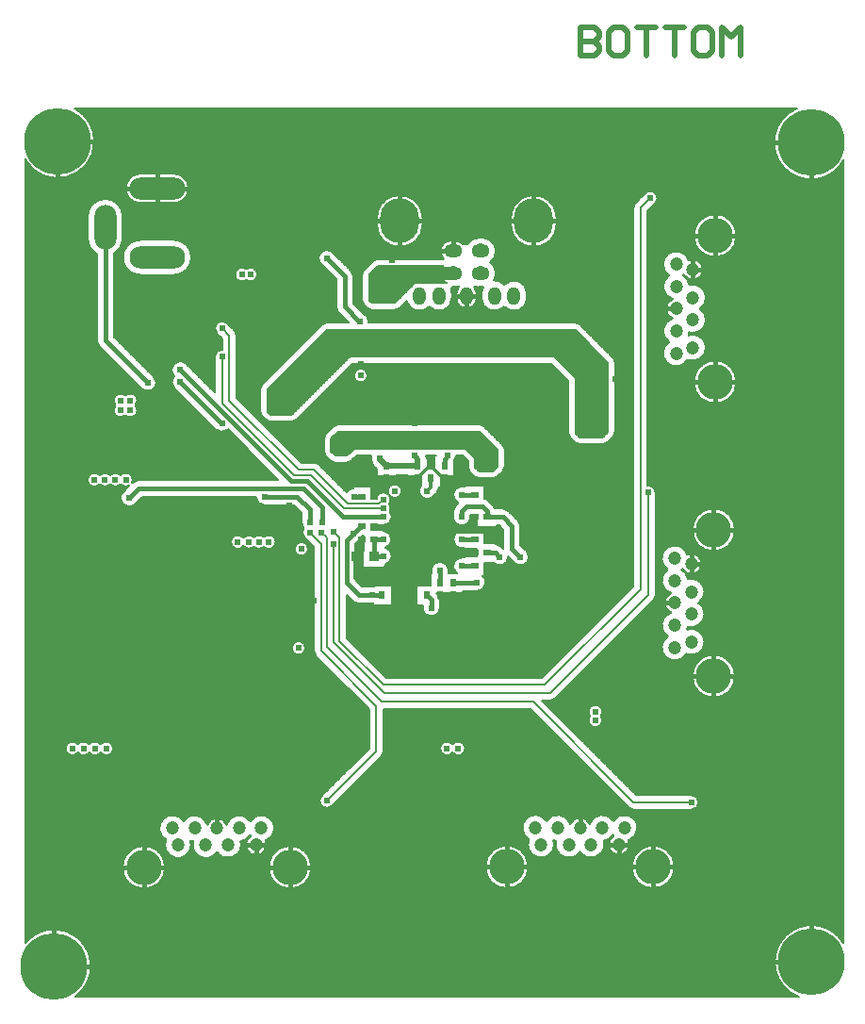
<source format=gbl>
G04*
G04 #@! TF.GenerationSoftware,Altium Limited,Altium Designer,20.0.9 (164)*
G04*
G04 Layer_Physical_Order=4*
G04 Layer_Color=16711680*
%FSLAX25Y25*%
%MOIN*%
G70*
G01*
G75*
%ADD14C,0.01500*%
%ADD16C,0.00600*%
%ADD17C,0.00800*%
%ADD30R,0.02362X0.02559*%
%ADD34R,0.03543X0.03543*%
%ADD39R,0.02559X0.02362*%
%ADD79C,0.00500*%
%ADD81C,0.01200*%
%ADD82C,0.02000*%
%ADD100O,0.07874X0.15748*%
%ADD101O,0.19685X0.07874*%
%ADD102O,0.04724X0.06299*%
%ADD103O,0.13780X0.15748*%
%ADD104O,0.06299X0.05000*%
%ADD105C,0.04724*%
%ADD106C,0.12598*%
%ADD107C,0.01968*%
%ADD108C,0.23622*%
%ADD109C,0.02400*%
%ADD110C,0.02598*%
%ADD133R,0.10500X0.05000*%
D14*
X609807Y470382D02*
Y483193D01*
X596996D02*
X609807D01*
X575874Y450303D02*
X583173D01*
X575874D02*
Y457602D01*
X568575Y450303D02*
X575874D01*
Y443004D02*
Y450303D01*
X568000Y438216D02*
Y441579D01*
Y438216D02*
X571362D01*
X568000Y434854D02*
Y438216D01*
X558732Y424437D02*
X562094D01*
X575874Y398571D02*
Y405870D01*
Y398571D02*
X583173D01*
X568575D02*
X575874D01*
X575374Y346303D02*
X582673D01*
X575874Y391272D02*
Y398571D01*
X575374Y346303D02*
Y353602D01*
X568075Y346303D02*
X575374D01*
X511691Y455446D02*
Y464321D01*
Y455446D02*
X519581D01*
X511691Y446572D02*
Y455446D01*
X503802D02*
X511691D01*
X483069Y444777D02*
Y448277D01*
X478920Y444777D02*
X483069D01*
X487912Y429029D02*
X491274D01*
X484550D02*
X487912D01*
Y424880D02*
Y429029D01*
X575374Y339004D02*
Y346303D01*
X567500Y334216D02*
X570862D01*
X567500D02*
Y337579D01*
Y330854D02*
Y334216D01*
X558232Y320437D02*
X561594D01*
X575374Y294571D02*
Y301870D01*
Y294571D02*
X582673D01*
X568075D02*
X575374D01*
Y287272D02*
Y294571D01*
X610000Y193500D02*
Y206311D01*
X597189Y193500D02*
X610000D01*
X553929Y227126D02*
Y234425D01*
Y227126D02*
X561228D01*
X546630D02*
X553929D01*
Y219827D02*
Y227126D01*
X541843Y235000D02*
X545205D01*
X541843Y231638D02*
Y235000D01*
X538480D02*
X541843D01*
X528063Y240905D02*
Y244268D01*
X502197Y227126D02*
X509496D01*
X502197D02*
Y234425D01*
Y219827D02*
Y227126D01*
X494898D02*
X502197D01*
X464290Y455446D02*
X472180D01*
X464290Y446572D02*
Y455446D01*
Y464321D01*
X456400Y455446D02*
X464290D01*
X378500Y466988D02*
X389342D01*
X378500Y462051D02*
Y466988D01*
Y471925D01*
X343193Y483693D02*
X356004D01*
X367657Y466988D02*
X378500D01*
X343193Y470882D02*
Y483693D01*
X413413Y234874D02*
X416776D01*
X413413Y231512D02*
Y234874D01*
X425500Y227000D02*
X432799D01*
X425500D02*
Y234299D01*
X418201Y227000D02*
X425500D01*
Y219701D02*
Y227000D01*
X410051Y234874D02*
X413413D01*
X399634Y240779D02*
Y244142D01*
X373768Y227000D02*
X381067D01*
X373768D02*
Y234299D01*
X366469Y227000D02*
X373768D01*
Y219701D02*
Y227000D01*
X342000Y192000D02*
Y204811D01*
Y192000D02*
X354811D01*
X444763Y425237D02*
X450050Y419950D01*
X450225D01*
X478920Y436903D02*
X483069D01*
X491000Y346024D02*
X493848D01*
X481665D02*
X491000D01*
X490768Y346256D02*
X491000Y346024D01*
X490768Y346256D02*
Y350748D01*
X493848Y346024D02*
X494727Y345145D01*
Y343246D02*
X495098Y342874D01*
X494727Y343246D02*
Y345145D01*
X481665Y336575D02*
X483240Y338150D01*
X490768D01*
X502575Y333425D02*
X506000Y330000D01*
X495098Y333425D02*
X502575D01*
X483882Y322500D02*
X491500D01*
X483240Y323142D02*
X483882Y322500D01*
X478516Y323142D02*
X483240D01*
X472217Y336575D02*
X473791Y335000D01*
Y327472D02*
Y335000D01*
X458043Y331850D02*
X462768Y336575D01*
X458043Y327472D02*
Y331850D01*
X454500Y327000D02*
X454972Y327472D01*
X458043D01*
X451000Y327000D02*
X454500D01*
X448500Y329500D02*
X451000Y327000D01*
X448500Y329500D02*
Y337000D01*
X450835Y339335D01*
Y342874D01*
X461291Y347500D02*
X462768Y346024D01*
X455165Y347500D02*
X461291D01*
X495098Y358622D02*
Y361402D01*
X494000Y362500D02*
X495098Y361402D01*
X486650Y362500D02*
X494000D01*
X484575Y364575D02*
X486650Y362500D01*
X484575Y364575D02*
X488000Y368000D01*
X480091Y364575D02*
X484575D01*
X459618D02*
X470642D01*
X455165Y358047D02*
Y362665D01*
X457075Y364575D01*
X459618D01*
X500752Y350748D02*
X504000Y347500D01*
X495098Y350748D02*
X500752D01*
X504000Y339650D02*
Y347500D01*
Y339650D02*
X507000Y336650D01*
X488000Y354500D02*
X493500D01*
X495098Y352902D01*
Y350748D02*
Y352902D01*
X486240Y352740D02*
X488000Y354500D01*
X486240Y350748D02*
Y352740D01*
X444763Y425237D02*
Y436035D01*
X438527Y442271D02*
X444763Y436035D01*
X480091Y371358D02*
X481232Y372500D01*
X480091Y369004D02*
Y371358D01*
X450069Y347069D02*
X450403D01*
X445500Y342500D02*
X450069Y347069D01*
X450403D02*
X450835Y347500D01*
X483347Y327579D02*
X491679D01*
X483240Y327472D02*
X483347Y327579D01*
X445500Y327500D02*
Y342500D01*
X449898Y323102D02*
X454602D01*
X445500Y327500D02*
X449898Y323102D01*
X454642Y323142D02*
X458043D01*
X454602Y323102D02*
X454642Y323142D01*
X386669Y402831D02*
X426000Y363500D01*
X386669Y398500D02*
X401169Y384000D01*
X401500D01*
X478516Y327472D02*
Y332000D01*
X455165Y336665D02*
Y342874D01*
Y336665D02*
X455500Y337000D01*
X458500D01*
X475493Y318714D02*
Y321441D01*
X498126Y338150D02*
X499626Y336650D01*
X455165Y342874D02*
X458374D01*
X495098Y338150D02*
X498126D01*
X473791Y323142D02*
X475493Y321441D01*
X444150Y350850D02*
X458500D01*
X416500Y358000D02*
X428000D01*
X432500Y353500D01*
Y349000D02*
Y353500D01*
X371869Y360869D02*
X430131D01*
X436734Y349023D02*
Y354266D01*
X368500Y357500D02*
X371869Y360869D01*
X431500Y363500D02*
X444150Y350850D01*
X426000Y363500D02*
X431500D01*
X430131Y360869D02*
X436734Y354266D01*
X448071Y358047D02*
X450835D01*
X486240Y358622D02*
X490768D01*
X486240Y342874D02*
X490768D01*
X486240Y333425D02*
X490768D01*
X360100Y413400D02*
Y453116D01*
Y413400D02*
X375165Y398335D01*
D16*
X549500Y460110D02*
X552890Y463500D01*
X549500Y325279D02*
Y460110D01*
X458500Y291500D02*
X515721D01*
X458799Y288500D02*
X517500D01*
X458000Y285500D02*
X511500D01*
X547059Y249941D02*
X567500D01*
X436500Y303500D02*
X456000Y284000D01*
X436500Y303500D02*
Y341289D01*
X456000Y268000D02*
Y284000D01*
X438500Y250500D02*
X456000Y268000D01*
X511500Y285500D02*
X547059Y249941D01*
X438500Y305000D02*
Y343574D01*
Y305000D02*
X458000Y285500D01*
X552280Y323280D02*
Y359500D01*
X440799Y306500D02*
Y341299D01*
X517500Y288500D02*
X552280Y323280D01*
X440799Y306500D02*
X458799Y288500D01*
X443000Y307000D02*
Y343500D01*
X515721Y291500D02*
X549500Y325279D01*
X443000Y307000D02*
X458500Y291500D01*
X446000Y355500D02*
X447500D01*
X444500Y354000D02*
X447500D01*
X458500D01*
X447500Y355500D02*
X457000D01*
X428500Y367500D02*
X434000D01*
X446000Y355500D01*
X404000Y392000D02*
Y415000D01*
Y392000D02*
X428500Y367500D01*
X401500Y417500D02*
X404000Y415000D01*
X433000Y365500D02*
X444500Y354000D01*
X401500Y391000D02*
Y407500D01*
Y391000D02*
X427000Y365500D01*
X433000D01*
X457000Y355500D02*
X458500Y357000D01*
X432430Y345359D02*
X436500Y341289D01*
X436715Y345359D02*
X438500Y343574D01*
X441000Y345500D02*
X443000Y343500D01*
D17*
X458374Y342874D02*
X458500Y343000D01*
D30*
X475366Y368905D02*
D03*
Y364575D02*
D03*
X480091D02*
D03*
Y368905D02*
D03*
X470642Y364575D02*
D03*
Y368905D02*
D03*
X459618Y364575D02*
D03*
Y368905D02*
D03*
X458043Y327472D02*
D03*
Y323142D02*
D03*
X473791Y327472D02*
D03*
Y323142D02*
D03*
X478516D02*
D03*
Y327472D02*
D03*
X483240Y323142D02*
D03*
Y327472D02*
D03*
D34*
X448850Y337000D02*
D03*
X455150D02*
D03*
D39*
X495098Y333425D02*
D03*
X490768D02*
D03*
Y338150D02*
D03*
X495098D02*
D03*
Y342874D02*
D03*
X490768D02*
D03*
Y350748D02*
D03*
X495098D02*
D03*
Y358622D02*
D03*
X490768D02*
D03*
X455165Y358047D02*
D03*
X450835D02*
D03*
X455165Y347500D02*
D03*
X450835D02*
D03*
Y342874D02*
D03*
X455165D02*
D03*
D79*
X604785Y495250D02*
G03*
X621250Y476896I5022J-12057D01*
G01*
X583423Y450303D02*
G03*
X583423Y450303I-7549J0D01*
G01*
X570403Y424437D02*
G03*
X572612Y428374I-2403J3937D01*
G01*
X571612Y438216D02*
G03*
X566513Y441508I-3612J0D01*
G01*
X564497Y436248D02*
G03*
X564835Y436475I-2403J3937D01*
G01*
D02*
G03*
X571612Y438216I3165J1741D01*
G01*
X572612Y428374D02*
G03*
X566681Y432794I-4612J0D01*
G01*
D02*
G03*
X564497Y436248I-4587J-483D01*
G01*
X554693Y461697D02*
G03*
X555440Y463500I-1803J1803D01*
G01*
D02*
G03*
X551087Y465303I-2550J0D01*
G01*
X547697Y461913D02*
G03*
X546950Y460110I1803J-1803D01*
G01*
X547700Y461916D02*
G03*
X546950Y460110I1800J-1806D01*
G01*
X566513Y441508D02*
G03*
X559692Y436248I-4418J-1323D01*
G01*
Y436248D02*
G03*
X560917Y427852I2403J-3937D01*
G01*
D02*
G03*
X560917Y421022I1178J-3415D01*
G01*
X572612Y420500D02*
G03*
X570403Y424437I-4612J0D01*
G01*
X566681Y416080D02*
G03*
X572612Y420500I1319J4420D01*
G01*
X566432Y414995D02*
G03*
X566681Y416080I-4338J1568D01*
G01*
X560917Y421022D02*
G03*
X559692Y412626I1178J-4459D01*
G01*
X572612Y410658D02*
G03*
X566432Y414995I-4612J0D01*
G01*
X566124Y406444D02*
G03*
X572612Y410658I1876J4213D01*
G01*
X559692Y412626D02*
G03*
X566124Y406444I2403J-3937D01*
G01*
X583423Y398571D02*
G03*
X583423Y398571I-7549J0D01*
G01*
X554830Y359500D02*
G03*
X552050Y362040I-2550J0D01*
G01*
X519831Y456431D02*
G03*
X503552Y456431I-8140J0D01*
G01*
Y454462D02*
G03*
X519831Y454462I8140J0D01*
G01*
X509335Y429816D02*
G03*
X501278Y432883I-4612J0D01*
G01*
X497613Y434423D02*
G03*
X498311Y436903I-4051J2480D01*
G01*
X501278Y432883D02*
G03*
X497613Y434423I-3445J-3067D01*
G01*
X498311Y444777D02*
G03*
X493561Y449527I-4750J0D01*
G01*
X496219Y440840D02*
G03*
X498311Y444777I-2657J3937D01*
G01*
Y436903D02*
G03*
X496219Y440840I-4750J0D01*
G01*
X493561Y432153D02*
G03*
X493862Y432163I0J4750D01*
G01*
D02*
G03*
X493221Y429816I3971J-2346D01*
G01*
X501278Y425175D02*
G03*
X509335Y428242I3445J3067D01*
G01*
X493221D02*
G03*
X501278Y425175I4612J0D01*
G01*
X492262Y449527D02*
G03*
X488237Y447300I0J-4750D01*
G01*
X486493D02*
G03*
X483719Y448527I-2774J-2523D01*
G01*
Y432153D02*
G03*
X484673Y432250I0J4750D01*
G01*
X491524Y429816D02*
G03*
X490660Y432160I-3612J0D01*
G01*
X484300Y428242D02*
G03*
X491524Y428242I3612J0D01*
G01*
X485242Y432250D02*
G03*
X484300Y429816I2670J-2434D01*
G01*
X482419Y431558D02*
G03*
X482951Y432153I-1574J1942D01*
G01*
X482419Y431558D02*
G03*
X482951Y432153I-1574J1942D01*
G01*
X482760Y429816D02*
G03*
X482419Y431558I-4612J0D01*
G01*
X482420Y448527D02*
G03*
X479908Y441993I0J-3750D01*
G01*
X474703Y425175D02*
G03*
X482760Y428242I3445J3067D01*
G01*
X540500Y405400D02*
G03*
X539768Y407168I-2500J0D01*
G01*
X540500Y405400D02*
G03*
X539768Y407168I-2500J0D01*
G01*
X528168Y418768D02*
G03*
X526400Y419500I-1768J-1768D01*
G01*
X528168Y418768D02*
G03*
X526400Y419500I-1768J-1768D01*
G01*
X539768Y379232D02*
G03*
X540500Y381000I-1768J1768D01*
G01*
X539768Y379232D02*
G03*
X540500Y381000I-1768J1768D01*
G01*
X524000Y380500D02*
G03*
X524732Y378732I2500J0D01*
G01*
X524000Y380500D02*
G03*
X524732Y378732I2500J0D01*
G01*
X526232Y377232D02*
G03*
X528000Y376500I1768J1768D01*
G01*
X536000D02*
G03*
X537768Y377232I0J2500D01*
G01*
X536000Y376500D02*
G03*
X537768Y377232I0J2500D01*
G01*
X526232D02*
G03*
X528000Y376500I1768J1768D01*
G01*
X507000Y347500D02*
G03*
X506121Y349621I-3000J0D01*
G01*
X507000Y347500D02*
G03*
X506120Y349623I-3000J0D01*
G01*
X502875Y352868D02*
G03*
X500752Y353748I-2122J-2120D01*
G01*
X502873Y352869D02*
G03*
X500752Y353748I-2121J-2121D01*
G01*
X501500Y374500D02*
G03*
X500768Y376268I-2500J0D01*
G01*
X501500Y374500D02*
G03*
X500768Y376268I-2500J0D01*
G01*
Y367032D02*
G03*
X501500Y368800I-1768J1768D01*
G01*
X500768Y367032D02*
G03*
X501500Y368800I-1768J1768D01*
G01*
X497200Y364500D02*
G03*
X498968Y365232I0J2500D01*
G01*
X497200Y364500D02*
G03*
X498968Y365232I0J2500D01*
G01*
X497813Y354179D02*
G03*
X497220Y355023I-2714J-1278D01*
G01*
X497813Y354179D02*
G03*
X497219Y355024I-2714J-1278D01*
G01*
X497976Y353748D02*
G03*
X497813Y354179I-2878J-847D01*
G01*
X497976Y353748D02*
G03*
X497813Y354179I-2878J-847D01*
G01*
X495622Y356620D02*
G03*
X494297Y357392I-2122J-2120D01*
G01*
X495621Y356621D02*
G03*
X494297Y357392I-2121J-2121D01*
G01*
X494268Y382768D02*
G03*
X492500Y383500I-1768J-1768D01*
G01*
X494268Y382768D02*
G03*
X492500Y383500I-1768J-1768D01*
G01*
X488500Y368400D02*
G03*
X489232Y366632I2500J0D01*
G01*
X488500Y368400D02*
G03*
X489232Y366632I2500J0D01*
G01*
X483522Y370561D02*
G03*
X484232Y372500I-2289J1939D01*
G01*
X473892Y371358D02*
G03*
X473708Y372435I-3250J0D01*
G01*
X473892Y371358D02*
G03*
X473708Y372435I-3250J0D01*
G01*
X490632Y365232D02*
G03*
X492400Y364500I1768J1768D01*
G01*
X490632Y365232D02*
G03*
X492400Y364500I1768J1768D01*
G01*
X483240Y350748D02*
G03*
X489240Y350748I3000J0D01*
G01*
X486240Y361622D02*
G03*
X485103Y355846I0J-3000D01*
G01*
X478198Y361045D02*
G03*
X478216Y361366I-2832J321D01*
G01*
X478198Y361045D02*
G03*
X478216Y361366I-2832J321D01*
G01*
X477377Y359347D02*
G03*
X478198Y361045I-2011J2019D01*
G01*
X471935Y361964D02*
G03*
X476015Y357985I2065J-1964D01*
G01*
X477381Y359351D02*
G03*
X478198Y361045I-2015J2015D01*
G01*
X484120Y354863D02*
G03*
X483240Y352740I2120J-2122D01*
G01*
X484119Y354861D02*
G03*
X483240Y352740I2121J-2121D01*
G01*
X569903Y320437D02*
G03*
X572112Y324374I-2403J3937D01*
G01*
Y316500D02*
G03*
X569903Y320437I-4612J0D01*
G01*
X582923Y346303D02*
G03*
X582923Y346303I-7549J0D01*
G01*
X566013Y337508D02*
G03*
X559192Y332248I-4418J-1323D01*
G01*
X571112Y334216D02*
G03*
X566013Y337508I-3612J0D01*
G01*
X563997Y332248D02*
G03*
X564335Y332475I-2403J3937D01*
G01*
D02*
G03*
X571112Y334216I3165J1741D01*
G01*
X566181Y328794D02*
G03*
X563997Y332248I-4587J-483D01*
G01*
X572112Y324374D02*
G03*
X566181Y328794I-4612J0D01*
G01*
X559192Y332248D02*
G03*
X560417Y323852I2403J-3937D01*
G01*
D02*
G03*
X560417Y317022I1178J-3415D01*
G01*
X566181Y312080D02*
G03*
X572112Y316500I1319J4420D01*
G01*
Y306658D02*
G03*
X565932Y310995I-4612J0D01*
G01*
X565624Y302444D02*
G03*
X572112Y306658I1876J4213D01*
G01*
X565932Y310995D02*
G03*
X566181Y312080I-4338J1568D01*
G01*
X560417Y317022D02*
G03*
X559192Y308626I1178J-4459D01*
G01*
D02*
G03*
X565624Y302444I2403J-3937D01*
G01*
X554083Y321476D02*
G03*
X554830Y323280I-1803J1803D01*
G01*
X554080Y321474D02*
G03*
X554830Y323280I-1800J1806D01*
G01*
X582923Y294571D02*
G03*
X582923Y294571I-7549J0D01*
G01*
X570050Y249941D02*
G03*
X567500Y252491I-2550J0D01*
G01*
Y247391D02*
G03*
X570050Y249941I0J2550D01*
G01*
X621250Y200135D02*
G03*
X605469Y181250I-11250J-6635D01*
G01*
X561478Y227126D02*
G03*
X561478Y227126I-7549J0D01*
G01*
X548423Y240905D02*
G03*
X539874Y243308I-4612J0D01*
G01*
X545134Y236487D02*
G03*
X548423Y240905I-1323J4418D01*
G01*
X545256Y248138D02*
G03*
X547059Y247391I1803J1803D01*
G01*
X545253Y248141D02*
G03*
X547059Y247391I1806J1800D01*
G01*
X510000Y336650D02*
G03*
X509121Y338771I-3000J0D01*
G01*
X504879Y334528D02*
G03*
X510000Y336650I2121J2121D01*
G01*
X500248Y340270D02*
G03*
X498628Y341107I-2122J-2120D01*
G01*
X500247Y340271D02*
G03*
X498628Y341107I-2121J-2121D01*
G01*
X535950Y282000D02*
G03*
X531563Y280500I-2450J0D01*
G01*
X517500Y285950D02*
G03*
X519303Y286697I0J2550D01*
G01*
X517500Y285950D02*
G03*
X519306Y286700I0J2550D01*
G01*
X498628Y341107D02*
G03*
X498126Y341150I-502J-2958D01*
G01*
X498628Y341107D02*
G03*
X498126Y341150I-502J-2958D01*
G01*
X486240Y345874D02*
G03*
X486240Y339874I0J-3000D01*
G01*
X497505Y334528D02*
G03*
X502626Y336650I2121J2121D01*
G01*
X494679Y327579D02*
G03*
X493459Y329994I-3000J0D01*
G01*
X491679Y324579D02*
G03*
X494679Y327579I0J3000D01*
G01*
X486240Y336425D02*
G03*
X484472Y331002I0J-3000D01*
G01*
X481516Y332000D02*
G03*
X475516Y332000I-3000J0D01*
G01*
X478493Y321441D02*
G03*
X477614Y323562I-3000J0D01*
G01*
X478493Y321441D02*
G03*
X477613Y323563I-3000J0D01*
G01*
X472493Y318714D02*
G03*
X478493Y318714I3000J0D01*
G01*
X535950Y279000D02*
G03*
X535437Y280500I-2450J0D01*
G01*
D02*
G03*
X535950Y282000I-1937J1500D01*
G01*
X531563Y280500D02*
G03*
X535950Y279000I1937J-1500D01*
G01*
X539874Y243308D02*
G03*
X531478Y242083I-3937J-2403D01*
G01*
D02*
G03*
X524648Y242083I-3415J-1178D01*
G01*
X539874Y238503D02*
G03*
X540101Y238165I3937J2403D01*
G01*
D02*
G03*
X545455Y235000I1741J-3165D01*
G01*
D02*
G03*
X545134Y236487I-3612J0D01*
G01*
X536420Y236319D02*
G03*
X539874Y238503I-483J4587D01*
G01*
X536612Y235000D02*
G03*
X536420Y236319I-4612J0D01*
G01*
X528063Y232597D02*
G03*
X536612Y235000I3937J2403D01*
G01*
X519706Y236319D02*
G03*
X528063Y232597I4420J-1319D01*
G01*
X518621Y236568D02*
G03*
X519706Y236319I1568J4338D01*
G01*
X518896Y235000D02*
G03*
X518621Y236568I-4612J0D01*
G01*
X524648Y242083D02*
G03*
X516252Y243308I-4459J-1178D01*
G01*
X510070Y236876D02*
G03*
X518896Y235000I4213J-1876D01*
G01*
X516252Y243308D02*
G03*
X510070Y236876I-3937J-2403D01*
G01*
X483000Y267585D02*
G03*
X487450Y269000I2000J1415D01*
G01*
D02*
G03*
X483000Y270415I-2450J0D01*
G01*
D02*
G03*
X483000Y267585I-2000J-1415D01*
G01*
X509746Y227126D02*
G03*
X509746Y227126I-7549J0D01*
G01*
X472430Y456431D02*
G03*
X456150Y456431I-8140J0D01*
G01*
Y454462D02*
G03*
X472430Y454462I8140J0D01*
G01*
X462278Y442000D02*
G03*
X461664Y441924I-1J-2500D01*
G01*
X461667Y441924D02*
G03*
X461053Y442000I-613J-2424D01*
G01*
X456500D02*
G03*
X454730Y441265I0J-2500D01*
G01*
X456500Y442000D02*
G03*
X454732Y441268I0J-2500D01*
G01*
X466760Y427224D02*
G03*
X474703Y425175I4499J1018D01*
G01*
X451732Y438268D02*
G03*
X451000Y436500I1768J-1768D01*
G01*
X451732Y438268D02*
G03*
X451000Y436500I1768J-1768D01*
G01*
X462500Y424000D02*
G03*
X464268Y424732I0J2500D01*
G01*
X462500Y424000D02*
G03*
X464268Y424732I0J2500D01*
G01*
X452732D02*
G03*
X454500Y424000I1768J1768D01*
G01*
X452732Y424732D02*
G03*
X454500Y424000I1768J1768D01*
G01*
X447763Y436035D02*
G03*
X446885Y438156I-3000J0D01*
G01*
X447763Y436035D02*
G03*
X446884Y438157I-3000J0D01*
G01*
X451000Y427500D02*
G03*
X451732Y425732I2500J0D01*
G01*
X451000Y427500D02*
G03*
X451732Y425732I2500J0D01*
G01*
X441763Y425237D02*
G03*
X442643Y423114I3000J0D01*
G01*
X441763Y425237D02*
G03*
X442642Y423115I3000J0D01*
G01*
X440648Y444393D02*
G03*
X436406Y440150I-2121J-2121D01*
G01*
X453191Y419500D02*
G03*
X453225Y419950I-2966J450D01*
G01*
D02*
G03*
X451656Y422587I-3000J0D01*
G01*
X438500Y419500D02*
G03*
X436732Y418768I0J-2500D01*
G01*
X438500Y419500D02*
G03*
X436732Y418768I0J-2500D01*
G01*
X452950Y400835D02*
G03*
X452950Y400835I-2450J0D01*
G01*
X454074Y371200D02*
G03*
X455025Y368902I3250J0D01*
G01*
X454074Y371200D02*
G03*
X455025Y368902I3250J0D01*
G01*
X454253Y372500D02*
G03*
X454074Y371434I3070J-1066D01*
G01*
X445600Y370031D02*
G03*
X447368Y370764I0J2500D01*
G01*
X442500Y383500D02*
G03*
X440732Y382768I0J-2500D01*
G01*
X445600Y370031D02*
G03*
X447368Y370764I0J2500D01*
G01*
X442500Y383500D02*
G03*
X440732Y382768I0J-2500D01*
G01*
X439701Y370764D02*
G03*
X441468Y370031I1768J1768D01*
G01*
X439701Y370764D02*
G03*
X441468Y370031I1768J1768D01*
G01*
X438232Y380268D02*
G03*
X437500Y378500I1768J-1768D01*
G01*
X438232Y380268D02*
G03*
X437500Y378500I1768J-1768D01*
G01*
Y374000D02*
G03*
X438232Y372232I2500J0D01*
G01*
X437500Y374000D02*
G03*
X438232Y372232I2500J0D01*
G01*
X426000Y384500D02*
G03*
X427768Y385232I0J2500D01*
G01*
X415732Y397768D02*
G03*
X415000Y396000I1768J-1768D01*
G01*
X415732Y397768D02*
G03*
X415000Y396000I1768J-1768D01*
G01*
Y388000D02*
G03*
X415732Y386232I2500J0D01*
G01*
X415000Y388000D02*
G03*
X415732Y386232I2500J0D01*
G01*
X426000Y384500D02*
G03*
X427768Y385232I0J2500D01*
G01*
X435806Y369300D02*
G03*
X434000Y370050I-1806J-1800D01*
G01*
X435803Y369303D02*
G03*
X434000Y370050I-1803J-1803D01*
G01*
X416732Y385232D02*
G03*
X418500Y384500I1768J1768D01*
G01*
X416732Y385232D02*
G03*
X418500Y384500I1768J1768D01*
G01*
X389593Y466988D02*
G03*
X384405Y472175I-5187J0D01*
G01*
Y461801D02*
G03*
X389593Y466988I0J5187D01*
G01*
X390593Y442579D02*
G03*
X384405Y448766I-6187J0D01*
G01*
X410000Y434563D02*
G03*
X413950Y436500I1500J1937D01*
G01*
D02*
G03*
X410000Y438437I-2450J0D01*
G01*
D02*
G03*
X410000Y434563I-1500J-1937D01*
G01*
X384405Y436392D02*
G03*
X390593Y442579I0J6187D01*
G01*
X372594Y472175D02*
G03*
X372594Y461801I0J-5187D01*
G01*
X366287Y457053D02*
G03*
X353913Y457053I-6187J0D01*
G01*
X356254Y483693D02*
G03*
X349278Y495250I-13061J0D01*
G01*
X331750Y477396D02*
G03*
X356254Y483693I11443J6297D01*
G01*
X372594Y448766D02*
G03*
X372594Y436392I0J-6187D01*
G01*
X363100Y443768D02*
G03*
X366287Y449179I-3000J5411D01*
G01*
X353913D02*
G03*
X357100Y443768I6187J0D01*
G01*
X406550Y415000D02*
G03*
X405800Y416806I-2550J0D01*
G01*
X406550Y415000D02*
G03*
X405803Y416803I-2550J0D01*
G01*
X403303Y419303D02*
G03*
X399697Y415697I-1803J-1803D01*
G01*
X401450Y410049D02*
G03*
X398950Y407500I50J-2550D01*
G01*
X388791Y404952D02*
G03*
X384548Y400709I-2121J-2121D01*
G01*
X384593Y400665D02*
G03*
X384548Y396379I2077J-2165D01*
G01*
X378165Y398335D02*
G03*
X377287Y400456I-3000J0D01*
G01*
X373044Y396213D02*
G03*
X378165Y398335I2121J2121D01*
G01*
X371450Y392000D02*
G03*
X367250Y393715I-2450J0D01*
G01*
X370715Y390250D02*
G03*
X371450Y392000I-1715J1750D01*
G01*
Y388500D02*
G03*
X370715Y390250I-2450J0D01*
G01*
X399048Y381879D02*
G03*
X401169Y381000I2121J2121D01*
G01*
X399047Y381880D02*
G03*
X401169Y381000I2122J2120D01*
G01*
X401500D02*
G03*
X403497Y381761I0J3000D01*
G01*
X367250Y386785D02*
G03*
X371450Y388500I1750J1715D01*
G01*
X371869Y363869D02*
G03*
X369746Y362989I0J-3000D01*
G01*
X369507Y362749D02*
G03*
X369850Y364000I-2107J1251D01*
G01*
X371869Y363869D02*
G03*
X369747Y362990I0J-3000D01*
G01*
X357100Y413400D02*
G03*
X357980Y411277I3000J0D01*
G01*
X357100Y413400D02*
G03*
X357979Y411279I3000J0D01*
G01*
X367250Y393715D02*
G03*
X363785Y390250I-1750J-1715D01*
G01*
D02*
G03*
X367250Y386785I1715J-1750D01*
G01*
X369850Y364000D02*
G03*
X365550Y365606I-2450J0D01*
G01*
D02*
G03*
X361850Y365606I-1850J-1606D01*
G01*
D02*
G03*
X358150Y365606I-1850J-1606D01*
G01*
X460540Y358530D02*
G03*
X464950Y360000I1960J1470D01*
G01*
D02*
G03*
X460540Y358530I-2450J0D01*
G01*
X461500Y350850D02*
G03*
X460761Y352822I-3000J0D01*
G01*
X458500Y347850D02*
G03*
X461500Y350850I0J3000D01*
G01*
X461374Y342874D02*
G03*
X458695Y345857I-3000J0D01*
G01*
X460540Y358530D02*
G03*
X456697Y358803I-2040J-1530D01*
G01*
X461050Y357000D02*
G03*
X460540Y358530I-2550J0D01*
G01*
X461050Y354000D02*
G03*
X460562Y355500I-2550J0D01*
G01*
D02*
G03*
X461050Y357000I-2062J1500D01*
G01*
X460761Y352822D02*
G03*
X461050Y354000I-2261J1178D01*
G01*
X458695Y345857D02*
G03*
X458374Y345874I-321J-2983D01*
G01*
X459171Y334076D02*
G03*
X461500Y337000I-671J2924D01*
G01*
X459171Y339982D02*
G03*
X461374Y342874I-797J2892D01*
G01*
X461500Y337000D02*
G03*
X459171Y339924I-3000J0D01*
G01*
X454612Y320102D02*
G03*
X455091Y320142I-11J3000D01*
G01*
X454612Y320102D02*
G03*
X455091Y320142I-11J3000D01*
G01*
X454612Y326142D02*
G03*
X454153Y326102I30J-3000D01*
G01*
X454612Y326142D02*
G03*
X454153Y326102I30J-3000D01*
G01*
X448071Y361047D02*
G03*
X447305Y360948I0J-3000D01*
G01*
D02*
G03*
X445505Y359601I766J-2901D01*
G01*
X447777Y320980D02*
G03*
X449898Y320102I2121J2121D01*
G01*
X447776Y320982D02*
G03*
X449898Y320102I2122J2120D01*
G01*
X433950Y303500D02*
G03*
X434697Y301697I2550J0D01*
G01*
X433950Y303500D02*
G03*
X434700Y301694I2550J0D01*
G01*
X457803Y266197D02*
G03*
X458550Y268000I-1803J1803D01*
G01*
X457800Y266194D02*
G03*
X458550Y268000I-1800J1806D01*
G01*
X436697Y252303D02*
G03*
X440303Y248697I1803J-1803D01*
G01*
X429500Y349000D02*
G03*
X430380Y346877I3000J0D01*
G01*
D02*
G03*
X430626Y343556I2049J-1518D01*
G01*
X420450Y342000D02*
G03*
X416250Y343715I-2450J0D01*
G01*
X431950Y339500D02*
G03*
X431950Y339500I-2450J0D01*
G01*
X430950Y304500D02*
G03*
X430950Y304500I-2450J0D01*
G01*
X416250Y340285D02*
G03*
X420450Y342000I1750J1715D01*
G01*
X413503Y357869D02*
G03*
X416500Y355000I2997J131D01*
G01*
X416250Y343715D02*
G03*
X412750Y343715I-1750J-1715D01*
G01*
D02*
G03*
X409000Y343415I-1750J-1715D01*
G01*
Y340585D02*
G03*
X412750Y340285I2000J1415D01*
G01*
X409000Y343415D02*
G03*
X409000Y340585I-2000J-1415D01*
G01*
X412750Y340285D02*
G03*
X416250Y340285I1750J1715D01*
G01*
X365550Y362394D02*
G03*
X368651Y361893I1850J1606D01*
G01*
X361850Y362394D02*
G03*
X365550Y362394I1850J1606D01*
G01*
X366379Y359621D02*
G03*
X370621Y355379I2121J-2121D01*
G01*
X358150Y362394D02*
G03*
X361850Y362394I1850J1606D01*
G01*
X358150Y365606D02*
G03*
X358150Y362394I-1850J-1606D01*
G01*
X419994Y240779D02*
G03*
X411445Y243182I-4612J0D01*
G01*
X411445D02*
G03*
X403049Y241957I-3937J-2403D01*
G01*
X411445Y238377D02*
G03*
X411672Y238039I3937J2403D01*
G01*
X416705Y236361D02*
G03*
X419994Y240779I-1323J4418D01*
G01*
X417026Y234874D02*
G03*
X416705Y236361I-3612J0D01*
G01*
X411672Y238039D02*
G03*
X417026Y234874I1741J-3165D01*
G01*
X407991Y236193D02*
G03*
X411445Y238377I-483J4587D01*
G01*
X433049Y227000D02*
G03*
X433049Y227000I-7549J0D01*
G01*
X403049Y241957D02*
G03*
X396219Y241957I-3415J-1178D01*
G01*
X408183Y234874D02*
G03*
X407991Y236193I-4612J0D01*
G01*
X396219Y241957D02*
G03*
X387823Y243182I-4459J-1178D01*
G01*
X381641Y236750D02*
G03*
X390466Y234874I4213J-1876D01*
G01*
X390192Y236442D02*
G03*
X391277Y236193I1568J4338D01*
G01*
X390466Y234874D02*
G03*
X390192Y236442I-4612J0D01*
G01*
X399634Y232471D02*
G03*
X408183Y234874I3937J2403D01*
G01*
X391277Y236193D02*
G03*
X399634Y232471I4420J-1319D01*
G01*
X387823Y243182D02*
G03*
X381641Y236750I-3937J-2403D01*
G01*
X362950Y269000D02*
G03*
X358500Y270415I-2450J0D01*
G01*
D02*
G03*
X354500Y270415I-2000J-1415D01*
G01*
D02*
G03*
X350500Y270415I-2000J-1415D01*
G01*
X358500Y267585D02*
G03*
X362950Y269000I2000J1415D01*
G01*
X354500Y267585D02*
G03*
X358500Y267585I2000J1415D01*
G01*
X350500D02*
G03*
X354500Y267585I2000J1415D01*
G01*
X350500Y270415D02*
G03*
X350500Y267585I-2000J-1415D01*
G01*
X381317Y227000D02*
G03*
X381317Y227000I-7549J0D01*
G01*
X349418Y181250D02*
G03*
X355061Y192000I-7418J10750D01*
G01*
D02*
G03*
X331750Y200095I-13061J0D01*
G01*
X479714Y439500D02*
G03*
X480844Y433500I2705J-2597D01*
G01*
X461054Y439500D02*
G03*
X462277Y439500I611J2165D01*
G01*
X619465Y474400D02*
X621250D01*
X619085Y474000D02*
X621250D01*
X618671Y473600D02*
X621250D01*
X618217Y473200D02*
X621250D01*
X620709Y476000D02*
X621250D01*
X620434Y475600D02*
X621250D01*
X620137Y475200D02*
X621250D01*
X619815Y474800D02*
X621250D01*
X617718Y472800D02*
X621250D01*
X617163Y472400D02*
X621250D01*
X616538Y472000D02*
X621250D01*
X615823Y471600D02*
X621250D01*
X614980Y471200D02*
X621250D01*
X613931Y470800D02*
X621250D01*
X612440Y470400D02*
X621250D01*
X603200Y494459D02*
Y495250D01*
X602800Y494215D02*
Y495250D01*
X604000Y494892D02*
Y495250D01*
X603600Y494685D02*
Y495250D01*
X601600Y493353D02*
Y495250D01*
X601200Y493017D02*
Y495250D01*
X602400Y493951D02*
Y495250D01*
X602000Y493664D02*
Y495250D01*
X579719Y456800D02*
X621250D01*
X578944Y457200D02*
X621250D01*
X580828Y456000D02*
X621250D01*
X580326Y456400D02*
X621250D01*
X600800Y492651D02*
Y495250D01*
X577810Y457600D02*
X621250D01*
X583370Y451200D02*
X621250D01*
X583311Y451600D02*
X621250D01*
X583423Y450400D02*
X621250D01*
X583407Y450800D02*
X621250D01*
X582998Y452800D02*
X621250D01*
X582845Y453200D02*
X621250D01*
X583230Y452000D02*
X621250D01*
X583126Y452400D02*
X621250D01*
X583179Y448400D02*
X621250D01*
X583063Y448000D02*
X621250D01*
X582923Y447600D02*
X621250D01*
X582756Y447200D02*
X621250D01*
X583417Y450000D02*
X621250D01*
X583390Y449600D02*
X621250D01*
X583342Y449200D02*
X621250D01*
X583272Y448800D02*
X621250D01*
X582665Y453600D02*
X621250D01*
X582456Y454000D02*
X621250D01*
X582561Y446800D02*
X621250D01*
X582336Y446400D02*
X621250D01*
X581620Y455200D02*
X621250D01*
X581253Y455600D02*
X621250D01*
X582215Y454400D02*
X621250D01*
X581938Y454800D02*
X621250D01*
X581042Y444800D02*
X621250D01*
X580580Y444400D02*
X621250D01*
X580029Y444000D02*
X621250D01*
X579347Y443600D02*
X621250D01*
X582077Y446000D02*
X621250D01*
X581779Y445600D02*
X621250D01*
X581437Y445200D02*
X621250D01*
X599600Y491342D02*
Y495250D01*
X599200Y490814D02*
Y495250D01*
X600400Y492254D02*
Y495250D01*
X600000Y491819D02*
Y495250D01*
X598000Y488777D02*
Y495250D01*
X597600Y487838D02*
Y495250D01*
X598800Y490224D02*
Y495250D01*
X598400Y489554D02*
Y495250D01*
X583200Y452125D02*
Y495250D01*
X582800Y453307D02*
Y495250D01*
X597200Y486606D02*
Y495250D01*
X596800Y484379D02*
Y495250D01*
X581600Y455223D02*
Y495250D01*
X581200Y455653D02*
Y495250D01*
X582400Y454098D02*
Y495250D01*
X582000Y454715D02*
Y495250D01*
X577600Y457652D02*
Y495250D01*
X577200Y457735D02*
Y495250D01*
X578400Y457417D02*
Y495250D01*
X578000Y457547D02*
Y495250D01*
X576000Y457851D02*
Y495250D01*
X575600Y457847D02*
Y495250D01*
X576800Y457795D02*
Y495250D01*
X576400Y457834D02*
Y495250D01*
X580000Y456625D02*
Y495250D01*
X579600Y456869D02*
Y495250D01*
X580800Y456024D02*
Y495250D01*
X580400Y456345D02*
Y495250D01*
X568800Y452939D02*
Y495250D01*
X568400Y451366D02*
Y495250D01*
X579200Y457080D02*
Y495250D01*
X578800Y457262D02*
Y495250D01*
X574400Y457707D02*
Y495250D01*
X574000Y457616D02*
Y495250D01*
X575200Y457822D02*
Y495250D01*
X574800Y457776D02*
Y495250D01*
X572800Y457198D02*
Y495250D01*
X572400Y457006D02*
Y495250D01*
X573600Y457502D02*
Y495250D01*
X573200Y457363D02*
Y495250D01*
X572000Y456783D02*
Y495250D01*
X571600Y456526D02*
Y495250D01*
X570400Y455502D02*
Y495250D01*
X570000Y455045D02*
Y495250D01*
X571200Y456231D02*
Y495250D01*
X570800Y455893D02*
Y495250D01*
X569200Y453831D02*
Y495250D01*
X562800Y444743D02*
Y495250D01*
X569600Y454502D02*
Y495250D01*
X561600Y444771D02*
Y495250D01*
X561200Y444710D02*
Y495250D01*
X562400Y444787D02*
Y495250D01*
X562000Y444796D02*
Y495250D01*
X564800Y443920D02*
Y495250D01*
X564400Y444180D02*
Y495250D01*
X564686Y444000D02*
X571719D01*
X563967Y444400D02*
X571168D01*
X563600Y444545D02*
Y495250D01*
X563200Y444663D02*
Y495250D01*
X564000Y444385D02*
Y495250D01*
X580000Y404893D02*
Y443981D01*
X579600Y405136D02*
Y443738D01*
X579200Y405348D02*
Y443526D01*
X578431Y443200D02*
X621250D01*
X578800Y405530D02*
Y443344D01*
X578400Y405685D02*
Y443189D01*
X578000Y405815D02*
Y443059D01*
X577600Y405920D02*
Y442954D01*
X583200Y400393D02*
Y448481D01*
X582800Y401575D02*
Y447300D01*
X582400Y402366D02*
Y446508D01*
X582000Y402983D02*
Y445891D01*
X581600Y403491D02*
Y445383D01*
X581200Y403921D02*
Y444953D01*
X580800Y404291D02*
Y444583D01*
X580400Y404613D02*
Y444261D01*
X576707Y442800D02*
X621250D01*
X566140Y442400D02*
X621250D01*
X569265Y441600D02*
X621250D01*
X566335Y442000D02*
X621250D01*
X570036Y441200D02*
X621250D01*
X570878Y440400D02*
X621250D01*
X570525Y440800D02*
X621250D01*
X571337Y439600D02*
X621250D01*
X571141Y440000D02*
X621250D01*
X571565Y438800D02*
X621250D01*
X571476Y439200D02*
X621250D01*
X577200Y406003D02*
Y442871D01*
X576800Y406063D02*
Y442811D01*
X571607Y438400D02*
X621250D01*
X571606Y438000D02*
X621250D01*
X572446Y429600D02*
X621250D01*
X572316Y430000D02*
X621250D01*
X572592Y428800D02*
X621250D01*
X572538Y429200D02*
X621250D01*
X571645Y431200D02*
X621250D01*
X571559Y437600D02*
X621250D01*
X572143Y430400D02*
X621250D01*
X571923Y430800D02*
X621250D01*
X572335Y426800D02*
X621250D01*
X572168Y426400D02*
X621250D01*
X571954Y426000D02*
X621250D01*
X571685Y425600D02*
X621250D01*
X572612Y428400D02*
X621250D01*
X572597Y428000D02*
X621250D01*
X572547Y427600D02*
X621250D01*
X572460Y427200D02*
X621250D01*
X570490Y435600D02*
X621250D01*
X569987Y435200D02*
X621250D01*
X569173Y434800D02*
X621250D01*
X566207Y434400D02*
X621250D01*
X571466Y437200D02*
X621250D01*
X571323Y436800D02*
X621250D01*
X571122Y436400D02*
X621250D01*
X570852Y436000D02*
X621250D01*
X570250Y432400D02*
X621250D01*
X569297Y432800D02*
X621250D01*
X571296Y431600D02*
X621250D01*
X570850Y432000D02*
X621250D01*
X566523Y433600D02*
X621250D01*
X566386Y434000D02*
X621250D01*
X566620Y433200D02*
X621250D01*
X572000Y430670D02*
Y443824D01*
X575600Y406115D02*
Y442759D01*
X572400Y429757D02*
Y443601D01*
X570800Y440499D02*
Y444713D01*
X570400Y440916D02*
Y445105D01*
X571600Y438513D02*
Y444080D01*
X571200Y439892D02*
Y444375D01*
X574800Y406043D02*
Y442831D01*
X574400Y405975D02*
Y442899D01*
X576400Y406102D02*
Y442772D01*
X575200Y406090D02*
Y442784D01*
X573200Y405631D02*
Y443243D01*
X572800Y405466D02*
Y443408D01*
X574000Y405884D02*
Y442990D01*
X573600Y405769D02*
Y443105D01*
X568000Y441829D02*
Y495250D01*
X565195Y443600D02*
X572402D01*
X565894Y442800D02*
X575041D01*
X565585Y443200D02*
X573317D01*
X565600Y443182D02*
Y495250D01*
X565200Y443595D02*
Y495250D01*
X566400Y441839D02*
Y495250D01*
X566000Y442638D02*
Y495250D01*
X569200Y441624D02*
Y446775D01*
X568800Y441739D02*
Y447667D01*
X570000Y441224D02*
Y445561D01*
X569600Y441455D02*
Y446105D01*
X567200Y441739D02*
Y495250D01*
X566800Y441624D02*
Y495250D01*
X568400Y441807D02*
Y449240D01*
X567600Y441807D02*
Y495250D01*
X570400Y432313D02*
Y435517D01*
X570000Y432530D02*
Y435209D01*
X569600Y432700D02*
Y434978D01*
X569200Y432827D02*
Y434809D01*
X568800Y432916D02*
Y434694D01*
X568400Y432969D02*
Y434627D01*
X568000Y432986D02*
Y434604D01*
X567600Y432969D02*
Y434627D01*
X576000Y406119D02*
Y442755D01*
X572400Y421883D02*
Y426991D01*
X572000Y422796D02*
Y426078D01*
X571600Y431257D02*
Y437920D01*
X571200Y431696D02*
Y436541D01*
X571600Y423383D02*
Y425491D01*
X570800Y432039D02*
Y435934D01*
X565977Y434800D02*
X566827D01*
X564800Y436046D02*
Y436450D01*
X566000Y434764D02*
Y435209D01*
X565690Y435200D02*
X566013D01*
X567200Y432916D02*
Y434694D01*
X566400Y433965D02*
Y434978D01*
X566800Y432827D02*
Y434809D01*
X554790Y465200D02*
X621250D01*
X554336Y465600D02*
X621250D01*
X555390Y464000D02*
X621250D01*
X555084Y464800D02*
X621250D01*
X554800Y465189D02*
Y495250D01*
X554400Y465555D02*
Y495250D01*
X555276Y464400D02*
X621250D01*
X555200Y464579D02*
Y495250D01*
X555438Y463600D02*
X621250D01*
X555422Y463200D02*
X621250D01*
X555342Y462800D02*
X621250D01*
X555190Y462400D02*
X621250D01*
X554952Y462000D02*
X621250D01*
X554596Y461600D02*
X621250D01*
X554196Y461200D02*
X621250D01*
X554000Y465796D02*
Y495250D01*
X553796Y460800D02*
X621250D01*
X553392Y466000D02*
X621250D01*
X552800Y466048D02*
Y495250D01*
X552400Y466003D02*
Y495250D01*
X553600Y465949D02*
Y495250D01*
X553200Y466031D02*
Y495250D01*
X553396Y460400D02*
X621250D01*
X552996Y460000D02*
X621250D01*
X552596Y459600D02*
X621250D01*
X552196Y459200D02*
X621250D01*
X552050Y458800D02*
X621250D01*
X552050Y459054D02*
X554693Y461697D01*
X552050Y458000D02*
X621250D01*
X552050Y458400D02*
X621250D01*
X552050Y451200D02*
X568378D01*
X552050Y451600D02*
X568437D01*
X552050Y448800D02*
X568476D01*
X552050Y449200D02*
X568406D01*
X552050Y450400D02*
X568325D01*
X552050Y450800D02*
X568341D01*
X552050Y449600D02*
X568358D01*
X552050Y450000D02*
X568331D01*
X552050Y446400D02*
X569412D01*
X552050Y446800D02*
X569187D01*
X552050Y445600D02*
X569969D01*
X552050Y446000D02*
X569671D01*
X552050Y448000D02*
X568685D01*
X552050Y448400D02*
X568569D01*
X552050Y447200D02*
X568992D01*
X552050Y447600D02*
X568825D01*
X552050Y457200D02*
X572804D01*
X552050Y457600D02*
X573938D01*
X552050Y456400D02*
X571422D01*
X552050Y456800D02*
X572029D01*
X552050Y455600D02*
X570495D01*
X552050Y456000D02*
X570921D01*
X552050Y454800D02*
X569810D01*
X552050Y455200D02*
X570128D01*
X552050Y454000D02*
X569292D01*
X552050Y454400D02*
X569533D01*
X552050Y453200D02*
X568903D01*
X552050Y453600D02*
X569083D01*
X552050Y452400D02*
X568622D01*
X552050Y452800D02*
X568750D01*
X552050Y452000D02*
X568518D01*
X551200Y465410D02*
Y495250D01*
X550800Y465017D02*
Y495250D01*
X552000Y465890D02*
Y495250D01*
X551600Y465700D02*
Y495250D01*
X549600Y463816D02*
Y495250D01*
X549200Y463416D02*
Y495250D01*
X550400Y464616D02*
Y495250D01*
X550000Y464217D02*
Y495250D01*
X548400Y462616D02*
Y495250D01*
X548000Y462217D02*
Y495250D01*
X548800Y463017D02*
Y495250D01*
X547700Y461916D02*
X551087Y465303D01*
X547600Y461811D02*
Y495250D01*
X547200Y461211D02*
Y495250D01*
X514685Y464000D02*
X549784D01*
X513348Y464400D02*
X550183D01*
X516212Y463200D02*
X548983D01*
X515546Y463600D02*
X549383D01*
X517225Y462400D02*
X548183D01*
X516760Y462800D02*
X548584D01*
X517979Y461600D02*
X547430D01*
X517628Y462000D02*
X547784D01*
X518559Y460800D02*
X547045D01*
X518288Y461200D02*
X547195D01*
X519007Y460000D02*
X546950D01*
X518798Y460400D02*
X546967D01*
X519346Y459200D02*
X546950D01*
X519189Y459600D02*
X546950D01*
X519589Y458400D02*
X546950D01*
X519479Y458800D02*
X546950D01*
X519831Y456000D02*
X546950D01*
X519831Y456400D02*
X546950D01*
X519831Y455200D02*
X546950D01*
X519831Y455600D02*
X546950D01*
X519747Y457600D02*
X546950D01*
X519678Y458000D02*
X546950D01*
X519823Y456800D02*
X546950D01*
X519795Y457200D02*
X546950D01*
X519733Y453200D02*
X546950D01*
X519660Y452800D02*
X546950D01*
X519565Y452400D02*
X546950D01*
X519450Y452000D02*
X546950D01*
X519831Y454800D02*
X546950D01*
X519831Y454400D02*
X546950D01*
X519818Y454000D02*
X546950D01*
X519785Y453600D02*
X546950D01*
X518499Y450000D02*
X546950D01*
X518219Y449600D02*
X546950D01*
X517901Y449200D02*
X546950D01*
X517539Y448800D02*
X546950D01*
X519311Y451600D02*
X546950D01*
X519149Y451200D02*
X546950D01*
X518961Y450800D02*
X546950D01*
X518745Y450400D02*
X546950D01*
X515368Y447200D02*
X546950D01*
X514438Y446800D02*
X546950D01*
X512812Y446400D02*
X546950D01*
X498151Y446000D02*
X546950D01*
X517123Y448400D02*
X546950D01*
X516641Y448000D02*
X546950D01*
X516069Y447600D02*
X546950D01*
X560800Y444612D02*
Y495250D01*
X560400Y444475D02*
Y495250D01*
X560000Y444294D02*
Y495250D01*
X552050Y444400D02*
X560222D01*
X558800Y443413D02*
Y495250D01*
X558400Y442946D02*
Y495250D01*
X559600Y444065D02*
Y495250D01*
X559200Y443776D02*
Y495250D01*
X558400Y435072D02*
Y437424D01*
X559200Y435902D02*
Y436594D01*
X558800Y435539D02*
Y436957D01*
X558000Y442308D02*
Y495250D01*
X557600Y441220D02*
Y495250D01*
X558000Y434434D02*
Y438062D01*
X557600Y433346D02*
Y439150D01*
X552050Y444800D02*
X570706D01*
X552050Y445200D02*
X570311D01*
X552050Y443600D02*
X558994D01*
X552050Y444000D02*
X559503D01*
X552050Y442800D02*
X558295D01*
X552050Y443200D02*
X558604D01*
X552050Y442000D02*
X557854D01*
X552050Y442400D02*
X558049D01*
X552050Y437200D02*
X558578D01*
X552050Y437600D02*
X558275D01*
X552050Y436400D02*
X559459D01*
X552050Y436800D02*
X558962D01*
X552050Y438800D02*
X557695D01*
X552050Y441600D02*
X557705D01*
X552050Y438000D02*
X558033D01*
X552050Y438400D02*
X557842D01*
X552050Y435600D02*
X558861D01*
X552050Y434800D02*
X558212D01*
X552050Y435200D02*
X558499D01*
X552050Y431200D02*
X557618D01*
X552050Y434400D02*
X557982D01*
X552050Y430400D02*
X557897D01*
X552050Y430800D02*
X557737D01*
X560000Y427380D02*
Y428202D01*
X559600Y427050D02*
Y428432D01*
X560400Y427627D02*
Y428021D01*
X558400Y419324D02*
Y429550D01*
X558000Y418686D02*
Y430188D01*
X559200Y426598D02*
Y428720D01*
X558800Y425918D02*
Y429083D01*
X552050Y429200D02*
X558689D01*
X552050Y436000D02*
X559326D01*
X552050Y428400D02*
X559650D01*
X552050Y428800D02*
X559104D01*
X552050Y433600D02*
X557666D01*
X552050Y434000D02*
X557803D01*
X552050Y429600D02*
X558363D01*
X552050Y430000D02*
X558103D01*
X552050Y427600D02*
X560350D01*
X552050Y428000D02*
X560455D01*
X552050Y426800D02*
X559362D01*
X552050Y427200D02*
X559768D01*
X552050Y426000D02*
X558838D01*
X552050Y426400D02*
X559062D01*
X552050Y425600D02*
X558675D01*
X552050Y440800D02*
X557523D01*
X552050Y441200D02*
X557595D01*
X552050Y439200D02*
X557589D01*
X552050Y439600D02*
X557519D01*
X552050Y440400D02*
X557487D01*
X498311Y444800D02*
X546950D01*
X552050Y440000D02*
X557486D01*
X498302Y437200D02*
X546950D01*
X554800Y359887D02*
Y461811D01*
X554400Y360916D02*
Y461404D01*
X554000Y361382D02*
Y461004D01*
X553600Y361682D02*
Y460604D01*
X553200Y361878D02*
Y460204D01*
X552800Y361996D02*
Y459804D01*
X552400Y362047D02*
Y459404D01*
X552050Y362040D02*
Y459054D01*
X497092Y441600D02*
X546950D01*
X496687Y441200D02*
X546950D01*
X496776Y440400D02*
X546950D01*
X496278Y440800D02*
X546950D01*
X498293Y445200D02*
X546950D01*
X498240Y445600D02*
X546950D01*
X498163Y443600D02*
X546950D01*
X497415Y442000D02*
X546950D01*
X498069Y438400D02*
X546950D01*
X497916Y438800D02*
X546950D01*
X498260Y437600D02*
X546950D01*
X498183Y438000D02*
X546950D01*
X497472Y439600D02*
X546950D01*
X497163Y440000D02*
X546950D01*
X497719Y439200D02*
X546950D01*
X552050Y432800D02*
X557508D01*
X552050Y433200D02*
X557569D01*
X552050Y431600D02*
X557537D01*
X552050Y432000D02*
X557493D01*
X552050Y432400D02*
X557483D01*
X508976Y431600D02*
X546950D01*
X509229Y430800D02*
X546950D01*
X509123Y431200D02*
X546950D01*
X557600Y417598D02*
Y431276D01*
X509216Y427200D02*
X546950D01*
X509104Y426800D02*
X546950D01*
X508951Y426400D02*
X546950D01*
X509335Y429600D02*
X546950D01*
X509298Y430400D02*
X546950D01*
X509329Y428000D02*
X546950D01*
X509290Y427600D02*
X546950D01*
X497996Y435200D02*
X546950D01*
X497820Y434800D02*
X546950D01*
X506665Y434000D02*
X546950D01*
X505237Y434400D02*
X546950D01*
X498310Y436800D02*
X546950D01*
X498285Y436400D02*
X546950D01*
X498225Y436000D02*
X546950D01*
X498129Y435600D02*
X546950D01*
X508785Y432000D02*
X546950D01*
X508544Y432400D02*
X546950D01*
X508754Y426000D02*
X546950D01*
X508503Y425600D02*
X546950D01*
X507857Y433200D02*
X546950D01*
X507361Y433600D02*
X546950D01*
X508240Y432800D02*
X546950D01*
X572585Y420000D02*
X621250D01*
X572523Y419600D02*
X621250D01*
X572425Y419200D02*
X621250D01*
X572288Y418800D02*
X621250D01*
X572559Y421200D02*
X621250D01*
X572479Y421600D02*
X621250D01*
X572611Y420400D02*
X621250D01*
X572602Y420800D02*
X621250D01*
X572515Y411600D02*
X621250D01*
X572412Y412000D02*
X621250D01*
X572610Y410800D02*
X621250D01*
X572580Y411200D02*
X621250D01*
X572106Y418400D02*
X621250D01*
X571876Y418000D02*
X621250D01*
X572270Y412400D02*
X621250D01*
X572084Y412800D02*
X621250D01*
X571586Y417600D02*
X621250D01*
X571222Y417200D02*
X621250D01*
X570754Y416800D02*
X621250D01*
X570113Y416400D02*
X621250D01*
X571346Y425200D02*
X621250D01*
X570915Y424800D02*
X621250D01*
X571004Y424000D02*
X621250D01*
X570462Y424400D02*
X621250D01*
X571178Y414000D02*
X621250D01*
X570696Y414400D02*
X621250D01*
X571848Y413200D02*
X621250D01*
X571552Y413600D02*
X621250D01*
X569011Y416000D02*
X621250D01*
X566605Y415600D02*
X621250D01*
X570028Y414800D02*
X621250D01*
X568799Y415200D02*
X621250D01*
X582789Y401600D02*
X621250D01*
X582599Y402000D02*
X621250D01*
X583087Y400800D02*
X621250D01*
X582951Y401200D02*
X621250D01*
X581837Y403200D02*
X621250D01*
X580671Y404400D02*
X621250D01*
X582380Y402400D02*
X621250D01*
X582127Y402800D02*
X621250D01*
X583421Y398400D02*
X621250D01*
X583420Y398800D02*
X621250D01*
X583402Y398000D02*
X621250D01*
X583360Y397600D02*
X621250D01*
X583287Y400000D02*
X621250D01*
X583198Y400400D02*
X621250D01*
X583397Y399200D02*
X621250D01*
X583353Y399600D02*
X621250D01*
X572222Y408800D02*
X621250D01*
X572022Y408400D02*
X621250D01*
X571770Y408000D02*
X621250D01*
X571453Y407600D02*
X621250D01*
X572605Y410400D02*
X621250D01*
X572565Y410000D02*
X621250D01*
X572489Y409600D02*
X621250D01*
X572376Y409200D02*
X621250D01*
X578628Y405600D02*
X621250D01*
X577215Y406000D02*
X621250D01*
X580139Y404800D02*
X621250D01*
X579486Y405200D02*
X621250D01*
X571053Y407200D02*
X621250D01*
X570528Y406800D02*
X621250D01*
X569774Y406400D02*
X621250D01*
X571739Y423200D02*
X621250D01*
X571415Y423600D02*
X621250D01*
X572362Y422000D02*
X621250D01*
X571998Y422800D02*
X621250D01*
X571200Y423821D02*
Y425052D01*
X570800Y424165D02*
Y424709D01*
X572203Y422400D02*
X621250D01*
X572400Y412040D02*
Y419117D01*
X572000Y412954D02*
Y418204D01*
X571600Y413541D02*
Y417617D01*
X571200Y413979D02*
Y417178D01*
X570800Y414323D02*
Y416835D01*
X570400Y414596D02*
Y416561D01*
X570000Y414814D02*
Y416344D01*
X569600Y414983D02*
Y416174D01*
X560400Y420853D02*
Y421247D01*
X566672Y416000D02*
X566989D01*
X559200Y420154D02*
Y422276D01*
X558800Y419791D02*
Y422956D01*
X560000Y420672D02*
Y421494D01*
X559600Y420442D02*
Y421824D01*
X569200Y415111D02*
Y416047D01*
X568800Y415200D02*
Y415958D01*
X568400Y415252D02*
Y415905D01*
X567600Y415252D02*
Y415905D01*
X567200Y415200D02*
Y415958D01*
X566800Y415111D02*
Y416047D01*
X572400Y405273D02*
Y409275D01*
X572000Y405050D02*
Y408361D01*
X581504Y403600D02*
X621250D01*
X581119Y404000D02*
X621250D01*
X571600Y404794D02*
Y407774D01*
X571200Y404499D02*
Y407336D01*
X570800Y404161D02*
Y406992D01*
X570400Y403769D02*
Y406719D01*
X570000Y403313D02*
Y406501D01*
X569600Y402769D02*
Y406332D01*
X569200Y402099D02*
Y406204D01*
X568800Y401207D02*
Y406115D01*
X568400Y399634D02*
Y406063D01*
X568000Y415270D02*
Y415888D01*
X566501Y415200D02*
X567201D01*
X559200Y412280D02*
Y412972D01*
X558000Y410812D02*
Y414440D01*
X557600Y409724D02*
Y415528D01*
X558800Y411917D02*
Y413335D01*
X558400Y411450D02*
Y413802D01*
X565842Y406000D02*
X574533D01*
X565520Y405600D02*
X573120D01*
X565111Y405200D02*
X572262D01*
X564574Y404800D02*
X571609D01*
X563791Y404400D02*
X571077D01*
X582814Y395600D02*
X621250D01*
X582629Y395200D02*
X621250D01*
X582414Y394800D02*
X621250D01*
X582166Y394400D02*
X621250D01*
X583298Y397200D02*
X621250D01*
X583213Y396800D02*
X621250D01*
X583104Y396400D02*
X621250D01*
X582972Y396000D02*
X621250D01*
X582800Y347662D02*
Y395567D01*
X581882Y394000D02*
X621250D01*
X581556Y393600D02*
X621250D01*
X581179Y393200D02*
X621250D01*
X582400Y349065D02*
Y394776D01*
X582000Y349921D02*
Y394159D01*
X581600Y350573D02*
Y393651D01*
X581200Y351104D02*
Y393221D01*
X580741Y392800D02*
X621250D01*
X580223Y392400D02*
X621250D01*
X579591Y392000D02*
X621250D01*
X578772Y391600D02*
X621250D01*
X577505Y391200D02*
X621250D01*
X554830Y356000D02*
X621250D01*
X554830Y356400D02*
X621250D01*
X554830Y355200D02*
X621250D01*
X554830Y355600D02*
X621250D01*
X554830Y354400D02*
X621250D01*
X554830Y354800D02*
X621250D01*
X580800Y351552D02*
Y392850D01*
X580400Y351936D02*
Y392529D01*
X577310Y353600D02*
X621250D01*
X554830Y354000D02*
X621250D01*
X582870Y347200D02*
X621250D01*
X582811Y347600D02*
X621250D01*
X582923Y346400D02*
X621250D01*
X582907Y346800D02*
X621250D01*
X582498Y348800D02*
X621250D01*
X582345Y349200D02*
X621250D01*
X582730Y348000D02*
X621250D01*
X582626Y348400D02*
X621250D01*
X582679Y344400D02*
X621250D01*
X582563Y344000D02*
X621250D01*
X582423Y343600D02*
X621250D01*
X582256Y343200D02*
X621250D01*
X582917Y346000D02*
X621250D01*
X582890Y345600D02*
X621250D01*
X582842Y345200D02*
X621250D01*
X582772Y344800D02*
X621250D01*
X581120Y351200D02*
X621250D01*
X580753Y351600D02*
X621250D01*
X581715Y350400D02*
X621250D01*
X581438Y350800D02*
X621250D01*
X579219Y352800D02*
X621250D01*
X578444Y353200D02*
X621250D01*
X580328Y352000D02*
X621250D01*
X579826Y352400D02*
X621250D01*
X582165Y349600D02*
X621250D01*
X581956Y350000D02*
X621250D01*
X582061Y342800D02*
X621250D01*
X581577Y342000D02*
X621250D01*
X581836Y342400D02*
X621250D01*
X581279Y341600D02*
X621250D01*
X576800Y353716D02*
Y391079D01*
X576400Y353782D02*
Y391040D01*
X575600Y353849D02*
Y391027D01*
X574400Y353789D02*
Y391167D01*
X574000Y353726D02*
Y391258D01*
X575200Y353850D02*
Y391052D01*
X574800Y353831D02*
Y391098D01*
X580000Y352269D02*
Y392249D01*
X579600Y352559D02*
Y392005D01*
X579200Y352811D02*
Y391794D01*
X578800Y353030D02*
Y391612D01*
X578400Y353219D02*
Y391457D01*
X578000Y353381D02*
Y391327D01*
X577600Y353517D02*
Y391222D01*
X577200Y353628D02*
Y391139D01*
X572800Y353400D02*
Y391676D01*
X572400Y353242D02*
Y391868D01*
X573600Y353641D02*
Y391372D01*
X573200Y353533D02*
Y391511D01*
X571200Y352593D02*
Y392643D01*
X570800Y352309D02*
Y392981D01*
X572000Y353056D02*
Y392091D01*
X571600Y352841D02*
Y392348D01*
X569600Y351166D02*
Y394372D01*
X569200Y350647D02*
Y395043D01*
X570400Y351982D02*
Y393372D01*
X570000Y351605D02*
Y393829D01*
X568400Y349193D02*
Y397508D01*
X568000Y347920D02*
Y406045D01*
X568800Y350014D02*
Y395935D01*
X576000Y353826D02*
Y391023D01*
X554830Y353600D02*
X573438D01*
X554830Y352800D02*
X571529D01*
X554830Y353200D02*
X572304D01*
X554830Y352000D02*
X570421D01*
X554830Y352400D02*
X570922D01*
X554830Y351200D02*
X569628D01*
X554830Y351600D02*
X569995D01*
X554830Y350800D02*
X569310D01*
X554830Y350400D02*
X569033D01*
X554830Y349600D02*
X568583D01*
X554830Y350000D02*
X568792D01*
X554830Y348800D02*
X568250D01*
X554830Y349200D02*
X568403D01*
X554830Y348000D02*
X568018D01*
X554830Y348400D02*
X568122D01*
X554830Y347200D02*
X567878D01*
X554830Y347600D02*
X567937D01*
X554830Y346400D02*
X567825D01*
X554830Y346800D02*
X567841D01*
X554830Y345600D02*
X567858D01*
X554830Y346000D02*
X567831D01*
X554830Y343600D02*
X568325D01*
X554830Y344000D02*
X568185D01*
X554830Y342800D02*
X568687D01*
X554830Y343200D02*
X568492D01*
X554830Y344800D02*
X567976D01*
X554830Y345200D02*
X567906D01*
X554830Y344400D02*
X568069D01*
X552050Y394000D02*
X569866D01*
X552050Y394400D02*
X569582D01*
X552050Y393200D02*
X570569D01*
X552050Y393600D02*
X570192D01*
X552050Y395600D02*
X568934D01*
X552050Y396000D02*
X568776D01*
X552050Y394800D02*
X569334D01*
X552050Y395200D02*
X569119D01*
X552050Y390800D02*
X621250D01*
X552050Y391200D02*
X574243D01*
X552050Y390000D02*
X621250D01*
X552050Y390400D02*
X621250D01*
X552050Y392400D02*
X571525D01*
X552050Y392800D02*
X571007D01*
X552050Y391600D02*
X572976D01*
X552050Y392000D02*
X572157D01*
X552050Y403600D02*
X570244D01*
X552050Y404000D02*
X570628D01*
X552050Y402800D02*
X569621D01*
X552050Y403200D02*
X569911D01*
X552050Y402000D02*
X569149D01*
X552050Y402400D02*
X569368D01*
X552050Y401200D02*
X568797D01*
X552050Y401600D02*
X568959D01*
X552050Y400400D02*
X568550D01*
X552050Y400800D02*
X568661D01*
X552050Y396400D02*
X568644D01*
X552050Y396800D02*
X568535D01*
X552050Y399600D02*
X568395D01*
X552050Y400000D02*
X568461D01*
X552050Y397200D02*
X568450D01*
X552050Y397600D02*
X568388D01*
X552050Y381600D02*
X621250D01*
X552050Y382000D02*
X621250D01*
X552050Y380800D02*
X621250D01*
X552050Y381200D02*
X621250D01*
X552050Y383200D02*
X621250D01*
X552050Y383600D02*
X621250D01*
X552050Y382400D02*
X621250D01*
X552050Y382800D02*
X621250D01*
X552050Y378400D02*
X621250D01*
X552050Y378800D02*
X621250D01*
X552050Y377600D02*
X621250D01*
X552050Y378000D02*
X621250D01*
X552050Y380000D02*
X621250D01*
X552050Y380400D02*
X621250D01*
X552050Y379200D02*
X621250D01*
X552050Y379600D02*
X621250D01*
X552050Y387600D02*
X621250D01*
X552050Y388000D02*
X621250D01*
X552050Y386800D02*
X621250D01*
X552050Y387200D02*
X621250D01*
X552050Y389200D02*
X621250D01*
X552050Y389600D02*
X621250D01*
X552050Y388400D02*
X621250D01*
X552050Y388800D02*
X621250D01*
X552050Y384800D02*
X621250D01*
X552050Y385200D02*
X621250D01*
X552050Y384000D02*
X621250D01*
X552050Y384400D02*
X621250D01*
X552050Y386000D02*
X621250D01*
X552050Y386400D02*
X621250D01*
X552050Y385600D02*
X621250D01*
X552050Y423200D02*
X558701D01*
X552050Y423600D02*
X558581D01*
X552050Y422400D02*
X559111D01*
X552050Y422800D02*
X558875D01*
X552050Y424800D02*
X558501D01*
X552050Y425200D02*
X558564D01*
X552050Y424000D02*
X558509D01*
X552050Y424400D02*
X558483D01*
X552050Y421200D02*
X560491D01*
X552050Y421600D02*
X559859D01*
X552050Y420400D02*
X559535D01*
X552050Y420800D02*
X560272D01*
X552050Y420000D02*
X559019D01*
X552050Y422000D02*
X559428D01*
X552050Y416000D02*
X557517D01*
X552050Y416400D02*
X557485D01*
X552050Y419200D02*
X558311D01*
X552050Y419600D02*
X558623D01*
X552050Y418400D02*
X557864D01*
X552050Y418800D02*
X558061D01*
X508190Y425200D02*
X546950D01*
X507793Y424800D02*
X546950D01*
X507275Y424400D02*
X546950D01*
X506534Y424000D02*
X546950D01*
X552050Y415200D02*
X557688D01*
X552050Y418000D02*
X557712D01*
X552050Y414400D02*
X558021D01*
X552050Y414800D02*
X557832D01*
X552050Y417200D02*
X557526D01*
X552050Y417600D02*
X557600D01*
X552050Y415600D02*
X557584D01*
X552050Y416800D02*
X557488D01*
X552050Y412800D02*
X559428D01*
X552050Y413200D02*
X558938D01*
X552050Y412000D02*
X558884D01*
X552050Y412400D02*
X559356D01*
X552050Y413600D02*
X558560D01*
X552050Y414000D02*
X558260D01*
X552050Y411200D02*
X558226D01*
X552050Y411600D02*
X558517D01*
X552050Y410400D02*
X557811D01*
X552050Y410800D02*
X557994D01*
X552050Y409600D02*
X557573D01*
X552050Y410000D02*
X557673D01*
X552050Y408800D02*
X557484D01*
X552050Y409200D02*
X557511D01*
X552050Y408000D02*
X557534D01*
X552050Y408400D02*
X557491D01*
X552050Y405600D02*
X558670D01*
X552050Y406000D02*
X558347D01*
X552050Y404800D02*
X559615D01*
X552050Y405200D02*
X559078D01*
X552050Y407200D02*
X557729D01*
X552050Y407600D02*
X557613D01*
X552050Y406400D02*
X558090D01*
X552050Y406800D02*
X557887D01*
X552050Y398800D02*
X568328D01*
X552050Y399200D02*
X568351D01*
X552050Y398000D02*
X568346D01*
X552050Y398400D02*
X568327D01*
X552050Y404400D02*
X560398D01*
X538936Y378400D02*
X546950D01*
X538535Y378000D02*
X546950D01*
X552050Y375200D02*
X621250D01*
X552050Y375600D02*
X621250D01*
X552050Y374400D02*
X621250D01*
X552050Y374800D02*
X621250D01*
X552050Y376800D02*
X621250D01*
X552050Y377200D02*
X621250D01*
X552050Y376000D02*
X621250D01*
X552050Y376400D02*
X621250D01*
X552050Y372000D02*
X621250D01*
X552050Y372400D02*
X621250D01*
X552050Y368000D02*
X621250D01*
X552050Y369200D02*
X621250D01*
X552050Y373600D02*
X621250D01*
X552050Y374000D02*
X621250D01*
X552050Y372800D02*
X621250D01*
X552050Y373200D02*
X621250D01*
X552050Y371200D02*
X621250D01*
X552050Y371600D02*
X621250D01*
X552050Y370400D02*
X621250D01*
X552050Y370800D02*
X621250D01*
X538135Y377600D02*
X546950D01*
X537735Y377200D02*
X546950D01*
X537187Y376800D02*
X546950D01*
X500635Y376400D02*
X546950D01*
X552050Y369600D02*
X621250D01*
X552050Y370000D02*
X621250D01*
X552050Y368400D02*
X621250D01*
X552050Y368800D02*
X621250D01*
X501500D02*
X546950D01*
X501500Y369200D02*
X546950D01*
X552050Y367600D02*
X621250D01*
X501468Y368400D02*
X546950D01*
X554828Y359600D02*
X621250D01*
X554780Y360000D02*
X621250D01*
X554830Y358800D02*
X621250D01*
X554830Y359200D02*
X621250D01*
X554180Y361200D02*
X621250D01*
X553726Y361600D02*
X621250D01*
X554665Y360400D02*
X621250D01*
X554473Y360800D02*
X621250D01*
X554830Y358000D02*
X621250D01*
X554830Y358400D02*
X621250D01*
X554830Y357200D02*
X621250D01*
X554830Y357600D02*
X621250D01*
X554830Y342400D02*
X568912D01*
X554830Y356800D02*
X621250D01*
X554830Y341600D02*
X569469D01*
X554830Y342000D02*
X569171D01*
X552050Y365200D02*
X621250D01*
X552050Y365600D02*
X621250D01*
X552050Y364400D02*
X621250D01*
X552050Y364800D02*
X621250D01*
X552050Y366800D02*
X621250D01*
X552050Y367200D02*
X621250D01*
X552050Y366000D02*
X621250D01*
X552050Y366400D02*
X621250D01*
X552050Y363600D02*
X621250D01*
X552050Y364000D02*
X621250D01*
X552050Y362800D02*
X621250D01*
X552050Y363200D02*
X621250D01*
X552050Y362400D02*
X621250D01*
X552782Y362000D02*
X621250D01*
X501500Y373600D02*
X546950D01*
X501500Y374000D02*
X546950D01*
X501500Y372800D02*
X546950D01*
X501500Y373200D02*
X546950D01*
X501400Y375200D02*
X546950D01*
X501245Y375600D02*
X546950D01*
X501500Y374400D02*
X546950D01*
X501482Y374800D02*
X546950D01*
X501500Y370000D02*
X546950D01*
X501500Y370800D02*
X546950D01*
X501369Y368000D02*
X546950D01*
X501193Y367600D02*
X546950D01*
X501500Y372000D02*
X546950D01*
X501500Y372400D02*
X546950D01*
X501500Y371200D02*
X546950D01*
X501500Y371600D02*
X546950D01*
X499735Y366000D02*
X546950D01*
X499335Y365600D02*
X546950D01*
X498935Y365200D02*
X546950D01*
X498387Y364800D02*
X546950D01*
X501000Y376000D02*
X546950D01*
X500921Y367200D02*
X546950D01*
X500535Y366800D02*
X546950D01*
X500136Y366400D02*
X546950D01*
X478797Y362800D02*
X546950D01*
X478797Y363200D02*
X546950D01*
X494297Y362000D02*
X546950D01*
X478797Y362400D02*
X546950D01*
X478797Y364000D02*
X546950D01*
X478797Y364400D02*
X546950D01*
X478797Y363600D02*
X546950D01*
X505343Y350400D02*
X546950D01*
X504943Y350800D02*
X546950D01*
X506142Y349600D02*
X546950D01*
X505743Y350000D02*
X546950D01*
X503743Y352000D02*
X546950D01*
X503343Y352400D02*
X546950D01*
X504543Y351200D02*
X546950D01*
X504143Y351600D02*
X546950D01*
X507000Y347200D02*
X546950D01*
X506998Y347600D02*
X546950D01*
X507000Y346400D02*
X546950D01*
X507000Y346800D02*
X546950D01*
X506704Y348800D02*
X546950D01*
X506472Y349200D02*
X546950D01*
X506958Y348000D02*
X546950D01*
X506862Y348400D02*
X546950D01*
X495843Y356400D02*
X546950D01*
X495426Y356800D02*
X546950D01*
X496643Y355600D02*
X546950D01*
X496243Y356000D02*
X546950D01*
X494297Y360800D02*
X546950D01*
X494297Y361600D02*
X546950D01*
X494808Y357200D02*
X546950D01*
X494297Y360000D02*
X546950D01*
X501683Y353600D02*
X546950D01*
X498628Y354000D02*
X546950D01*
X502943Y352800D02*
X546950D01*
X502481Y353200D02*
X546950D01*
X497421Y354800D02*
X546950D01*
X497043Y355200D02*
X546950D01*
X497697Y354400D02*
X546950D01*
X515200Y463775D02*
Y495250D01*
X514800Y463953D02*
Y495250D01*
X516000Y463337D02*
Y495250D01*
X515600Y463571D02*
Y495250D01*
X513600Y464344D02*
Y495250D01*
X513200Y464429D02*
Y495250D01*
X514400Y464107D02*
Y495250D01*
X514000Y464236D02*
Y495250D01*
X518800Y460396D02*
Y495250D01*
X518400Y461040D02*
Y495250D01*
X519600Y458357D02*
Y495250D01*
X519200Y459573D02*
Y495250D01*
X517200Y462423D02*
Y495250D01*
X516400Y463070D02*
Y495250D01*
X518000Y461574D02*
Y495250D01*
X517600Y462029D02*
Y495250D01*
X512000Y464565D02*
Y495250D01*
X511600Y464570D02*
Y495250D01*
X512800Y464495D02*
Y495250D01*
X512400Y464540D02*
Y495250D01*
X510400Y464467D02*
Y495250D01*
X510000Y464393D02*
Y495250D01*
X511200Y464556D02*
Y495250D01*
X510800Y464522D02*
Y495250D01*
X508800Y464040D02*
Y495250D01*
X508400Y463875D02*
Y495250D01*
X509600Y464297D02*
Y495250D01*
X509200Y464180D02*
Y495250D01*
X506800Y462937D02*
Y495250D01*
X506400Y462616D02*
Y495250D01*
X507600Y463468D02*
Y495250D01*
X507200Y463219D02*
Y495250D01*
X516800Y462768D02*
Y495250D01*
X519831Y454462D02*
Y456431D01*
X508000Y463685D02*
Y495250D01*
X506800Y433934D02*
Y447956D01*
X506400Y434113D02*
Y448277D01*
X509200Y430924D02*
Y446713D01*
X508800Y431973D02*
Y446853D01*
X509335Y429200D02*
X546950D01*
X509331Y430000D02*
X546950D01*
X507600Y433421D02*
Y447425D01*
X507200Y433707D02*
Y447674D01*
X508400Y432601D02*
Y447018D01*
X508000Y433062D02*
Y447208D01*
X498026Y446400D02*
X510570D01*
X497859Y446800D02*
X508944D01*
X497051Y448000D02*
X506742D01*
X496633Y448400D02*
X506259D01*
X497647Y447200D02*
X508015D01*
X497382Y447600D02*
X507313D01*
X498296Y444400D02*
X546950D01*
X498247Y444000D02*
X546950D01*
X498042Y443200D02*
X546950D01*
X497674Y442400D02*
X546950D01*
X497880Y442800D02*
X546950D01*
X505200Y461342D02*
Y495250D01*
X504800Y460763D02*
Y495250D01*
X506000Y462250D02*
Y495250D01*
X505600Y461830D02*
Y495250D01*
X503600Y457317D02*
Y495250D01*
X503200Y434170D02*
Y495250D01*
X504400Y460049D02*
Y495250D01*
X504000Y459095D02*
Y495250D01*
X502000Y433539D02*
Y495250D01*
X501600Y433211D02*
Y495250D01*
X502800Y434009D02*
Y495250D01*
X502400Y433801D02*
Y495250D01*
X500400Y433648D02*
Y495250D01*
X500000Y433888D02*
Y495250D01*
X501200Y432969D02*
Y495250D01*
X500800Y433348D02*
Y495250D01*
X494400Y449453D02*
Y495250D01*
X494000Y449507D02*
Y495250D01*
X495200Y449236D02*
Y495250D01*
X494800Y449363D02*
Y495250D01*
X492800Y449527D02*
Y495250D01*
X492400Y449527D02*
Y495250D01*
X493600Y449527D02*
Y495250D01*
X493200Y449527D02*
Y495250D01*
X498800Y434326D02*
Y495250D01*
X498400Y434394D02*
Y495250D01*
X499600Y434077D02*
Y495250D01*
X499200Y434222D02*
Y495250D01*
X496000Y448853D02*
Y495250D01*
X495600Y449067D02*
Y495250D01*
X498000Y446469D02*
Y495250D01*
X496400Y448586D02*
Y495250D01*
X504800Y434428D02*
Y450130D01*
X504400Y434417D02*
Y450844D01*
X505200Y434404D02*
Y449551D01*
X498347Y434400D02*
X504209D01*
X503552Y454462D02*
Y456431D01*
X498000Y438595D02*
Y443086D01*
Y434426D02*
Y435212D01*
X504000Y434372D02*
Y451798D01*
X503600Y434290D02*
Y453576D01*
X506000Y434248D02*
Y448643D01*
X505600Y434345D02*
Y449063D01*
X499775Y434000D02*
X502781D01*
X500968Y433200D02*
X501588D01*
X500471Y433600D02*
X502085D01*
X495294Y449200D02*
X505481D01*
X496087Y448800D02*
X505844D01*
X497600Y447278D02*
Y495250D01*
X497200Y447831D02*
Y495250D01*
X496800Y448252D02*
Y495250D01*
X492262Y449527D02*
X493561D01*
X497600Y439404D02*
Y442277D01*
X497200Y439957D02*
Y441724D01*
X496800Y440378D02*
Y441302D01*
X493600Y431648D02*
Y432153D01*
X536400Y410535D02*
Y495250D01*
X536000Y410935D02*
Y495250D01*
X537200Y409735D02*
Y495250D01*
X536800Y410136D02*
Y495250D01*
X534800Y412136D02*
Y495250D01*
X534400Y412535D02*
Y495250D01*
X535600Y411336D02*
Y495250D01*
X535200Y411735D02*
Y495250D01*
X539600Y407336D02*
Y495250D01*
X539200Y407735D02*
Y495250D01*
X540400Y406100D02*
Y495250D01*
X540000Y406900D02*
Y495250D01*
X538000Y408935D02*
Y495250D01*
X537600Y409336D02*
Y495250D01*
X538800Y408136D02*
Y495250D01*
X538400Y408535D02*
Y495250D01*
X530000Y416935D02*
Y495250D01*
X529600Y417336D02*
Y495250D01*
X530800Y416136D02*
Y495250D01*
X530400Y416536D02*
Y495250D01*
X528400Y418536D02*
Y495250D01*
X522400Y419500D02*
Y495250D01*
X529200Y417735D02*
Y495250D01*
X528800Y418135D02*
Y495250D01*
X533200Y413735D02*
Y495250D01*
X532800Y414136D02*
Y495250D01*
X534000Y412935D02*
Y495250D01*
X533600Y413336D02*
Y495250D01*
X531600Y415336D02*
Y495250D01*
X531200Y415735D02*
Y495250D01*
X532400Y414536D02*
Y495250D01*
X532000Y414935D02*
Y495250D01*
X524000Y419500D02*
Y495250D01*
X523600Y419500D02*
Y495250D01*
X524800Y419500D02*
Y495250D01*
X524400Y419500D02*
Y495250D01*
X522000Y419500D02*
Y495250D01*
X521600Y419500D02*
Y495250D01*
X523200Y419500D02*
Y495250D01*
X522800Y419500D02*
Y495250D01*
X527200Y419369D02*
Y495250D01*
X526800Y419468D02*
Y495250D01*
X528000Y418921D02*
Y495250D01*
X527600Y419193D02*
Y495250D01*
X525600Y419500D02*
Y495250D01*
X525200Y419500D02*
Y495250D01*
X526400Y419500D02*
Y495250D01*
X526000Y419500D02*
Y495250D01*
X521200Y419500D02*
Y495250D01*
X520800Y419500D02*
Y495250D01*
X509335Y428400D02*
X546950D01*
X509335Y428800D02*
X546950D01*
X520400Y419500D02*
Y495250D01*
X520000Y419500D02*
Y495250D01*
X519600Y419500D02*
Y452536D01*
X519200Y419500D02*
Y451320D01*
X518800Y419500D02*
Y450497D01*
X518400Y419500D02*
Y449853D01*
X518000Y419500D02*
Y449319D01*
X517600Y419500D02*
Y448864D01*
X517200Y419500D02*
Y448470D01*
X516800Y419500D02*
Y448125D01*
X516400Y419500D02*
Y447823D01*
X512800Y419500D02*
Y446398D01*
X512400Y419500D02*
Y446353D01*
X512000Y419500D02*
Y446328D01*
X511600Y419500D02*
Y446323D01*
X510400Y419500D02*
Y446425D01*
X510000Y419500D02*
Y446500D01*
X511200Y419500D02*
Y446337D01*
X510800Y419500D02*
Y446371D01*
X516000Y419500D02*
Y447556D01*
X515600Y419500D02*
Y447322D01*
X515200Y419500D02*
Y447118D01*
X514800Y419500D02*
Y446939D01*
X514400Y419500D02*
Y446786D01*
X514000Y419500D02*
Y446657D01*
X513600Y419500D02*
Y446549D01*
X513200Y419500D02*
Y446463D01*
X509600Y419500D02*
Y446596D01*
X509335Y428242D02*
Y429816D01*
X509200Y419500D02*
Y427134D01*
X493221Y428242D02*
Y429816D01*
X508400Y419500D02*
Y425458D01*
X508000Y419500D02*
Y424996D01*
X508800Y419500D02*
Y426086D01*
X494000Y419500D02*
Y425677D01*
X501200Y419500D02*
Y425090D01*
X494400Y419500D02*
Y425162D01*
X492800Y419500D02*
Y432153D01*
X492400Y419500D02*
Y432153D01*
X493600Y419500D02*
Y426410D01*
X493200Y419500D02*
Y432153D01*
X507600Y419500D02*
Y424637D01*
X507200Y419500D02*
Y424351D01*
X506800Y419500D02*
Y424124D01*
X506400Y419500D02*
Y423945D01*
X506000Y419500D02*
Y423810D01*
X500903Y424800D02*
X501652D01*
X505600Y419500D02*
Y423714D01*
X505200Y419500D02*
Y423654D01*
X503200Y419500D02*
Y423888D01*
X502800Y419500D02*
Y424050D01*
X504000Y419500D02*
Y423687D01*
X503600Y419500D02*
Y423768D01*
X501600Y419500D02*
Y424848D01*
X500800Y419500D02*
Y424711D01*
X502400Y419500D02*
Y424257D01*
X502000Y419500D02*
Y424519D01*
X500400Y419500D02*
Y424410D01*
X500385Y424400D02*
X502171D01*
X500000Y419500D02*
Y424170D01*
X499644Y424000D02*
X502912D01*
X499600Y419500D02*
Y423981D01*
X499200Y419500D02*
Y423837D01*
X498800Y419500D02*
Y423732D01*
X498400Y419500D02*
Y423665D01*
X496400Y419500D02*
Y423858D01*
X496000Y419500D02*
Y424009D01*
X497200Y419500D02*
Y423673D01*
X496800Y419500D02*
Y423747D01*
X495200Y419500D02*
Y424455D01*
X494800Y419500D02*
Y424767D01*
X495600Y419500D02*
Y424206D01*
X491200Y449407D02*
Y495250D01*
X490800Y449297D02*
Y495250D01*
X492000Y449520D02*
Y495250D01*
X491600Y449481D02*
Y495250D01*
X489600Y448711D02*
Y495250D01*
X489200Y448408D02*
Y495250D01*
X490400Y449147D02*
Y495250D01*
X490000Y448954D02*
Y495250D01*
X488000Y447300D02*
Y495250D01*
X487600Y447300D02*
Y495250D01*
X488800Y448029D02*
Y495250D01*
X488400Y447542D02*
Y495250D01*
X486400Y447399D02*
Y495250D01*
X486000Y447754D02*
Y495250D01*
X487200Y447300D02*
Y495250D01*
X486800Y447300D02*
Y495250D01*
X468810Y463200D02*
X507171D01*
X468144Y463600D02*
X507837D01*
X469824Y462400D02*
X506157D01*
X469358Y462800D02*
X506623D01*
X470577Y461600D02*
X505404D01*
X470226Y462000D02*
X505755D01*
X471157Y460800D02*
X504824D01*
X470886Y461200D02*
X505095D01*
X471605Y460000D02*
X504376D01*
X471396Y460400D02*
X504585D01*
X471944Y459200D02*
X504037D01*
X471787Y459600D02*
X504194D01*
X485200Y448222D02*
Y495250D01*
X484800Y448368D02*
Y495250D01*
X485600Y448021D02*
Y495250D01*
X472077Y458800D02*
X503904D01*
X472421Y456800D02*
X503560D01*
X472393Y457200D02*
X503588D01*
X472430Y456400D02*
X503552D01*
X472429Y454400D02*
X503552D01*
X472430Y455600D02*
X503552D01*
X472430Y456000D02*
X503552D01*
X472430Y454800D02*
X503552D01*
X472430Y455200D02*
X503552D01*
X472416Y454000D02*
X503565D01*
X472384Y453600D02*
X503597D01*
X484687Y448400D02*
X489190D01*
X485636Y448000D02*
X488773D01*
X486493Y447300D02*
X488237D01*
X486188Y447600D02*
X488442D01*
X472188Y458400D02*
X503793D01*
X472164Y452400D02*
X503817D01*
X472048Y452000D02*
X503933D01*
X471910Y451600D02*
X504071D01*
X472345Y457600D02*
X503636D01*
X472277Y458000D02*
X503704D01*
X472331Y453200D02*
X503650D01*
X472258Y452800D02*
X503723D01*
X471559Y450800D02*
X504422D01*
X471343Y450400D02*
X504638D01*
X471097Y450000D02*
X504884D01*
X470818Y449600D02*
X505163D01*
X471747Y451200D02*
X504234D01*
X470500Y449200D02*
X490530D01*
X470137Y448800D02*
X489736D01*
X483600Y448527D02*
Y495250D01*
X483200Y448527D02*
Y495250D01*
X484400Y448465D02*
Y495250D01*
X484000Y448517D02*
Y495250D01*
X482000Y448504D02*
Y495250D01*
X481600Y448436D02*
Y495250D01*
X482800Y448527D02*
Y495250D01*
X482400Y448527D02*
Y495250D01*
X480400Y447937D02*
Y495250D01*
X480000Y447642D02*
Y495250D01*
X481200Y448323D02*
Y495250D01*
X480800Y448159D02*
Y495250D01*
X478800Y445757D02*
Y495250D01*
X478400Y442000D02*
Y495250D01*
X479600Y447249D02*
Y495250D01*
X479200Y446700D02*
Y495250D01*
X474000Y442000D02*
Y495250D01*
X471200Y460732D02*
Y495250D01*
X474800Y442000D02*
Y495250D01*
X474400Y442000D02*
Y495250D01*
X468400Y463456D02*
Y495250D01*
X468000Y463676D02*
Y495250D01*
X470800Y461317D02*
Y495250D01*
X468800Y463207D02*
Y495250D01*
X477200Y442000D02*
Y495250D01*
X476800Y442000D02*
Y495250D01*
X478000Y442000D02*
Y495250D01*
X477600Y442000D02*
Y495250D01*
X475600Y442000D02*
Y495250D01*
X475200Y442000D02*
Y495250D01*
X476400Y442000D02*
Y495250D01*
X476000Y442000D02*
Y495250D01*
X482420Y448527D02*
X483719D01*
X478800Y442000D02*
Y443797D01*
X472000Y459040D02*
Y495250D01*
X471600Y460011D02*
Y495250D01*
X472430Y454462D02*
Y456431D01*
X472400Y457123D02*
Y495250D01*
X473600Y442000D02*
Y495250D01*
X473200Y442000D02*
Y495250D01*
X479600Y442000D02*
Y442305D01*
X479200Y442000D02*
Y442855D01*
X472800Y442000D02*
Y495250D01*
X472400Y442000D02*
Y453769D01*
X472000Y442000D02*
Y451853D01*
X471600Y442000D02*
Y450882D01*
X469722Y448400D02*
X481451D01*
X469239Y448000D02*
X480502D01*
X468668Y447600D02*
X479951D01*
X467966Y447200D02*
X479557D01*
X469600Y462600D02*
Y495250D01*
X469200Y462923D02*
Y495250D01*
X470400Y461808D02*
Y495250D01*
X470000Y462231D02*
Y495250D01*
X471200Y442000D02*
Y450161D01*
X470800Y442000D02*
Y449576D01*
X469600Y442000D02*
Y448293D01*
X469200Y442000D02*
Y447970D01*
X468800Y442000D02*
Y447686D01*
X468400Y442000D02*
Y447436D01*
X468000Y442000D02*
Y447217D01*
X492262Y432153D02*
X493561D01*
X491249Y431200D02*
X493433D01*
X491477Y430400D02*
X493258D01*
X491388Y430800D02*
X493327D01*
X491519Y430000D02*
X493224D01*
X491200Y431312D02*
Y432160D01*
X491524Y429200D02*
X493221D01*
X491524Y429600D02*
X493221D01*
X491524Y428800D02*
X493221D01*
X491516Y428000D02*
X493227D01*
X491467Y427600D02*
X493266D01*
X491370Y427200D02*
X493340D01*
X492000Y419500D02*
Y432160D01*
X491600Y419500D02*
Y432160D01*
X491524Y428400D02*
X493221D01*
X491524Y428242D02*
Y429816D01*
X490660Y432160D02*
X492000D01*
X484673Y432250D02*
X485242D01*
X491053Y431600D02*
X493580D01*
X490789Y432000D02*
X493770D01*
X484800Y431651D02*
Y432250D01*
X482844Y432000D02*
X485034D01*
X482469Y431600D02*
X484771D01*
X482548Y431200D02*
X484575D01*
X482641Y427200D02*
X484453D01*
X490744Y426000D02*
X493802D01*
X490375Y425600D02*
X494052D01*
X489860Y425200D02*
X494366D01*
X489008Y424800D02*
X494763D01*
X491224Y426800D02*
X493452D01*
X491200Y419500D02*
Y426747D01*
X491019Y426400D02*
X493605D01*
X490800Y419500D02*
Y426072D01*
X490400Y419500D02*
Y425623D01*
X490000Y419500D02*
Y425294D01*
X489600Y419500D02*
Y425048D01*
X489200Y419500D02*
Y424867D01*
X488800Y419500D02*
Y424740D01*
X488400Y419500D02*
Y424663D01*
X488000Y419500D02*
Y424631D01*
X487600Y419500D02*
Y424643D01*
X481615Y425200D02*
X485963D01*
X481218Y424800D02*
X486815D01*
X480700Y424400D02*
X495281D01*
X479959Y424000D02*
X496022D01*
X482529Y426800D02*
X484600D01*
X482377Y426400D02*
X484804D01*
X482179Y426000D02*
X485079D01*
X481929Y425600D02*
X485448D01*
X486400Y419500D02*
Y424961D01*
X486000Y419500D02*
Y425177D01*
X487200Y419500D02*
Y424700D01*
X486800Y419500D02*
Y424805D01*
X485200Y419500D02*
Y425855D01*
X484800Y419500D02*
Y426407D01*
X485600Y419500D02*
Y425466D01*
X484400Y430662D02*
Y432202D01*
X482723Y430400D02*
X484347D01*
X482760Y428800D02*
X484300D01*
X482757Y430000D02*
X484304D01*
X482951Y432153D02*
X483719D01*
X482760Y429600D02*
X484300D01*
X482760Y428400D02*
X484300D01*
X482760Y429200D02*
X484300D01*
Y428242D02*
Y429816D01*
X484000Y419500D02*
Y432162D01*
X484400Y419500D02*
Y427396D01*
X482754Y428000D02*
X484308D01*
X483600Y419500D02*
Y432153D01*
X483200Y419500D02*
Y432153D01*
X482800Y419500D02*
Y431942D01*
X482760Y428242D02*
Y429816D01*
X482715Y427600D02*
X484357D01*
X482654Y430800D02*
X484436D01*
X470400Y442000D02*
Y449084D01*
X470000Y442000D02*
Y448661D01*
X482400Y419500D02*
Y426455D01*
X482000Y419500D02*
Y425705D01*
X481600Y419500D02*
Y425183D01*
X474800Y419500D02*
Y425070D01*
X467600Y419500D02*
Y425433D01*
X468000Y419500D02*
Y424977D01*
X476400Y419500D02*
Y423974D01*
X476000Y419500D02*
Y424160D01*
X477200Y419500D02*
Y423728D01*
X476800Y419500D02*
Y423831D01*
X474400Y419500D02*
Y424865D01*
X474329Y424800D02*
X475078D01*
X475600Y419500D02*
Y424397D01*
X475200Y419500D02*
Y424695D01*
X481200Y419500D02*
Y424784D01*
X480800Y419500D02*
Y424468D01*
X480400Y419500D02*
Y424217D01*
X480000Y419500D02*
Y424018D01*
X479600Y419500D02*
Y423864D01*
X479200Y419500D02*
Y423751D01*
X478800Y419500D02*
Y423676D01*
X477600Y419500D02*
Y423662D01*
X474000Y419500D02*
Y424533D01*
X473810Y424400D02*
X475596D01*
X473600Y419500D02*
Y424268D01*
X473069Y424000D02*
X476337D01*
X473200Y419500D02*
Y424058D01*
X472800Y419500D02*
Y423895D01*
X472400Y419500D02*
Y423773D01*
X472000Y419500D02*
Y423690D01*
X470000Y419500D02*
Y423805D01*
X469600Y419500D02*
Y423938D01*
X470800Y419500D02*
Y423652D01*
X470400Y419500D02*
Y423710D01*
X468800Y419500D02*
Y424339D01*
X468400Y419500D02*
Y424622D01*
X469200Y419500D02*
Y424114D01*
X536135Y410800D02*
X546950D01*
X535736Y411200D02*
X546950D01*
X536936Y410000D02*
X546950D01*
X536536Y410400D02*
X546950D01*
X534536Y412400D02*
X546950D01*
X534135Y412800D02*
X546950D01*
X535335Y411600D02*
X546950D01*
X534936Y412000D02*
X546950D01*
X539335Y407600D02*
X546950D01*
X538936Y408000D02*
X546950D01*
X540071Y406800D02*
X546950D01*
X539736Y407200D02*
X546950D01*
X537736Y409200D02*
X546950D01*
X537335Y409600D02*
X546950D01*
X538535Y408400D02*
X546950D01*
X538135Y408800D02*
X546950D01*
X529736Y417200D02*
X546950D01*
X529335Y417600D02*
X546950D01*
X530536Y416400D02*
X546950D01*
X530135Y416800D02*
X546950D01*
X528135Y418800D02*
X546950D01*
X527587Y419200D02*
X546950D01*
X528935Y418000D02*
X546950D01*
X528536Y418400D02*
X546950D01*
X532935Y414000D02*
X546950D01*
X532536Y414400D02*
X546950D01*
X533736Y413200D02*
X546950D01*
X533335Y413600D02*
X546950D01*
X531335Y415600D02*
X546950D01*
X530935Y416000D02*
X546950D01*
X532135Y414800D02*
X546950D01*
X531736Y415200D02*
X546950D01*
X540500Y398400D02*
X546950D01*
X540500Y398800D02*
X546950D01*
X540500Y397600D02*
X546950D01*
X540500Y398000D02*
X546950D01*
X540500Y400000D02*
X546950D01*
X540500Y400400D02*
X546950D01*
X540500Y399200D02*
X546950D01*
X540500Y399600D02*
X546950D01*
X540500Y385200D02*
X546950D01*
X540500Y385600D02*
X546950D01*
X540500Y384400D02*
X546950D01*
X540500Y384800D02*
X546950D01*
X540500Y396800D02*
X546950D01*
X540500Y397200D02*
X546950D01*
X540500Y386000D02*
X546950D01*
X540500Y396400D02*
X546950D01*
X540500Y404400D02*
X546950D01*
X540500Y404800D02*
X546950D01*
X540500Y403600D02*
X546950D01*
X540500Y404000D02*
X546950D01*
X540427Y406000D02*
X546950D01*
X540291Y406400D02*
X546950D01*
X540500Y405200D02*
X546950D01*
X540492Y405600D02*
X546950D01*
X540500Y401600D02*
X546950D01*
X540500Y402000D02*
X546950D01*
X540500Y400800D02*
X546950D01*
X540500Y401200D02*
X546950D01*
X540500Y402800D02*
X546950D01*
X540500Y403200D02*
X546950D01*
X540500Y402400D02*
X546950D01*
X540500Y395200D02*
X546950D01*
X540500Y395600D02*
X546950D01*
X540500Y394400D02*
X546950D01*
X540500Y394800D02*
X546950D01*
X528168Y418768D02*
X539768Y407168D01*
X540500Y396000D02*
X546950D01*
X540500Y393600D02*
X546950D01*
X540500Y394000D02*
X546950D01*
X540500Y392800D02*
X546950D01*
X540500Y393200D02*
X546950D01*
X540500Y392400D02*
X546950D01*
X540500Y381000D02*
Y405400D01*
Y391600D02*
X546950D01*
X540500Y392000D02*
X546950D01*
X504800Y419500D02*
Y423630D01*
X517965Y405000D02*
X524000Y398965D01*
X504400Y419500D02*
Y423641D01*
X497600Y419500D02*
Y423635D01*
X498000Y419500D02*
Y423632D01*
X494400Y382635D02*
Y405000D01*
X496800Y380236D02*
Y405000D01*
X496400Y380635D02*
Y405000D01*
X524000Y380500D02*
Y398965D01*
Y380500D02*
Y398965D01*
X495200Y381836D02*
Y405000D01*
X494800Y382236D02*
Y405000D01*
X496000Y381035D02*
Y405000D01*
X495600Y381435D02*
Y405000D01*
X540500Y389200D02*
X546950D01*
X540500Y389600D02*
X546950D01*
X540500Y388400D02*
X546950D01*
X540500Y388800D02*
X546950D01*
X540500Y390800D02*
X546950D01*
X540500Y391200D02*
X546950D01*
X540500Y390000D02*
X546950D01*
X540500Y390400D02*
X546950D01*
X540500Y384000D02*
X546950D01*
X540500Y386400D02*
X546950D01*
X540500Y383200D02*
X546950D01*
X540500Y383600D02*
X546950D01*
X540500Y387600D02*
X546950D01*
X540500Y388000D02*
X546950D01*
X540500Y386800D02*
X546950D01*
X540500Y387200D02*
X546950D01*
X540500Y382400D02*
X546950D01*
X540500Y382800D02*
X546950D01*
X540500Y381600D02*
X546950D01*
X540500Y382000D02*
X546950D01*
X495036D02*
X524000D01*
X494635Y382400D02*
X524000D01*
X540500Y381200D02*
X546950D01*
X495435Y381600D02*
X524000D01*
X540492Y380800D02*
X546950D01*
X540427Y380400D02*
X546950D01*
X540291Y380000D02*
X546950D01*
X497036D02*
X524051D01*
X496236Y380800D02*
X524000D01*
X495835Y381200D02*
X524000D01*
X496635Y380400D02*
X524002D01*
X540071Y379600D02*
X546950D01*
X539736Y379200D02*
X546950D01*
X539335Y378800D02*
X546950D01*
X537768Y377232D02*
X539768Y379232D01*
X524732Y378732D02*
X526232Y377232D01*
X506000Y349743D02*
Y405000D01*
X505600Y350143D02*
Y405000D01*
X506800Y348577D02*
Y405000D01*
X506400Y349300D02*
Y405000D01*
X498635Y378400D02*
X525065D01*
X498236Y378800D02*
X524667D01*
X499436Y377600D02*
X525865D01*
X499036Y378000D02*
X525464D01*
X502000Y353476D02*
Y405000D01*
X501600Y353626D02*
Y405000D01*
X497835Y379200D02*
X524365D01*
X497436Y379600D02*
X524168D01*
X504400Y351343D02*
Y405000D01*
X504000Y351743D02*
Y405000D01*
X505200Y350543D02*
Y405000D01*
X504800Y350943D02*
Y405000D01*
X502800Y352940D02*
Y405000D01*
X502400Y353255D02*
Y405000D01*
X503600Y352143D02*
Y405000D01*
X503200Y352543D02*
Y405000D01*
X507000Y345600D02*
X546950D01*
X507000Y346000D02*
X546950D01*
X507000Y344800D02*
X546950D01*
X507000Y345200D02*
X546950D01*
X528000Y376500D02*
X536000D01*
X507000Y342400D02*
X546950D01*
X507000Y342800D02*
X546950D01*
X507000Y341600D02*
X546950D01*
X507000Y342000D02*
X546950D01*
X507000Y344000D02*
X546950D01*
X507000Y344400D02*
X546950D01*
X507000Y343200D02*
X546950D01*
X507000Y343600D02*
X546950D01*
X494297Y360400D02*
X546950D01*
X494297Y361200D02*
X546950D01*
X494297Y359200D02*
X546950D01*
X494297Y359600D02*
X546950D01*
X500236Y376800D02*
X526813D01*
X499835Y377200D02*
X526265D01*
X501500Y369600D02*
X546950D01*
X501500Y370400D02*
X546950D01*
X494297Y358400D02*
X546950D01*
X494297Y358800D02*
X546950D01*
X494297Y357600D02*
X546950D01*
X494297Y358000D02*
X546950D01*
X502875Y352868D02*
X506120Y349623D01*
X501200Y375687D02*
Y405000D01*
X501500Y368800D02*
Y374500D01*
X500000Y377035D02*
Y405000D01*
X499600Y377435D02*
Y405000D01*
X500800Y376235D02*
Y405000D01*
X500400Y376636D02*
Y405000D01*
X501200Y353714D02*
Y367613D01*
X500800Y353748D02*
Y367065D01*
X500400Y353748D02*
Y366665D01*
X500000Y353748D02*
Y366265D01*
X499600Y353748D02*
Y365864D01*
X499200Y353748D02*
Y365464D01*
Y377835D02*
Y405000D01*
X498800Y378236D02*
Y405000D01*
X498968Y365232D02*
X500768Y367032D01*
X497600Y379435D02*
Y405000D01*
X497200Y379836D02*
Y405000D01*
X498400Y378636D02*
Y405000D01*
X498000Y379035D02*
Y405000D01*
X498800Y353748D02*
Y365079D01*
X498400Y354179D02*
Y364807D01*
X498000Y354179D02*
Y364632D01*
X497600Y354557D02*
Y364532D01*
X497200Y355043D02*
Y364500D01*
X495600Y356642D02*
Y364500D01*
X498628Y353748D02*
Y354179D01*
X497813D02*
X498628D01*
Y353748D02*
X500752D01*
X497890Y354000D02*
X498628D01*
X498400Y353748D02*
Y354179D01*
X498000Y353748D02*
Y354179D01*
X499509Y347748D02*
X501000Y346257D01*
X497976Y353748D02*
X498628D01*
Y347600D02*
X499657D01*
X498628Y347748D02*
X499509D01*
X498628Y347317D02*
Y347748D01*
X497200Y341581D02*
Y347317D01*
X496400Y355843D02*
Y364500D01*
X496000Y356243D02*
Y364500D01*
X495200Y356972D02*
Y364500D01*
X494800Y357204D02*
Y364500D01*
X494400Y357362D02*
Y364500D01*
X494297Y357392D02*
Y362053D01*
X495622Y356620D02*
X497219Y355024D01*
X494297Y346000D02*
X501000D01*
X494297Y343600D02*
X501000D01*
X494297Y344000D02*
X501000D01*
X496800Y341581D02*
Y347317D01*
Y355443D02*
Y364500D01*
X496400Y341581D02*
Y347317D01*
X490000Y383500D02*
Y405000D01*
X489600Y383500D02*
Y405000D01*
X490800Y383500D02*
Y405000D01*
X490400Y383500D02*
Y405000D01*
X488400Y383500D02*
Y405000D01*
X488000Y383500D02*
Y405000D01*
X489200Y383500D02*
Y405000D01*
X488800Y383500D02*
Y405000D01*
X493200Y383400D02*
Y405000D01*
X492800Y383482D02*
Y405000D01*
X494000Y383000D02*
Y405000D01*
X493600Y383245D02*
Y405000D01*
X491600Y383500D02*
Y405000D01*
X491200Y383500D02*
Y405000D01*
X492400Y383500D02*
Y405000D01*
X492000Y383500D02*
Y405000D01*
X482800Y383500D02*
Y405000D01*
X482400Y383500D02*
Y405000D01*
X483600Y383500D02*
Y405000D01*
X483200Y383500D02*
Y405000D01*
X481200Y383500D02*
Y405000D01*
X480800Y383500D02*
Y405000D01*
X482000Y383500D02*
Y405000D01*
X481600Y383500D02*
Y405000D01*
X486800Y383500D02*
Y405000D01*
X485600Y383500D02*
Y405000D01*
X487600Y383500D02*
Y405000D01*
X487200Y383500D02*
Y405000D01*
X484400Y383500D02*
Y405000D01*
X484000Y383500D02*
Y405000D01*
X485200Y383500D02*
Y405000D01*
X484800Y383500D02*
Y405000D01*
X493687Y383200D02*
X524000D01*
X494268Y382768D02*
X500768Y376268D01*
X494235Y382800D02*
X524000D01*
X486400Y383500D02*
Y405000D01*
X486000Y383500D02*
Y405000D01*
X484232Y372500D02*
X486465D01*
X488500Y368400D02*
Y370464D01*
X486465Y372500D02*
X488500Y370464D01*
X484231Y372400D02*
X486564D01*
X484190Y372000D02*
X486965D01*
X484094Y371600D02*
X487364D01*
X483936Y371200D02*
X487765D01*
X483522Y370000D02*
X488500D01*
X483522Y370400D02*
X488500D01*
X483522Y368400D02*
X488500D01*
X483522Y369600D02*
X488500D01*
X483704Y370800D02*
X488165D01*
X483522Y368800D02*
X488500D01*
X483522Y369200D02*
X488500D01*
X483522Y366400D02*
X489465D01*
X483522Y366800D02*
X489079D01*
X483522Y365600D02*
X490265D01*
X483522Y366000D02*
X489864D01*
X483522Y367600D02*
X488631D01*
X483522Y368000D02*
X488532D01*
X483522Y367200D02*
X488807D01*
X479600Y383500D02*
Y405000D01*
X479200Y383500D02*
Y405000D01*
X480400Y383500D02*
Y405000D01*
X480000Y383500D02*
Y405000D01*
X478400Y419500D02*
Y423636D01*
X478000Y419500D02*
Y423632D01*
X478800Y383500D02*
Y405000D01*
X478400Y383500D02*
Y405000D01*
X477200Y383500D02*
Y405000D01*
X476800Y383500D02*
Y405000D01*
X478000Y383500D02*
Y405000D01*
X477600Y383500D02*
Y405000D01*
X475600Y383500D02*
Y405000D01*
X475200Y383500D02*
Y405000D01*
X476400Y383500D02*
Y405000D01*
X476000Y383500D02*
Y405000D01*
X474000Y383500D02*
Y405000D01*
X472400Y383500D02*
Y405000D01*
X474800Y383500D02*
Y405000D01*
X474400Y383500D02*
Y405000D01*
X471600Y419500D02*
Y423642D01*
X471200Y419500D02*
Y423630D01*
X472000Y383500D02*
Y405000D01*
X471600Y383500D02*
Y405000D01*
X469600Y383500D02*
Y405000D01*
X469200Y383500D02*
Y405000D01*
X471200Y383500D02*
Y405000D01*
X470800Y383500D02*
Y405000D01*
X468000Y383500D02*
Y405000D01*
X467600Y383500D02*
Y405000D01*
X468800Y383500D02*
Y405000D01*
X468400Y383500D02*
Y405000D01*
X476659Y372435D02*
X477290D01*
X474073Y372400D02*
X476659D01*
X474073Y370400D02*
X476659D01*
X474073Y370800D02*
X476659D01*
X476000Y368104D02*
Y372500D01*
X474073Y370000D02*
X476659D01*
X474073Y368400D02*
X476659D01*
X474073Y368800D02*
X476659D01*
X476400Y368104D02*
Y372500D01*
X475600Y368104D02*
Y372500D01*
X476659Y368104D02*
Y372435D01*
X474073Y368104D02*
X476659D01*
X475200D02*
Y372500D01*
X474800Y368104D02*
Y372500D01*
X474400Y368104D02*
Y372500D01*
X474073Y368104D02*
Y372435D01*
X473685Y372500D02*
X477316D01*
X473600Y383500D02*
Y405000D01*
X473720Y372400D02*
X474073D01*
X473708Y372435D02*
X474073D01*
X470400Y383500D02*
Y405000D01*
X470000Y383500D02*
Y405000D01*
X473200Y383500D02*
Y405000D01*
X472800Y383500D02*
Y405000D01*
X474073Y371600D02*
X476659D01*
X474073Y372000D02*
X476659D01*
X474073Y369200D02*
X476659D01*
X474073Y371200D02*
X476659D01*
X474073Y369600D02*
X476659D01*
X493600Y362053D02*
Y364500D01*
X492800Y362053D02*
Y364500D01*
X494000Y362053D02*
Y364500D01*
X492400D02*
X497200D01*
X492400Y362053D02*
Y364500D01*
X492000Y362053D02*
Y364532D01*
X491600Y362053D02*
Y364632D01*
X491200Y362053D02*
Y364807D01*
X493200Y362053D02*
Y364500D01*
X491569Y347317D02*
Y351500D01*
X490800Y362053D02*
Y365079D01*
X490400Y362053D02*
Y365464D01*
X491200Y346305D02*
Y351500D01*
X490800Y346305D02*
Y351500D01*
X489232Y366632D02*
X490632Y365232D01*
X478797Y365200D02*
X490665D01*
X487238Y362053D02*
X494297D01*
X478797Y364800D02*
X491213D01*
X489200Y362053D02*
Y366665D01*
X488000Y362053D02*
Y370965D01*
X490000Y362053D02*
Y365864D01*
X489600Y362053D02*
Y366265D01*
X490400Y346305D02*
Y351500D01*
X490000Y346305D02*
Y351500D01*
X489243D02*
X491569D01*
X489240Y351200D02*
X491569D01*
X488800Y362053D02*
Y367213D01*
X488400Y362053D02*
Y370565D01*
X489600Y346305D02*
Y351500D01*
X489240Y350748D02*
Y351498D01*
X493600Y346305D02*
Y347317D01*
X493200Y346305D02*
Y347317D01*
X494297Y345600D02*
X501000D01*
X494000Y346305D02*
Y347317D01*
X492000Y346305D02*
Y347317D01*
X491600Y346305D02*
Y347317D01*
X492800Y346305D02*
Y347317D01*
X492400Y346305D02*
Y347317D01*
X494297Y342400D02*
X501000D01*
X494297Y342800D02*
X501000D01*
X494297Y341600D02*
X501000D01*
X494297Y342000D02*
X501000D01*
X494297Y344800D02*
X501000D01*
X494297Y345200D02*
X501000D01*
X494297Y343200D02*
X501000D01*
X494297Y344400D02*
X501000D01*
X488810Y349200D02*
X491569D01*
X488522Y348800D02*
X491569D01*
X488107Y348400D02*
X491569D01*
X487444Y348000D02*
X491569D01*
X489240Y350800D02*
X491569D01*
X489220Y350400D02*
X491569D01*
X489145Y350000D02*
X491569D01*
X489012Y349600D02*
X491569D01*
X489200Y346305D02*
Y350259D01*
X491569Y347317D02*
X498628D01*
X487238Y346305D02*
X494297D01*
X488800D02*
Y349184D01*
X488400Y346305D02*
Y348666D01*
X488000Y346305D02*
Y348318D01*
X487600Y362053D02*
Y371364D01*
X487200Y361622D02*
Y371764D01*
X487238Y361622D02*
Y362053D01*
X486240Y361622D02*
X487238D01*
X486800D02*
Y372165D01*
X486400Y361622D02*
Y372500D01*
X483522Y365376D02*
Y370561D01*
X478797Y365376D02*
X483522D01*
X485600Y361553D02*
Y372500D01*
X485200Y361436D02*
Y372500D01*
X486000Y361612D02*
Y372500D01*
X484800Y361254D02*
Y372500D01*
X484400Y360991D02*
Y372500D01*
X484000Y360617D02*
Y371342D01*
X483600Y360047D02*
Y370658D01*
X478797Y361600D02*
X485877D01*
X478797Y362000D02*
X487238D01*
X478797Y361200D02*
X484706D01*
X478211D02*
X478797D01*
Y361045D02*
Y365376D01*
X471935Y361964D02*
Y365376D01*
X478198Y361045D02*
X478797D01*
X471600Y361537D02*
Y365376D01*
X478159Y360800D02*
X484177D01*
X471200Y360531D02*
Y365376D01*
X487600Y346305D02*
Y348074D01*
X486800Y345874D02*
Y347801D01*
X486400Y345874D02*
Y347752D01*
X486240Y345874D02*
X487238D01*
X484400Y355143D02*
Y356253D01*
X484000Y354736D02*
Y356627D01*
X484800Y355543D02*
Y355990D01*
X484120Y354863D02*
X485103Y355846D01*
X487200Y345874D02*
Y347906D01*
X485600Y345805D02*
Y347817D01*
X487238Y345874D02*
Y346305D01*
X486000Y345864D02*
Y347758D01*
X484400Y345243D02*
Y348379D01*
X484000Y344869D02*
Y348753D01*
X485200Y345688D02*
Y347934D01*
X484800Y345506D02*
Y348116D01*
X478047Y360400D02*
X483824D01*
X477867Y360000D02*
X483575D01*
X477603Y359600D02*
X483404D01*
X476030Y358000D02*
X483305D01*
X477231Y359200D02*
X483296D01*
X476015Y357985D02*
X477377Y359347D01*
X476830Y358800D02*
X483245D01*
X476431Y358400D02*
X483248D01*
X483600Y354165D02*
Y357197D01*
Y344299D02*
Y349323D01*
X475537Y357600D02*
X483420D01*
X474532Y357200D02*
X483599D01*
X483240Y350748D02*
Y352740D01*
X571059Y333600D02*
X621250D01*
X570966Y333200D02*
X621250D01*
X571423Y326800D02*
X621250D01*
X571145Y327200D02*
X621250D01*
X571065Y334800D02*
X621250D01*
X570976Y335200D02*
X621250D01*
X571107Y334400D02*
X621250D01*
X571106Y334000D02*
X621250D01*
X572112Y324400D02*
X621250D01*
X572092Y324800D02*
X621250D01*
X572097Y324000D02*
X621250D01*
X572047Y323600D02*
X621250D01*
X571816Y326000D02*
X621250D01*
X571643Y326400D02*
X621250D01*
X572038Y325200D02*
X621250D01*
X571946Y325600D02*
X621250D01*
X570837Y335600D02*
X621250D01*
X570641Y336000D02*
X621250D01*
X570823Y332800D02*
X621250D01*
X570622Y332400D02*
X621250D01*
X569536Y337200D02*
X621250D01*
X568765Y337600D02*
X621250D01*
X570378Y336400D02*
X621250D01*
X570025Y336800D02*
X621250D01*
X569750Y328400D02*
X621250D01*
X568797Y328800D02*
X621250D01*
X570796Y327600D02*
X621250D01*
X570350Y328000D02*
X621250D01*
X570352Y332000D02*
X621250D01*
X569990Y331600D02*
X621250D01*
X569487Y331200D02*
X621250D01*
X568673Y330800D02*
X621250D01*
X571703Y318400D02*
X621250D01*
X571498Y318800D02*
X621250D01*
X571979Y317600D02*
X621250D01*
X571862Y318000D02*
X621250D01*
X571960Y323200D02*
X621250D01*
X571835Y322800D02*
X621250D01*
X571668Y322400D02*
X621250D01*
X571454Y322000D02*
X621250D01*
X571989Y305600D02*
X621250D01*
X571876Y305200D02*
X621250D01*
X571722Y304800D02*
X621250D01*
X571522Y304400D02*
X621250D01*
X571770Y308400D02*
X621250D01*
X571584Y308800D02*
X621250D01*
X572065Y306000D02*
X621250D01*
X572015Y307600D02*
X621250D01*
X570915Y319600D02*
X621250D01*
X570504Y320000D02*
X621250D01*
X571239Y319200D02*
X621250D01*
X568511Y312000D02*
X621250D01*
X571185Y321600D02*
X621250D01*
X570846Y321200D02*
X621250D01*
X570415Y320800D02*
X621250D01*
X569962Y320400D02*
X621250D01*
X571052Y309600D02*
X621250D01*
X570678Y310000D02*
X621250D01*
X571348Y309200D02*
X621250D01*
X571270Y304000D02*
X621250D01*
X569528Y310800D02*
X621250D01*
X568299Y311200D02*
X621250D01*
X570196Y310400D02*
X621250D01*
X580937Y341200D02*
X621250D01*
X580542Y340800D02*
X621250D01*
X580080Y340400D02*
X621250D01*
X579529Y340000D02*
X621250D01*
X578847Y339600D02*
X621250D01*
X577931Y339200D02*
X621250D01*
X576207Y338800D02*
X621250D01*
X572000Y325385D02*
Y339550D01*
X571600Y326486D02*
Y339765D01*
X575200Y302118D02*
Y338756D01*
X572000Y317511D02*
Y323363D01*
X571200Y327128D02*
Y340013D01*
X570800Y327596D02*
Y332748D01*
X571600Y318613D02*
Y322262D01*
X571200Y319254D02*
Y321620D01*
X570000Y336824D02*
Y341001D01*
X569600Y337156D02*
Y341440D01*
X570800Y335686D02*
Y340297D01*
X570400Y336370D02*
Y340624D01*
X568400Y337715D02*
Y343413D01*
X568000Y337794D02*
Y344686D01*
X569200Y337404D02*
Y341959D01*
X568800Y337587D02*
Y342592D01*
X570400Y327960D02*
Y332063D01*
X570000Y328250D02*
Y331609D01*
X569600Y328480D02*
Y331277D01*
X569200Y328661D02*
Y331029D01*
X568800Y328799D02*
Y330846D01*
X568400Y328898D02*
Y330718D01*
X568000Y328959D02*
Y330639D01*
X572023Y315600D02*
X621250D01*
X571925Y315200D02*
X621250D01*
X571788Y314800D02*
X621250D01*
X571606Y314400D02*
X621250D01*
X572102Y316800D02*
X621250D01*
X572059Y317200D02*
X621250D01*
X572111Y316400D02*
X621250D01*
X572085Y316000D02*
X621250D01*
X571912Y308000D02*
X621250D01*
X571376Y314000D02*
X621250D01*
X572105Y306400D02*
X621250D01*
X572080Y307200D02*
X621250D01*
X572000Y307669D02*
Y315489D01*
X571600Y308770D02*
Y314387D01*
X572110Y306800D02*
X621250D01*
X571200Y309411D02*
Y313746D01*
X571086Y313600D02*
X621250D01*
X570722Y313200D02*
X621250D01*
X570254Y312800D02*
X621250D01*
X569613Y312400D02*
X621250D01*
X570800Y319722D02*
Y321152D01*
X570400Y320086D02*
Y320788D01*
X568000Y311243D02*
Y311915D01*
X570800Y309880D02*
Y313278D01*
X570400Y310244D02*
Y312914D01*
X570000Y310533D02*
Y312624D01*
X569600Y310764D02*
Y312394D01*
X569200Y310945D02*
Y312212D01*
X568800Y311083D02*
Y312075D01*
X568400Y311181D02*
Y311977D01*
X618400Y203502D02*
Y473357D01*
X618000Y203824D02*
Y473021D01*
X617600Y204122D02*
Y472711D01*
X617200Y204397D02*
Y472426D01*
X616800Y204651D02*
Y472162D01*
X603200Y204651D02*
Y471926D01*
X616400Y204886D02*
Y471918D01*
X603600Y204886D02*
Y471701D01*
X621250Y476896D02*
X621250Y200135D01*
X621200Y200219D02*
Y476806D01*
X620800Y200845D02*
Y476140D01*
X620400Y201401D02*
Y475552D01*
X620000Y201902D02*
Y475026D01*
X619600Y202356D02*
Y474551D01*
X619200Y202771D02*
Y474118D01*
X618800Y203151D02*
Y473721D01*
X602000Y203824D02*
Y472722D01*
X601600Y203502D02*
Y473033D01*
X602800Y204397D02*
Y472171D01*
X602400Y204122D02*
Y472435D01*
X600400Y202356D02*
Y474132D01*
X600000Y201902D02*
Y474567D01*
X601200Y203151D02*
Y473369D01*
X600800Y202771D02*
Y473734D01*
X598800Y200219D02*
Y476162D01*
X598400Y199503D02*
Y476831D01*
X599600Y201401D02*
Y475044D01*
X599200Y200845D02*
Y475572D01*
X597200Y196098D02*
Y479779D01*
X596800Y181250D02*
Y482007D01*
X598000Y198657D02*
Y477609D01*
X597600Y197602D02*
Y478548D01*
X612800Y206257D02*
Y470479D01*
X612400Y206339D02*
Y470392D01*
X612000Y206407D02*
Y470317D01*
X611600Y206463D02*
Y470256D01*
X611200Y206506D02*
Y470206D01*
X610800Y206537D02*
Y470170D01*
X610400Y206555D02*
Y470145D01*
X610000Y206561D02*
Y470133D01*
X616000Y205101D02*
Y471693D01*
X615600Y205300D02*
Y471487D01*
X615200Y205481D02*
Y471297D01*
X614800Y205647D02*
Y471124D01*
X614400Y205798D02*
Y470966D01*
X614000Y205933D02*
Y470823D01*
X613600Y206055D02*
Y470695D01*
X613200Y206163D02*
Y470580D01*
X608800Y206506D02*
Y470171D01*
X608400Y206463D02*
Y470208D01*
X609600Y206555D02*
Y470133D01*
X609200Y206537D02*
Y470146D01*
X607200Y206257D02*
Y470395D01*
X606800Y206163D02*
Y470483D01*
X608000Y206407D02*
Y470258D01*
X607600Y206339D02*
Y470320D01*
X605600Y205798D02*
Y470828D01*
X605200Y205647D02*
Y470971D01*
X606400Y206055D02*
Y470584D01*
X606000Y205933D02*
Y470699D01*
X604400Y205300D02*
Y471304D01*
X604000Y205101D02*
Y471494D01*
X604800Y205481D02*
Y471130D01*
X592400Y181250D02*
Y495250D01*
X592000Y181250D02*
Y495250D01*
X593200Y181250D02*
Y495250D01*
X592800Y181250D02*
Y495250D01*
X590800Y181250D02*
Y495250D01*
X590400Y181250D02*
Y495250D01*
X591600Y181250D02*
Y495250D01*
X591200Y181250D02*
Y495250D01*
X595600Y181250D02*
Y495250D01*
X595200Y181250D02*
Y495250D01*
X596400Y181250D02*
Y495250D01*
X596000Y181250D02*
Y495250D01*
X594000Y181250D02*
Y495250D01*
X593600Y181250D02*
Y495250D01*
X594800Y181250D02*
Y495250D01*
X594400Y181250D02*
Y495250D01*
X586000Y181250D02*
Y495250D01*
X585600Y181250D02*
Y495250D01*
X586800Y181250D02*
Y495250D01*
X586400Y181250D02*
Y495250D01*
X584400Y181250D02*
Y495250D01*
X584000Y181250D02*
Y495250D01*
X585200Y181250D02*
Y495250D01*
X584800Y181250D02*
Y495250D01*
X589200Y181250D02*
Y495250D01*
X588800Y181250D02*
Y495250D01*
X590000Y181250D02*
Y495250D01*
X589600Y181250D02*
Y495250D01*
X587600Y181250D02*
Y495250D01*
X587200Y181250D02*
Y495250D01*
X588400Y181250D02*
Y495250D01*
X588000Y181250D02*
Y495250D01*
X580400Y300204D02*
Y340670D01*
X580000Y300537D02*
Y340337D01*
X579600Y300826D02*
Y340048D01*
X579200Y301079D02*
Y339795D01*
X578800Y301298D02*
Y339576D01*
X578400Y301487D02*
Y339387D01*
X578000Y301649D02*
Y339225D01*
X577600Y301784D02*
Y339090D01*
X583600Y181250D02*
Y495250D01*
X583200Y181250D02*
Y396749D01*
X582800Y295929D02*
Y344945D01*
X582400Y297333D02*
Y343542D01*
X582000Y298188D02*
Y342686D01*
X581600Y298840D02*
Y342034D01*
X581200Y299372D02*
Y341502D01*
X580800Y299820D02*
Y341054D01*
X576800Y301984D02*
Y338890D01*
X576400Y302050D02*
Y338824D01*
X576000Y302094D02*
Y338780D01*
X575600Y302117D02*
Y338757D01*
X574000Y301994D02*
Y338880D01*
X573600Y301909D02*
Y338965D01*
X574800Y302098D02*
Y338776D01*
X574400Y302057D02*
Y338817D01*
X572800Y301668D02*
Y339206D01*
X572400Y301510D02*
Y339364D01*
X577200Y301896D02*
Y338978D01*
X573200Y301800D02*
Y339074D01*
X572000Y301324D02*
Y305646D01*
X571600Y301109D02*
Y304545D01*
X571200Y300861D02*
Y303904D01*
X564800Y339501D02*
Y404954D01*
X564400Y339846D02*
Y404694D01*
X564186Y340000D02*
X571219D01*
X563467Y340400D02*
X570668D01*
X564000Y340120D02*
Y404489D01*
X563600Y340338D02*
Y404329D01*
X563200Y340509D02*
Y404211D01*
X562800Y340637D02*
Y404131D01*
X567200Y337816D02*
Y406115D01*
X566800Y337760D02*
Y406204D01*
X567600Y337827D02*
Y406063D01*
X566400Y337657D02*
Y406332D01*
X566000Y337550D02*
Y406236D01*
X565600Y338472D02*
Y405692D01*
X565200Y339061D02*
Y405279D01*
X562400Y340726D02*
Y404087D01*
X562000Y340779D02*
Y404078D01*
X554830Y340800D02*
X570206D01*
X554830Y341200D02*
X569811D01*
X560800Y340728D02*
Y404262D01*
X560400Y340640D02*
Y404399D01*
X561600Y340797D02*
Y404103D01*
X561200Y340780D02*
Y404164D01*
X560000Y340513D02*
Y404580D01*
X559600Y340344D02*
Y404810D01*
X554830Y340400D02*
X559722D01*
X558800Y339854D02*
Y405461D01*
X558400Y339512D02*
Y405928D01*
X559200Y340127D02*
Y405098D01*
X554830Y340000D02*
X559002D01*
X565835Y338000D02*
X621250D01*
X565640Y338400D02*
X621250D01*
X565706Y330400D02*
X621250D01*
X565600Y330598D02*
Y331144D01*
X567600Y328985D02*
Y330606D01*
X565886Y330000D02*
X621250D01*
X566120Y329200D02*
X621250D01*
X566023Y329600D02*
X621250D01*
X566400Y328853D02*
Y330776D01*
X566000Y329676D02*
Y330930D01*
X567200Y328976D02*
Y330617D01*
X566800Y328933D02*
Y330673D01*
X565085Y339200D02*
X572818D01*
X564695Y339600D02*
X571902D01*
X565394Y338800D02*
X574541D01*
X554830Y332800D02*
X558462D01*
X554830Y339600D02*
X558494D01*
X554830Y332000D02*
X558826D01*
X554830Y332400D02*
X558959D01*
X565478Y330800D02*
X566327D01*
X565190Y331200D02*
X565513D01*
X558800Y331980D02*
Y332516D01*
X558400Y331638D02*
Y332858D01*
X564400Y331972D02*
Y332362D01*
X558000Y339075D02*
Y406566D01*
X557600Y338491D02*
Y407654D01*
X554830Y338400D02*
X557549D01*
X554830Y338800D02*
X557795D01*
X557200Y337585D02*
Y495250D01*
X554830Y338000D02*
X557354D01*
X554830Y337200D02*
X557095D01*
X554830Y337600D02*
X557205D01*
X557200Y329711D02*
Y334785D01*
X554830Y334800D02*
X557195D01*
X554830Y334000D02*
X557533D01*
X554830Y334400D02*
X557342D01*
X554830Y336400D02*
X556987D01*
X554830Y336800D02*
X557023D01*
X554830Y335200D02*
X557089D01*
X554830Y335600D02*
X557020D01*
X507092Y340800D02*
X546950D01*
X507000Y341200D02*
X546950D01*
X554830Y339200D02*
X558104D01*
X507492Y340400D02*
X546950D01*
X509092Y338800D02*
X546950D01*
X508692Y339200D02*
X546950D01*
X509679Y338000D02*
X546950D01*
X509436Y338400D02*
X546950D01*
X509996Y336800D02*
X546950D01*
X509949Y337200D02*
X546950D01*
X554830Y336000D02*
X556986D01*
X509990Y336400D02*
X546950D01*
X509929Y336000D02*
X546950D01*
X509810Y335600D02*
X546950D01*
X509362Y334800D02*
X546950D01*
X508985Y334400D02*
X546950D01*
X558000Y331201D02*
Y333295D01*
X554830Y333200D02*
X558078D01*
X554830Y331200D02*
X557999D01*
X554830Y331600D02*
X558361D01*
X557600Y330617D02*
Y333879D01*
X554830Y333600D02*
X557775D01*
X554830Y330400D02*
X557482D01*
X554830Y330800D02*
X557712D01*
X554830Y329600D02*
X557166D01*
X554830Y330000D02*
X557303D01*
X554830Y326800D02*
X557237D01*
X554830Y327200D02*
X557118D01*
X554830Y328800D02*
X557008D01*
X554830Y329200D02*
X557069D01*
X554830Y327600D02*
X557037D01*
X554830Y328400D02*
X556983D01*
X494297Y331200D02*
X546950D01*
X494297Y332000D02*
X546950D01*
X494297Y330400D02*
X546950D01*
X494297Y330800D02*
X546950D01*
X494297Y333200D02*
X546950D01*
X494297Y333600D02*
X546950D01*
X494297Y332400D02*
X546950D01*
X494297Y332800D02*
X546950D01*
X494297Y330000D02*
X546950D01*
X493897Y329600D02*
X546950D01*
X554830Y328000D02*
X556993D01*
X494204Y329200D02*
X546950D01*
X494679Y327600D02*
X546950D01*
X494655Y327200D02*
X546950D01*
X494577Y326800D02*
X546950D01*
X560000Y323678D02*
Y323983D01*
X554830Y324000D02*
X559955D01*
X559200Y323142D02*
Y324369D01*
X554830Y324800D02*
X558604D01*
X559600Y323449D02*
Y324152D01*
X554830Y323600D02*
X559850D01*
X558800Y322726D02*
Y324642D01*
Y316232D02*
Y318148D01*
X558400Y322123D02*
Y324984D01*
X558000Y320794D02*
Y325421D01*
X558400Y315890D02*
Y318751D01*
X558000Y315453D02*
Y320080D01*
X554830Y324400D02*
X559150D01*
X554828Y323200D02*
X559268D01*
X554784Y322800D02*
X558862D01*
X554673Y322400D02*
X558562D01*
X554830Y325200D02*
X558189D01*
X554485Y322000D02*
X558338D01*
X554198Y321600D02*
X558175D01*
X553806Y321200D02*
X558064D01*
X551806Y319200D02*
X558201D01*
X551406Y318800D02*
X558375D01*
X551006Y318400D02*
X558611D01*
X550606Y318000D02*
X558928D01*
X553406Y320800D02*
X558001D01*
X553006Y320400D02*
X557982D01*
X552606Y320000D02*
X558009D01*
X552206Y319600D02*
X558081D01*
X567200Y311260D02*
Y311898D01*
X567600Y311269D02*
Y311889D01*
X566105Y311600D02*
X621250D01*
X559600Y316722D02*
Y317425D01*
X559200Y316505D02*
Y317733D01*
X566172Y312000D02*
X566489D01*
X560000Y316891D02*
Y317196D01*
X566800Y311216D02*
Y311941D01*
X566001Y311200D02*
X566701D01*
X566400Y311137D02*
Y312021D01*
X558800Y308358D02*
Y308894D01*
X558400Y308016D02*
Y309236D01*
X550206Y317600D02*
X559359D01*
X549806Y317200D02*
X559991D01*
X549406Y316800D02*
X559772D01*
X549006Y316400D02*
X559035D01*
X548606Y316000D02*
X558519D01*
X548206Y315600D02*
X558123D01*
X542206Y309600D02*
X558060D01*
X541806Y309200D02*
X558438D01*
X541406Y308800D02*
X558928D01*
X541006Y308400D02*
X558856D01*
X558000Y307579D02*
Y309673D01*
X540606Y308000D02*
X558384D01*
X540206Y307600D02*
X558017D01*
X557600Y314869D02*
Y326005D01*
X554830Y326400D02*
X557397D01*
X554830Y325600D02*
X557863D01*
X554830Y326000D02*
X557603D01*
X557200Y313963D02*
Y326911D01*
X554830Y323280D02*
Y359500D01*
X556000Y252491D02*
Y495250D01*
X555600Y252491D02*
Y495250D01*
X556800Y252491D02*
Y495250D01*
X556400Y252491D02*
Y495250D01*
X555200Y252491D02*
Y462421D01*
X554800Y252491D02*
Y322893D01*
X554400Y252491D02*
Y321863D01*
X554000Y252491D02*
Y321394D01*
X553600Y252491D02*
Y320994D01*
X519306Y286700D02*
X554080Y321474D01*
X553200Y252491D02*
Y320594D01*
X552400Y252491D02*
Y319794D01*
X546950Y326336D02*
Y460110D01*
X514664Y294050D02*
X546950Y326336D01*
X552000Y252491D02*
Y319394D01*
X551600Y252491D02*
Y318994D01*
X552800Y252491D02*
Y320194D01*
X551200Y252491D02*
Y318594D01*
X550800Y252491D02*
Y318194D01*
X550400Y252491D02*
Y317794D01*
X550000Y252491D02*
Y317394D01*
X549600Y252491D02*
Y316994D01*
X549200Y252491D02*
Y316594D01*
X547806Y315200D02*
X557810D01*
X547406Y314800D02*
X557561D01*
X547006Y314400D02*
X557364D01*
X546606Y314000D02*
X557212D01*
X546206Y313600D02*
X557100D01*
X545806Y313200D02*
X557026D01*
X545406Y312800D02*
X556988D01*
X545006Y312400D02*
X556985D01*
X548800Y252491D02*
Y316194D01*
X544606Y312000D02*
X557017D01*
X557600Y306995D02*
Y310257D01*
X557200Y306089D02*
Y311163D01*
X548400Y252491D02*
Y315794D01*
X548000Y252606D02*
Y315394D01*
X547600Y253006D02*
Y314994D01*
X547200Y253406D02*
Y314594D01*
X543006Y310400D02*
X557521D01*
X542606Y310000D02*
X557760D01*
X539806Y307200D02*
X557726D01*
X539406Y306800D02*
X557494D01*
X544206Y311600D02*
X557084D01*
X543806Y311200D02*
X557188D01*
X543406Y310800D02*
X557333D01*
X539006Y306400D02*
X557311D01*
X538606Y306000D02*
X557172D01*
X538206Y305600D02*
X557073D01*
X536606Y304000D02*
X557034D01*
X536206Y303600D02*
X557113D01*
X537806Y305200D02*
X557011D01*
X537406Y304800D02*
X556984D01*
X537006Y304400D02*
X556991D01*
X582853Y295600D02*
X621250D01*
X582787Y296000D02*
X621250D01*
X582920Y294800D02*
X621250D01*
X582897Y295200D02*
X621250D01*
X582451Y297200D02*
X621250D01*
X582289Y297600D02*
X621250D01*
X582698Y296400D02*
X621250D01*
X582587Y296800D02*
X621250D01*
X582713Y292800D02*
X621250D01*
X582604Y292400D02*
X621250D01*
X582472Y292000D02*
X621250D01*
X582314Y291600D02*
X621250D01*
X582921Y294400D02*
X621250D01*
X582902Y294000D02*
X621250D01*
X582861Y293600D02*
X621250D01*
X582798Y293200D02*
X621250D01*
X578128Y301600D02*
X621250D01*
X576715Y302000D02*
X621250D01*
X579639Y300800D02*
X621250D01*
X578986Y301200D02*
X621250D01*
X570953Y303600D02*
X621250D01*
X570553Y303200D02*
X621250D01*
X570028Y302800D02*
X621250D01*
X569274Y302400D02*
X621250D01*
X581880Y298400D02*
X621250D01*
X581627Y298800D02*
X621250D01*
X582129Y291200D02*
X621250D01*
X582099Y298000D02*
X621250D01*
X580619Y300000D02*
X621250D01*
X580171Y300400D02*
X621250D01*
X581337Y299200D02*
X621250D01*
X581004Y299600D02*
X621250D01*
X580679Y289200D02*
X621250D01*
X580241Y288800D02*
X621250D01*
X579723Y288400D02*
X621250D01*
X579091Y288000D02*
X621250D01*
X581914Y290800D02*
X621250D01*
X581666Y290400D02*
X621250D01*
X581382Y290000D02*
X621250D01*
X581056Y289600D02*
X621250D01*
X570049Y250000D02*
X621250D01*
X570027Y249600D02*
X621250D01*
X569940Y249200D02*
X621250D01*
X569780Y248800D02*
X621250D01*
X578272Y287600D02*
X621250D01*
X577005Y287200D02*
X621250D01*
X570008Y250400D02*
X621250D01*
X569901Y250800D02*
X621250D01*
X568511Y247600D02*
X621250D01*
X557812Y233600D02*
X621250D01*
X558909Y232800D02*
X621250D01*
X558412Y233200D02*
X621250D01*
X569004Y252000D02*
X621250D01*
X568175Y252400D02*
X621250D01*
X569718Y251200D02*
X621250D01*
X569154Y248000D02*
X621250D01*
X560524Y230800D02*
X621250D01*
X560285Y231200D02*
X621250D01*
X560910Y230000D02*
X621250D01*
X560732Y230400D02*
X621250D01*
X559694Y232000D02*
X621250D01*
X559331Y232400D02*
X621250D01*
X560010Y231600D02*
X621250D01*
X570800Y300577D02*
Y303435D01*
X570400Y300250D02*
Y303071D01*
X570000Y299873D02*
Y302782D01*
X569600Y299434D02*
Y302551D01*
X569200Y298915D02*
Y302370D01*
X568800Y298282D02*
Y302232D01*
X568400Y297461D02*
Y302134D01*
X568000Y296188D02*
Y302072D01*
X567600Y252489D02*
Y302046D01*
X567200Y252491D02*
Y302055D01*
X566000Y252491D02*
Y302296D01*
X565600Y252491D02*
Y302402D01*
X566800Y252491D02*
Y302099D01*
X566400Y252491D02*
Y302178D01*
X565342Y302000D02*
X574033D01*
X565020Y301600D02*
X572620D01*
X564611Y301200D02*
X571762D01*
X564074Y300800D02*
X571109D01*
X565200Y252491D02*
Y301813D01*
X564800Y252491D02*
Y301373D01*
X564400Y252491D02*
Y301028D01*
X563291Y300400D02*
X570577D01*
X564000Y252491D02*
Y300754D01*
X559200Y252491D02*
Y300747D01*
X563600Y252491D02*
Y300536D01*
X559600Y252491D02*
Y300530D01*
X558000Y252491D02*
Y301799D01*
X557600Y252491D02*
Y302383D01*
X558800Y252491D02*
Y301020D01*
X558400Y252491D02*
Y301362D01*
X568400Y252327D02*
Y291681D01*
X563200Y252491D02*
Y300365D01*
X562800Y252491D02*
Y300237D01*
X568000Y252441D02*
Y292954D01*
X562400Y252491D02*
Y300148D01*
X569437Y251600D02*
X621250D01*
X569532Y248400D02*
X621250D01*
X569200Y251842D02*
Y290227D01*
X568800Y252135D02*
Y290860D01*
X570000Y250443D02*
Y289269D01*
X569600Y251388D02*
Y289708D01*
X562000Y252491D02*
Y300095D01*
X560800Y252491D02*
Y300146D01*
X561600Y252491D02*
Y300077D01*
X561200Y252491D02*
Y300094D01*
X560400Y252491D02*
Y300234D01*
X560000Y252491D02*
Y300361D01*
X558000Y233484D02*
Y247391D01*
X557600Y233723D02*
Y247391D01*
X560000Y231613D02*
Y247391D01*
X559600Y232109D02*
Y247391D01*
X560800Y230254D02*
Y247391D01*
X560400Y231014D02*
Y247391D01*
X558800Y232894D02*
Y247391D01*
X558400Y233209D02*
Y247391D01*
X559200Y232530D02*
Y247391D01*
X561471Y226800D02*
X621250D01*
X561443Y226400D02*
X621250D01*
X612045Y206400D02*
X621250D01*
X561394Y226000D02*
X621250D01*
X561428Y228000D02*
X621250D01*
X561370Y228400D02*
X621250D01*
X561478Y227200D02*
X621250D01*
X561463Y227600D02*
X621250D01*
X613787Y206000D02*
X621250D01*
X615805Y205200D02*
X621250D01*
X614917Y205600D02*
X621250D01*
X582800Y181250D02*
Y293212D01*
X582400Y181250D02*
Y291809D01*
X582000Y181250D02*
Y290953D01*
X561229Y225200D02*
X621250D01*
X561111Y224800D02*
X621250D01*
X560969Y224400D02*
X621250D01*
X560801Y224000D02*
X621250D01*
X561188Y229200D02*
X621250D01*
X561061Y229600D02*
X621250D01*
X561322Y225600D02*
X621250D01*
X561290Y228800D02*
X621250D01*
X559471Y222000D02*
X621250D01*
X559072Y221600D02*
X621250D01*
X558606Y221200D02*
X621250D01*
X558049Y220800D02*
X621250D01*
X560604Y223600D02*
X621250D01*
X560377Y223200D02*
X621250D01*
X560116Y222800D02*
X621250D01*
X559816Y222400D02*
X621250D01*
X619171Y202800D02*
X621250D01*
X618746Y203200D02*
X621250D01*
X619917Y202000D02*
X621250D01*
X619559Y202400D02*
X621250D01*
X617196Y204400D02*
X621250D01*
X616550Y204800D02*
X621250D01*
X618281Y203600D02*
X621250D01*
X617768Y204000D02*
X621250D01*
X620550Y201200D02*
X621250D01*
X620246Y201600D02*
X621250D01*
X620830Y200800D02*
X621250D01*
X604400Y181250D02*
Y181700D01*
X603200Y181250D02*
Y182349D01*
X602800Y181250D02*
Y182603D01*
X604000Y181250D02*
Y181899D01*
X603600Y181250D02*
Y182115D01*
X598800Y181250D02*
Y186781D01*
X599600Y181250D02*
Y185599D01*
X599200Y181250D02*
Y186155D01*
X597600Y181250D02*
Y189398D01*
X597200Y181250D02*
Y190902D01*
X598400Y181250D02*
Y187497D01*
X598000Y181250D02*
Y188343D01*
X601600Y181250D02*
Y183499D01*
X601200Y181250D02*
Y183849D01*
X602400Y181250D02*
Y182878D01*
X602000Y181250D02*
Y183176D01*
X600400Y181250D02*
Y184644D01*
X600000Y181250D02*
Y185098D01*
X600800Y181250D02*
Y184229D01*
X578400Y181250D02*
Y287655D01*
X578000Y181250D02*
Y287493D01*
X577600Y181250D02*
Y287357D01*
X577200Y181250D02*
Y287246D01*
X576800Y181250D02*
Y287158D01*
X576400Y181250D02*
Y287092D01*
X576000Y181250D02*
Y287048D01*
X575600Y181250D02*
Y287025D01*
X581600Y181250D02*
Y290301D01*
X581200Y181250D02*
Y289770D01*
X580800Y181250D02*
Y289322D01*
X580400Y181250D02*
Y288938D01*
X580000Y181250D02*
Y288605D01*
X579600Y181250D02*
Y288315D01*
X579200Y181250D02*
Y288063D01*
X578800Y181250D02*
Y287844D01*
X571600Y181250D02*
Y288033D01*
X571200Y181250D02*
Y288281D01*
X572400Y181250D02*
Y287632D01*
X572000Y181250D02*
Y287818D01*
X570800Y181250D02*
Y288565D01*
X570400Y181250D02*
Y288892D01*
X570000Y181250D02*
Y249439D01*
X569600Y181250D02*
Y248494D01*
X574400Y181250D02*
Y287085D01*
X574000Y181250D02*
Y287148D01*
X575200Y181250D02*
Y287024D01*
X574800Y181250D02*
Y287043D01*
X573200Y181250D02*
Y287341D01*
X572800Y181250D02*
Y287474D01*
X573600Y181250D02*
Y287233D01*
X565200Y181250D02*
Y247391D01*
X564800Y181250D02*
Y247391D01*
X566000Y181250D02*
Y247391D01*
X565600Y181250D02*
Y247391D01*
X563600Y181250D02*
Y247391D01*
X563200Y181250D02*
Y247391D01*
X564400Y181250D02*
Y247391D01*
X564000Y181250D02*
Y247391D01*
X569200Y181250D02*
Y248040D01*
X568800Y181250D02*
Y247747D01*
X568400Y181250D02*
Y247555D01*
X568000Y181250D02*
Y247440D01*
X567600Y181250D02*
Y247393D01*
X567200Y181250D02*
Y247391D01*
X566800Y181250D02*
Y247391D01*
X566400Y181250D02*
Y247391D01*
X562000Y181250D02*
Y247391D01*
X561600Y181250D02*
Y247391D01*
X562800Y181250D02*
Y247391D01*
X562400Y181250D02*
Y247391D01*
X561200Y181250D02*
Y225095D01*
Y229157D02*
Y247391D01*
X560800Y181250D02*
Y223998D01*
X560400Y181250D02*
Y223238D01*
X560000Y181250D02*
Y222639D01*
X559600Y181250D02*
Y222143D01*
X559200Y181250D02*
Y221722D01*
X558800Y181250D02*
Y221358D01*
X558400Y181250D02*
Y221043D01*
X558000Y181250D02*
Y220768D01*
X557600Y181250D02*
Y220529D01*
X535950Y282000D02*
X621250D01*
X535917Y281600D02*
X621250D01*
X535816Y281200D02*
X621250D01*
X535636Y280800D02*
X621250D01*
X535636Y283200D02*
X621250D01*
X535355Y283600D02*
X621250D01*
X535917Y282400D02*
X621250D01*
X535816Y282800D02*
X621250D01*
X535942Y278800D02*
X621250D01*
X535875Y278400D02*
X621250D01*
X535737Y278000D02*
X621250D01*
X535511Y277600D02*
X621250D01*
X535737Y280000D02*
X621250D01*
X535511Y280400D02*
X621250D01*
X535942Y279200D02*
X621250D01*
X535875Y279600D02*
X621250D01*
X515806Y284800D02*
X621250D01*
X515406Y285200D02*
X621250D01*
X534915Y284000D02*
X621250D01*
X533992Y284400D02*
X621250D01*
X519406Y286800D02*
X621250D01*
X518947Y286400D02*
X621250D01*
X518003Y286000D02*
X621250D01*
X515006Y285600D02*
X621250D01*
X525406Y275200D02*
X621250D01*
X525006Y275600D02*
X621250D01*
X526206Y274400D02*
X621250D01*
X525806Y274800D02*
X621250D01*
X535162Y277200D02*
X621250D01*
X534578Y276800D02*
X621250D01*
X524606Y276000D02*
X621250D01*
X524206Y276400D02*
X621250D01*
X543006Y257600D02*
X621250D01*
X542606Y258000D02*
X621250D01*
X543806Y256800D02*
X621250D01*
X543406Y257200D02*
X621250D01*
X541406Y259200D02*
X621250D01*
X541006Y259600D02*
X621250D01*
X542206Y258400D02*
X621250D01*
X541806Y258800D02*
X621250D01*
X546606Y254000D02*
X621250D01*
X546206Y254400D02*
X621250D01*
X547406Y253200D02*
X621250D01*
X547006Y253600D02*
X621250D01*
X544606Y256000D02*
X621250D01*
X544206Y256400D02*
X621250D01*
X545806Y254800D02*
X621250D01*
X545406Y255200D02*
X621250D01*
X528606Y272000D02*
X621250D01*
X528206Y272400D02*
X621250D01*
X529406Y271200D02*
X621250D01*
X529006Y271600D02*
X621250D01*
X527006Y273600D02*
X621250D01*
X526606Y274000D02*
X621250D01*
X527806Y272800D02*
X621250D01*
X527406Y273200D02*
X621250D01*
X539806Y260800D02*
X621250D01*
X539406Y261200D02*
X621250D01*
X540606Y260000D02*
X621250D01*
X540206Y260400D02*
X621250D01*
X530206Y270400D02*
X621250D01*
X529806Y270800D02*
X621250D01*
X530606Y270000D02*
X621250D01*
X534206Y301600D02*
X558170D01*
X533806Y301200D02*
X558578D01*
X533406Y300800D02*
X559115D01*
X533006Y300400D02*
X559898D01*
X535806Y303200D02*
X557229D01*
X535406Y302800D02*
X557387D01*
X535006Y302400D02*
X557590D01*
X534606Y302000D02*
X557847D01*
X532606Y300000D02*
X570128D01*
X532206Y299600D02*
X569744D01*
X531806Y299200D02*
X569411D01*
X531406Y298800D02*
X569121D01*
X531006Y298400D02*
X568868D01*
X530606Y298000D02*
X568649D01*
X530206Y297600D02*
X568459D01*
X529806Y297200D02*
X568297D01*
X529406Y296800D02*
X568161D01*
X529006Y296400D02*
X568050D01*
X528606Y296000D02*
X567961D01*
X528206Y295600D02*
X567895D01*
X527806Y295200D02*
X567851D01*
X527406Y294800D02*
X567828D01*
X527006Y294400D02*
X567827D01*
X526606Y294000D02*
X567846D01*
X524606Y292000D02*
X568276D01*
X524206Y291600D02*
X568434D01*
X523806Y291200D02*
X568619D01*
X523406Y290800D02*
X568834D01*
X526206Y293600D02*
X567887D01*
X525806Y293200D02*
X567950D01*
X525406Y292800D02*
X568035D01*
X525006Y292400D02*
X568144D01*
X535406Y265200D02*
X621250D01*
X535006Y265600D02*
X621250D01*
X536206Y264400D02*
X621250D01*
X535806Y264800D02*
X621250D01*
X533806Y266800D02*
X621250D01*
X533406Y267200D02*
X621250D01*
X534606Y266000D02*
X621250D01*
X534206Y266400D02*
X621250D01*
X538606Y262000D02*
X621250D01*
X538206Y262400D02*
X621250D01*
X545006Y255600D02*
X621250D01*
X539006Y261600D02*
X621250D01*
X537006Y263600D02*
X621250D01*
X536606Y264000D02*
X621250D01*
X537806Y262800D02*
X621250D01*
X537406Y263200D02*
X621250D01*
X521406Y288800D02*
X570507D01*
X521006Y288400D02*
X571025D01*
X520606Y288000D02*
X571657D01*
X520206Y287600D02*
X572476D01*
X523006Y290400D02*
X569082D01*
X522606Y290000D02*
X569366D01*
X522206Y289600D02*
X569692D01*
X521806Y289200D02*
X570069D01*
X532206Y268400D02*
X621250D01*
X531806Y268800D02*
X621250D01*
X533006Y267600D02*
X621250D01*
X532606Y268000D02*
X621250D01*
X531006Y269600D02*
X621250D01*
X519806Y287200D02*
X573743D01*
X531406Y269200D02*
X621250D01*
X548414Y241200D02*
X621250D01*
X548371Y241600D02*
X621250D01*
X548422Y240800D02*
X621250D01*
X548395Y240400D02*
X621250D01*
X557200Y252491D02*
Y303289D01*
X553600Y234668D02*
Y247391D01*
X554000Y234675D02*
Y247391D01*
X548334Y240000D02*
X621250D01*
X556400Y234259D02*
Y247391D01*
X556000Y234386D02*
Y247391D01*
X557200Y233930D02*
Y247391D01*
X556800Y234108D02*
Y247391D01*
X554800Y234625D02*
Y247391D01*
X554400Y234661D02*
Y247391D01*
X555600Y234488D02*
Y247391D01*
X555200Y234567D02*
Y247391D01*
X547806Y252800D02*
X621250D01*
X545493Y245200D02*
X621250D01*
X547554Y243600D02*
X621250D01*
X546282Y244800D02*
X621250D01*
X548115Y252491D02*
X567500D01*
X547059Y247391D02*
X567500D01*
X547231Y244000D02*
X621250D01*
X546821Y244400D02*
X621250D01*
X548235Y239600D02*
X621250D01*
X548096Y239200D02*
X621250D01*
X547915Y238800D02*
X621250D01*
X547683Y238400D02*
X621250D01*
X548016Y242800D02*
X621250D01*
X547812Y243200D02*
X621250D01*
X548291Y242000D02*
X621250D01*
X548174Y242400D02*
X621250D01*
X557050Y234000D02*
X621250D01*
X555949Y234400D02*
X621250D01*
X557357Y220400D02*
X621250D01*
X556421Y220000D02*
X621250D01*
X556800Y181250D02*
Y220144D01*
X556400Y181250D02*
Y219993D01*
X554521Y219600D02*
X621250D01*
X557200Y181250D02*
Y220322D01*
X556000Y181250D02*
Y219866D01*
X555600Y181250D02*
Y219764D01*
X555200Y181250D02*
Y219685D01*
X554800Y181250D02*
Y219627D01*
X554400Y181250D02*
Y219591D01*
X554000Y181250D02*
Y219577D01*
X553600Y181250D02*
Y219584D01*
X545314Y236000D02*
X621250D01*
X545172Y236400D02*
X621250D01*
X545449Y235200D02*
X621250D01*
X545405Y235600D02*
X621250D01*
X547393Y238000D02*
X621250D01*
X547027Y237600D02*
X621250D01*
X546557Y237200D02*
X621250D01*
X545913Y236800D02*
X621250D01*
X545449Y234800D02*
X621250D01*
X553200Y181250D02*
Y219612D01*
X502789Y219600D02*
X553337D01*
X552400Y234519D02*
Y247391D01*
X552000Y234424D02*
Y247391D01*
X553200Y234640D02*
Y247391D01*
X552800Y234590D02*
Y247391D01*
X548400Y241368D02*
Y247391D01*
X548000Y242835D02*
Y247391D01*
X551600Y234307D02*
Y247391D01*
X551200Y234165D02*
Y247391D01*
X550000Y233572D02*
Y247391D01*
X549600Y233311D02*
Y247391D01*
X550800Y233996D02*
Y247391D01*
X550400Y233800D02*
Y247391D01*
X549200Y233010D02*
Y247391D01*
X548800Y232665D02*
Y247391D01*
X548400Y232266D02*
Y240443D01*
X548000Y231799D02*
Y238976D01*
X514656Y285950D02*
X548115Y252491D01*
X545405Y234400D02*
X551909D01*
X547600Y243535D02*
Y247391D01*
X547200Y244034D02*
Y247391D01*
X545314Y234000D02*
X550808D01*
X545172Y233600D02*
X550046D01*
X544974Y233200D02*
X549446D01*
X544707Y232800D02*
X548949D01*
X547600Y231241D02*
Y238276D01*
X547200Y230548D02*
Y237777D01*
X544350Y232400D02*
X548528D01*
X548800Y181250D02*
Y221587D01*
X548400Y181250D02*
Y221986D01*
X549600Y181250D02*
Y220941D01*
X549200Y181250D02*
Y221242D01*
X547200Y181250D02*
Y223704D01*
X543855Y232000D02*
X548164D01*
X548000Y181250D02*
Y222453D01*
X547600Y181250D02*
Y223011D01*
X552000Y181250D02*
Y219827D01*
X551600Y181250D02*
Y219945D01*
X552800Y181250D02*
Y219662D01*
X552400Y181250D02*
Y219733D01*
X550400Y181250D02*
Y220452D01*
X550000Y181250D02*
Y220680D01*
X551200Y181250D02*
Y220087D01*
X550800Y181250D02*
Y220256D01*
X543062Y231600D02*
X547849D01*
X534614Y231200D02*
X547574D01*
X508645Y223200D02*
X547481D01*
X508384Y222800D02*
X547742D01*
X533906Y230800D02*
X547334D01*
X532335Y230400D02*
X547127D01*
X509068Y224000D02*
X547057D01*
X508872Y223600D02*
X547254D01*
X506874Y221200D02*
X549252D01*
X506317Y220800D02*
X549809D01*
X505625Y220400D02*
X550501D01*
X504689Y220000D02*
X551437D01*
X508084Y222400D02*
X548042D01*
X507739Y222000D02*
X548387D01*
X507340Y221600D02*
X548786D01*
X546000Y325386D02*
Y495250D01*
X545600Y324986D02*
Y495250D01*
X546800Y326186D02*
Y495250D01*
X546400Y325786D02*
Y495250D01*
X544400Y323786D02*
Y495250D01*
X544000Y323386D02*
Y495250D01*
X545200Y324586D02*
Y495250D01*
X544800Y324186D02*
Y495250D01*
X542800Y322186D02*
Y495250D01*
X542400Y321786D02*
Y495250D01*
X543600Y322986D02*
Y495250D01*
X543200Y322586D02*
Y495250D01*
X541200Y320586D02*
Y495250D01*
X540800Y320186D02*
Y495250D01*
X542000Y321386D02*
Y495250D01*
X541600Y320986D02*
Y495250D01*
X540400Y319786D02*
Y380300D01*
X540000Y319386D02*
Y379500D01*
X539600Y318986D02*
Y379064D01*
X539200Y318586D02*
Y378664D01*
X538800Y318186D02*
Y378264D01*
X538400Y317786D02*
Y377865D01*
X538000Y317386D02*
Y377465D01*
X537600Y316986D02*
Y377079D01*
X526000Y305386D02*
Y377465D01*
X525600Y304986D02*
Y377865D01*
X537200Y316586D02*
Y376807D01*
X526400Y305786D02*
Y377079D01*
X524400Y303786D02*
Y379144D01*
X524000Y303386D02*
Y380500D01*
X525200Y304586D02*
Y378264D01*
X524800Y304186D02*
Y378664D01*
X536800Y316186D02*
Y376631D01*
X536400Y315786D02*
Y376532D01*
X536000Y315386D02*
Y376500D01*
X535600Y314986D02*
Y376500D01*
X534400Y313786D02*
Y376500D01*
X534000Y313386D02*
Y376500D01*
X535200Y314586D02*
Y376500D01*
X534800Y314186D02*
Y376500D01*
X532800Y312186D02*
Y376500D01*
X532400Y311786D02*
Y376500D01*
X533600Y312986D02*
Y376500D01*
X533200Y312586D02*
Y376500D01*
X531200Y310586D02*
Y376500D01*
X530800Y310186D02*
Y376500D01*
X532000Y311386D02*
Y376500D01*
X531600Y310986D02*
Y376500D01*
X508292Y339600D02*
X546950D01*
X507892Y340000D02*
X546950D01*
X509845Y337600D02*
X546950D01*
X509626Y335200D02*
X546950D01*
X530000Y309386D02*
Y376500D01*
X529600Y308986D02*
Y376500D01*
X530400Y309786D02*
Y376500D01*
X508407Y334000D02*
X546950D01*
X528400Y307786D02*
Y376500D01*
X528000Y307386D02*
Y376500D01*
X529200Y308586D02*
Y376500D01*
X528800Y308186D02*
Y376500D01*
X527200Y306586D02*
Y376631D01*
X526800Y306186D02*
Y376807D01*
X527600Y306986D02*
Y376532D01*
X522800Y302186D02*
Y400165D01*
X522400Y301786D02*
Y400564D01*
X523600Y302986D02*
Y399364D01*
X523200Y302586D02*
Y399764D01*
X521200Y300586D02*
Y401764D01*
X520800Y300186D02*
Y402165D01*
X522000Y301386D02*
Y400964D01*
X521600Y300986D02*
Y401365D01*
X519600Y298986D02*
Y403365D01*
X519200Y298586D02*
Y403764D01*
X520400Y299786D02*
Y402564D01*
X520000Y299386D02*
Y402964D01*
X518000Y297386D02*
Y404964D01*
X517600Y296986D02*
Y405000D01*
X518800Y298186D02*
Y404165D01*
X518400Y297786D02*
Y404565D01*
X508800Y339092D02*
Y405000D01*
X508400Y339492D02*
Y405000D01*
X509600Y338146D02*
Y405000D01*
X509200Y338689D02*
Y405000D01*
X508000Y339892D02*
Y405000D01*
X507600Y340292D02*
Y405000D01*
X507200Y340692D02*
Y405000D01*
X499200Y340951D02*
Y347748D01*
X516400Y295786D02*
Y405000D01*
X516000Y295386D02*
Y405000D01*
X517200Y296586D02*
Y405000D01*
X516800Y296186D02*
Y405000D01*
X514800Y294186D02*
Y405000D01*
X510000Y336650D02*
Y405000D01*
X515600Y294986D02*
Y405000D01*
X515200Y294586D02*
Y405000D01*
X507000Y340892D02*
X509121Y338771D01*
X507000Y340892D02*
Y347500D01*
X502252Y335200D02*
X504207D01*
X502616Y336400D02*
X503007D01*
X501000Y339650D02*
Y346257D01*
X502555Y336000D02*
X503407D01*
X502436Y335600D02*
X503807D01*
X502623Y336784D02*
X504879Y334528D01*
X501611Y334400D02*
X505015D01*
X501033Y334000D02*
X505593D01*
X504000Y294050D02*
Y335407D01*
X503600Y294050D02*
Y335807D01*
X504400Y294050D02*
Y335007D01*
X501988Y334800D02*
X504607D01*
X500000Y340492D02*
Y347257D01*
X499600Y340762D02*
Y347657D01*
X499532Y340800D02*
X501000D01*
X498628Y341200D02*
X501000D01*
X498800Y341073D02*
Y347748D01*
X498400Y341581D02*
Y347317D01*
X498628Y341107D02*
Y341581D01*
X498400Y341137D02*
Y341581D01*
X500800Y339718D02*
Y346457D01*
X500110Y340400D02*
X501000D01*
X500518Y340000D02*
X501000D01*
X500248Y340270D02*
X501003Y339515D01*
X500400Y340118D02*
Y346857D01*
X543600Y257006D02*
Y310994D01*
X543200Y257406D02*
Y310594D01*
X542800Y257806D02*
Y310194D01*
X542400Y258206D02*
Y309794D01*
X542000Y258606D02*
Y309394D01*
X541600Y259006D02*
Y308994D01*
X541200Y259406D02*
Y308594D01*
X540800Y259806D02*
Y308194D01*
X546800Y253806D02*
Y314194D01*
X546400Y254206D02*
Y313794D01*
X546000Y254606D02*
Y313394D01*
X545600Y255006D02*
Y312994D01*
X545200Y255406D02*
Y312594D01*
X544800Y255806D02*
Y312194D01*
X544400Y256206D02*
Y311794D01*
X544000Y256606D02*
Y311394D01*
X537200Y263406D02*
Y304594D01*
X536800Y263806D02*
Y304194D01*
X536400Y264206D02*
Y303794D01*
X536000Y264606D02*
Y303394D01*
X535600Y283262D02*
Y302994D01*
X535200Y283764D02*
Y302594D01*
X534800Y284077D02*
Y302194D01*
X534400Y284279D02*
Y301794D01*
X540400Y260206D02*
Y307794D01*
X540000Y260606D02*
Y307394D01*
X539600Y261006D02*
Y306994D01*
X539200Y261406D02*
Y306594D01*
X538800Y261806D02*
Y306194D01*
X538400Y262206D02*
Y305794D01*
X538000Y262606D02*
Y305394D01*
X537600Y263006D02*
Y304994D01*
X534000Y284398D02*
Y301394D01*
X533600Y284448D02*
Y300994D01*
X533200Y284432D02*
Y300594D01*
X532800Y284348D02*
Y300194D01*
X532400Y284189D02*
Y299794D01*
X532000Y283937D02*
Y299394D01*
X531600Y283547D02*
Y298994D01*
X531200Y282844D02*
Y298594D01*
X530800Y269806D02*
Y298194D01*
X530400Y270206D02*
Y297794D01*
X530000Y270606D02*
Y297394D01*
X529600Y271006D02*
Y296994D01*
X529200Y271406D02*
Y296594D01*
X528800Y271806D02*
Y296194D01*
X528400Y272206D02*
Y295794D01*
X516606Y284000D02*
X532085D01*
X516206Y284400D02*
X533008D01*
X517406Y283200D02*
X531364D01*
X517006Y283600D02*
X531645D01*
X525200Y275406D02*
Y292594D01*
X524800Y275806D02*
Y292194D01*
X524400Y276206D02*
Y291794D01*
X524000Y276606D02*
Y291394D01*
X528000Y272606D02*
Y295394D01*
X527600Y273006D02*
Y294994D01*
X527200Y273406D02*
Y294594D01*
X526800Y273806D02*
Y294194D01*
X526400Y274206D02*
Y293794D01*
X526000Y274606D02*
Y293394D01*
X525600Y275006D02*
Y292994D01*
X511200Y294050D02*
Y405000D01*
X510800Y294050D02*
Y405000D01*
X510400Y294050D02*
Y405000D01*
X510000Y294050D02*
Y336650D01*
X509600Y294050D02*
Y335153D01*
X509200Y294050D02*
Y334610D01*
X508800Y294050D02*
Y334250D01*
X508400Y294050D02*
Y333996D01*
X513600Y294050D02*
Y405000D01*
X513200Y294050D02*
Y405000D01*
X514400Y294050D02*
Y405000D01*
X514000Y294050D02*
Y405000D01*
X512000Y294050D02*
Y405000D01*
X511600Y294050D02*
Y405000D01*
X512800Y294050D02*
Y405000D01*
X512400Y294050D02*
Y405000D01*
X502800Y294050D02*
Y336607D01*
X502400Y294050D02*
Y335507D01*
X502000Y294050D02*
Y334816D01*
X501600Y294050D02*
Y334391D01*
X501200Y294050D02*
Y334096D01*
X500800Y294050D02*
Y333889D01*
X500400Y294050D02*
Y333751D01*
X498800Y294050D02*
Y333766D01*
X508000Y294050D02*
Y333821D01*
X505600Y294050D02*
Y333996D01*
X506400Y294050D02*
Y333710D01*
X506000Y294050D02*
Y333821D01*
X504800Y294050D02*
Y334607D01*
X503200Y294050D02*
Y336207D01*
X505200Y294050D02*
Y334250D01*
X520400Y280206D02*
Y287794D01*
X520000Y280606D02*
Y287394D01*
X519600Y281006D02*
Y286994D01*
X519200Y281406D02*
Y286599D01*
X518800Y281806D02*
Y286306D01*
X518400Y282206D02*
Y286114D01*
X518000Y282606D02*
Y285999D01*
X517600Y283006D02*
Y285952D01*
X523600Y277006D02*
Y290994D01*
X523200Y277406D02*
Y290594D01*
X522800Y277806D02*
Y290194D01*
X522400Y278206D02*
Y289794D01*
X522000Y278606D02*
Y289394D01*
X521600Y279006D02*
Y288994D01*
X521200Y279406D02*
Y288594D01*
X520800Y279806D02*
Y288194D01*
X507600Y294050D02*
Y333710D01*
X507200Y294050D02*
Y333656D01*
X500000Y294050D02*
Y333673D01*
X499200Y294050D02*
Y333680D01*
X506800Y294050D02*
Y333656D01*
X499600Y294050D02*
Y333650D01*
X516800Y283806D02*
Y285950D01*
X516400Y284206D02*
Y285950D01*
X517200Y283406D02*
Y285950D01*
X514656D02*
X517500D01*
X515600Y285006D02*
Y285950D01*
X515200Y285406D02*
Y285950D01*
X516000Y284606D02*
Y285950D01*
X497600Y341581D02*
Y347317D01*
X496000Y341581D02*
Y347317D01*
X498000Y341581D02*
Y347317D01*
X494297Y341581D02*
X498628D01*
X494800D02*
Y347317D01*
X494400Y341581D02*
Y347317D01*
X495600Y341581D02*
Y347317D01*
X495200Y341581D02*
Y347317D01*
X494297Y341581D02*
Y346305D01*
X491569Y336856D02*
Y339443D01*
X490400Y336856D02*
Y339443D01*
X489600Y336856D02*
Y339443D01*
X491200Y336856D02*
Y339443D01*
X490800Y336856D02*
Y339443D01*
X488800Y336856D02*
Y339443D01*
X488000Y336856D02*
Y339443D01*
X489200Y336856D02*
Y339443D01*
X487238D02*
X491569D01*
X487238D02*
Y339874D01*
X487600Y336856D02*
Y339443D01*
X486240Y339874D02*
X487238D01*
X486800Y336425D02*
Y339874D01*
X486400Y336425D02*
Y339874D01*
X488400Y336856D02*
Y339443D01*
X487200Y336425D02*
Y339874D01*
X485200Y336239D02*
Y340060D01*
X484800Y336057D02*
Y340242D01*
X486000Y336416D02*
Y339884D01*
X485600Y336356D02*
Y339943D01*
X494297Y334400D02*
X497641D01*
X494297Y331600D02*
X546950D01*
X494297Y334000D02*
X498219D01*
X494400Y328843D02*
Y334718D01*
X494297D02*
X497314D01*
X494297Y329994D02*
Y334718D01*
X494000Y329480D02*
Y329994D01*
X494565Y328400D02*
X546950D01*
X494420Y328800D02*
X546950D01*
X494650Y328000D02*
X546950D01*
X494438Y326400D02*
X546950D01*
X494230Y326000D02*
X546614D01*
X493934Y325600D02*
X546214D01*
X493507Y325200D02*
X545814D01*
X493459Y329994D02*
X494297D01*
X487238Y336856D02*
X491569D01*
X492810Y324800D02*
X545414D01*
X490000Y336856D02*
Y339443D01*
X487238Y336425D02*
Y336856D01*
X486240Y336425D02*
X487238D01*
X486671Y324000D02*
X544614D01*
X486671Y324400D02*
X545014D01*
X477922Y323200D02*
X543814D01*
X477576Y323600D02*
X544214D01*
X486671Y323943D02*
Y324579D01*
X491679D01*
X481947Y323943D02*
X486671D01*
X479200Y334921D02*
Y365376D01*
X478800Y334986D02*
Y365376D01*
X480000Y334607D02*
Y365376D01*
X479600Y334797D02*
Y365376D01*
X478400Y334998D02*
Y361045D01*
X478000Y334955D02*
Y360277D01*
X477600Y334857D02*
Y359596D01*
X477200Y334696D02*
Y359170D01*
X482400Y331002D02*
Y365376D01*
X482000Y331002D02*
Y365376D01*
X483200Y331002D02*
Y365376D01*
X482800Y331002D02*
Y365376D01*
X480800Y333945D02*
Y365376D01*
X480400Y334334D02*
Y365376D01*
X481600Y331002D02*
Y365376D01*
X481200Y333340D02*
Y365376D01*
X476800Y334461D02*
Y358769D01*
X476400Y334127D02*
Y358369D01*
X476000Y333634D02*
Y357970D01*
X475600Y332706D02*
Y357642D01*
X475200Y331002D02*
Y357415D01*
X474800Y326671D02*
Y357265D01*
X474400Y326671D02*
Y357178D01*
X473600Y326671D02*
Y357178D01*
X472400Y326671D02*
Y357642D01*
X472000Y326671D02*
Y357970D01*
X473200Y326671D02*
Y357265D01*
X472800Y326671D02*
Y357415D01*
X470800Y326671D02*
Y365376D01*
X470400Y326671D02*
Y365376D01*
X471600Y326671D02*
Y358463D01*
X471200Y326671D02*
Y359469D01*
X484000Y335421D02*
Y340879D01*
X483600Y334850D02*
Y341449D01*
X484400Y335794D02*
Y340505D01*
X481516Y332000D02*
X483600D01*
X481265Y333200D02*
X483249D01*
X481053Y333600D02*
X483245D01*
X481489Y332400D02*
X483421D01*
X481407Y332800D02*
X483306D01*
X484000Y331002D02*
Y331430D01*
X481516Y331600D02*
X483859D01*
X481947Y331002D02*
X484472D01*
X481516Y331200D02*
X484228D01*
X483600Y331002D02*
Y332001D01*
X481516Y331002D02*
Y332000D01*
Y331002D02*
X481947D01*
X481516D02*
X481947D01*
X479593Y334800D02*
X483574D01*
X480752Y334000D02*
X483296D01*
X480316Y334400D02*
X483403D01*
X475516Y331002D02*
Y332000D01*
X474000Y326671D02*
Y357150D01*
X475085Y331002D02*
X475516D01*
X470360Y326671D02*
X475085D01*
X478000Y323088D02*
Y323943D01*
X477233D02*
X479809D01*
X481947D01*
X479809D02*
X481947D01*
X477600Y323576D02*
Y323943D01*
X475085Y326671D02*
Y331002D01*
X477233Y323943D02*
X477613Y323563D01*
X495200Y294050D02*
Y334718D01*
X494800Y294050D02*
Y334718D01*
X494400Y294050D02*
Y326315D01*
X494000Y294050D02*
Y325678D01*
X493600Y294050D02*
Y325274D01*
X493200Y294050D02*
Y324993D01*
X492800Y294050D02*
Y324796D01*
X492400Y294050D02*
Y324667D01*
X497600Y294050D02*
Y334437D01*
X497200Y294050D02*
Y334718D01*
X498400Y294050D02*
Y333911D01*
X498000Y294050D02*
Y334128D01*
X496000Y294050D02*
Y334718D01*
X495600Y294050D02*
Y334718D01*
X496800Y294050D02*
Y334718D01*
X496400Y294050D02*
Y334718D01*
X488400Y294050D02*
Y324579D01*
X488000Y294050D02*
Y324579D01*
X488800Y294050D02*
Y324579D01*
X478167Y322800D02*
X543414D01*
X487600Y294050D02*
Y324579D01*
X487200Y294050D02*
Y324579D01*
X486800Y294050D02*
Y324579D01*
X486400Y294050D02*
Y323943D01*
X492000Y294050D02*
Y324596D01*
X491600Y294050D02*
Y324579D01*
X491200Y294050D02*
Y324579D01*
X490800Y294050D02*
Y324579D01*
X489600Y294050D02*
Y324579D01*
X489200Y294050D02*
Y324579D01*
X490400Y294050D02*
Y324579D01*
X490000Y294050D02*
Y324579D01*
X478493Y319600D02*
X540214D01*
X478493Y320400D02*
X541014D01*
X494000Y181250D02*
Y282950D01*
X493600Y181250D02*
Y282950D01*
X490400Y181250D02*
Y282950D01*
X487200Y270078D02*
Y282950D01*
X492800Y181250D02*
Y282950D01*
X490800Y181250D02*
Y282950D01*
X489600Y181250D02*
Y282950D01*
X489200Y181250D02*
Y282950D01*
X493200Y181250D02*
Y282950D01*
X490000Y181250D02*
Y282950D01*
X488000Y181250D02*
Y282950D01*
X487600Y181250D02*
Y282950D01*
X488800Y181250D02*
Y282950D01*
X488400Y181250D02*
Y282950D01*
X478440Y322000D02*
X542614D01*
X478335Y322400D02*
X543014D01*
X478493Y321200D02*
X541814D01*
X478488Y321600D02*
X542214D01*
X478493Y320000D02*
X540614D01*
X478493Y320800D02*
X541414D01*
X478493Y318800D02*
X539414D01*
X478493Y319200D02*
X539814D01*
X478476Y318400D02*
X539014D01*
X478406Y318000D02*
X538614D01*
X478278Y317600D02*
X538214D01*
X478082Y317200D02*
X537814D01*
X477802Y316800D02*
X537414D01*
X477401Y316400D02*
X537014D01*
X476770Y316000D02*
X536614D01*
X482000Y294050D02*
Y323943D01*
X481600Y294050D02*
Y323943D01*
X482800Y294050D02*
Y323943D01*
X482400Y294050D02*
Y323943D01*
X480400Y294050D02*
Y323943D01*
X480000Y294050D02*
Y323943D01*
X481200Y294050D02*
Y323943D01*
X480800Y294050D02*
Y323943D01*
X485200Y294050D02*
Y323943D01*
X484800Y294050D02*
Y323943D01*
X486000Y294050D02*
Y323943D01*
X485600Y294050D02*
Y323943D01*
X483600Y294050D02*
Y323943D01*
X483200Y294050D02*
Y323943D01*
X484400Y294050D02*
Y323943D01*
X484000Y294050D02*
Y323943D01*
X479600Y294050D02*
Y323943D01*
X478800Y294050D02*
Y323943D01*
X470360Y319612D02*
Y326671D01*
X467600Y294050D02*
Y365376D01*
X478493Y318714D02*
Y321441D01*
X478400Y322180D02*
Y323943D01*
X469600Y294050D02*
Y365376D01*
X469200Y294050D02*
Y365376D01*
X479200Y294050D02*
Y323943D01*
X470000Y294050D02*
Y365376D01*
X468400Y294050D02*
Y365376D01*
X468000Y294050D02*
Y365376D01*
X468800Y294050D02*
Y365376D01*
X478400Y294050D02*
Y317975D01*
X477600Y294050D02*
Y316579D01*
X477200Y294050D02*
Y316248D01*
X476800Y294050D02*
Y316014D01*
X476400Y294050D02*
Y315855D01*
X474400Y294050D02*
Y315920D01*
X476000Y294050D02*
Y315758D01*
X475600Y294050D02*
Y315716D01*
X478000Y294050D02*
Y317067D01*
X475200Y294050D02*
Y315729D01*
X475600Y181250D02*
Y282950D01*
X475200Y181250D02*
Y282950D01*
X474800Y294050D02*
Y315795D01*
X474000Y294050D02*
Y316112D01*
X474800Y181250D02*
Y282950D01*
X474400Y181250D02*
Y282950D01*
X470360Y319612D02*
X472493D01*
X473200Y294050D02*
Y316779D01*
X472800Y294050D02*
Y317392D01*
X472000Y294050D02*
Y319612D01*
X470800Y294050D02*
Y319612D01*
X472493Y318714D02*
Y319612D01*
X472400Y294050D02*
Y319612D01*
X473600Y294050D02*
Y316387D01*
X472800Y181250D02*
Y282950D01*
X472400Y181250D02*
Y282950D01*
X472000Y181250D02*
Y282950D01*
X471200Y294050D02*
Y319612D01*
X470400Y294050D02*
Y319612D01*
X471600Y294050D02*
Y319612D01*
X536400Y245494D02*
Y256994D01*
X536000Y245517D02*
Y257394D01*
X535600Y265006D02*
Y277738D01*
Y280262D02*
Y280738D01*
Y245505D02*
Y257794D01*
X535200Y265406D02*
Y277236D01*
X538000Y245031D02*
Y255394D01*
X537600Y245208D02*
Y255794D01*
X538800Y244521D02*
Y254594D01*
X538400Y244805D02*
Y254994D01*
X535200Y245458D02*
Y258194D01*
X534800Y245375D02*
Y258594D01*
X537200Y245341D02*
Y256194D01*
X536800Y245436D02*
Y256594D01*
X534400Y266206D02*
Y276721D01*
X534000Y266606D02*
Y276602D01*
X533600Y267006D02*
Y276552D01*
X532400Y268206D02*
Y276811D01*
X523806Y276800D02*
X532422D01*
X533200Y267406D02*
Y276568D01*
X532800Y267806D02*
Y276652D01*
X534800Y265806D02*
Y276923D01*
X533600Y244882D02*
Y259794D01*
X534400Y245254D02*
Y258994D01*
X534000Y245091D02*
Y259394D01*
X532400Y243866D02*
Y260994D01*
X532000Y243308D02*
Y261394D01*
X533200Y244618D02*
Y260194D01*
X532800Y244287D02*
Y260594D01*
X544400Y245480D02*
Y248994D01*
X544000Y245514D02*
Y249394D01*
X545200Y245304D02*
Y248194D01*
X544800Y245410D02*
Y248594D01*
X542800Y245406D02*
Y250594D01*
X542400Y245297D02*
Y250994D01*
X543600Y245513D02*
Y249794D01*
X543200Y245477D02*
Y250194D01*
X546000Y244965D02*
Y247621D01*
X545600Y245157D02*
Y247850D01*
X546800Y244418D02*
Y247404D01*
X546400Y244723D02*
Y247478D01*
X541200Y244707D02*
Y252194D01*
X540800Y244399D02*
Y252594D01*
X542000Y245147D02*
Y251394D01*
X541600Y244953D02*
Y251794D01*
X540400Y244010D02*
Y252994D01*
X537619Y245200D02*
X542129D01*
X538947Y244400D02*
X540801D01*
X538408Y244800D02*
X541340D01*
X539200Y244165D02*
Y254194D01*
X521871Y245200D02*
X534255D01*
X528978Y244400D02*
X532927D01*
X522660Y244800D02*
X533466D01*
X540000Y243503D02*
Y253394D01*
X539680Y243600D02*
X540068D01*
X539357Y244000D02*
X540391D01*
X539600Y243708D02*
Y253794D01*
X529926Y244000D02*
X532517D01*
X530469Y243600D02*
X532194D01*
X531200Y279844D02*
Y281156D01*
X522606Y278000D02*
X531263D01*
X523406Y277200D02*
X531838D01*
X523006Y277600D02*
X531489D01*
X521406Y279200D02*
X531058D01*
X521006Y279600D02*
X531125D01*
X522206Y278400D02*
X531125D01*
X521806Y278800D02*
X531058D01*
X531600Y269006D02*
Y277453D01*
X531200Y269406D02*
Y278156D01*
X532000Y268606D02*
Y277063D01*
X522400Y244953D02*
Y270994D01*
X521200Y245406D02*
Y272194D01*
X520800Y245477D02*
Y272594D01*
X522000Y245147D02*
Y271394D01*
X521600Y245297D02*
Y271794D01*
X519806Y280800D02*
X531364D01*
X517806Y282800D02*
X531184D01*
X520606Y280000D02*
X531263D01*
X520206Y280400D02*
X531489D01*
X518606Y282000D02*
X531050D01*
X518206Y282400D02*
X531083D01*
X519406Y281200D02*
X531184D01*
X519006Y281600D02*
X531083D01*
X519600Y245480D02*
Y273794D01*
X519200Y245410D02*
Y274194D01*
X520400Y245513D02*
Y272994D01*
X520000Y245514D02*
Y273394D01*
X518000Y244965D02*
Y275394D01*
X517600Y244723D02*
Y275794D01*
X518800Y245304D02*
Y274594D01*
X518400Y245157D02*
Y274994D01*
X528800Y244442D02*
Y264594D01*
X528400Y244502D02*
Y264994D01*
X529600Y244174D02*
Y263794D01*
X529200Y244334D02*
Y264194D01*
X527200Y244413D02*
Y266194D01*
X526800Y244290D02*
Y266594D01*
X528000Y244517D02*
Y265394D01*
X527600Y244488D02*
Y265794D01*
X531600Y242475D02*
Y261794D01*
X531200Y242696D02*
Y262194D01*
X531139Y242800D02*
X531732D01*
X530853Y243200D02*
X531936D01*
X530000Y243954D02*
Y263394D01*
X526400Y244112D02*
Y266994D01*
X530800Y243263D02*
Y262594D01*
X530400Y243660D02*
Y262994D01*
X526000Y243871D02*
Y267394D01*
X523199Y244400D02*
X527148D01*
X523932Y243600D02*
X525657D01*
X523609Y244000D02*
X526200D01*
X523200Y244399D02*
Y270194D01*
X522800Y244707D02*
Y270594D01*
X525600Y243548D02*
Y267794D01*
X523600Y244010D02*
Y269794D01*
X525200Y243108D02*
Y268194D01*
X524394Y242800D02*
X524987D01*
X524190Y243200D02*
X525273D01*
X524400Y242787D02*
Y268994D01*
X524000Y243503D02*
Y269394D01*
X524800Y242455D02*
Y268594D01*
X539519Y238000D02*
X539830D01*
X538800Y236947D02*
Y237290D01*
X538400Y236094D02*
Y237006D01*
X538039Y236800D02*
X538711D01*
X546800Y229609D02*
Y237393D01*
X546400Y227676D02*
Y237088D01*
X546000Y181250D02*
Y236846D01*
X545600Y181250D02*
Y236654D01*
X538000Y181250D02*
Y236780D01*
X545200Y181250D02*
Y233668D01*
X538400Y181250D02*
Y233906D01*
X536923Y236400D02*
X538513D01*
X536503Y236000D02*
X538372D01*
X536573Y235600D02*
X538280D01*
X536608Y234800D02*
X538236D01*
X536608Y235200D02*
X538236D01*
X537600Y181250D02*
Y236603D01*
X536573Y234400D02*
X538280D01*
X536503Y234000D02*
X538372D01*
X536395Y233600D02*
X538513D01*
X537200Y181250D02*
Y236470D01*
X536800Y181250D02*
Y236375D01*
X536400Y181250D02*
Y233617D01*
X542400Y181250D02*
Y231431D01*
X541200Y181250D02*
Y231445D01*
X542000Y181250D02*
Y231391D01*
X541600Y181250D02*
Y231396D01*
X540000Y181250D02*
Y231893D01*
X539600Y181250D02*
Y232168D01*
X540800Y181250D02*
Y231541D01*
X540400Y181250D02*
Y231688D01*
X544800Y181250D02*
Y232926D01*
X544400Y181250D02*
Y232449D01*
X546800Y181250D02*
Y224643D01*
X546400Y181250D02*
Y226576D01*
X544000Y181250D02*
Y232103D01*
X543600Y181250D02*
Y231844D01*
X543200Y181250D02*
Y231653D01*
X542800Y181250D02*
Y231517D01*
X536054Y232800D02*
X538977D01*
X535810Y232400D02*
X539335D01*
X535503Y232000D02*
X539830D01*
X535116Y231600D02*
X540623D01*
X536246Y233200D02*
X538711D01*
X536000Y181250D02*
Y232704D01*
X533600Y181250D02*
Y230674D01*
X533200Y181250D02*
Y230547D01*
X539200Y181250D02*
Y232537D01*
X538800Y181250D02*
Y233053D01*
X535600Y181250D02*
Y232117D01*
X535200Y181250D02*
Y231679D01*
X534800Y181250D02*
Y231335D01*
X534400Y181250D02*
Y231061D01*
X534000Y181250D02*
Y230844D01*
X519600Y235888D02*
Y236331D01*
X527629Y232000D02*
X528497D01*
X518891Y235200D02*
X519518D01*
X518856Y235600D02*
X519553D01*
X518891Y234800D02*
X519518D01*
X518856Y234400D02*
X519553D01*
X528400Y181250D02*
Y232117D01*
X528000Y181250D02*
Y232497D01*
X527600Y181250D02*
Y231966D01*
X520800Y181250D02*
Y231805D01*
X519600Y181250D02*
Y234112D01*
X519200Y181250D02*
Y236401D01*
X520400Y181250D02*
Y232282D01*
X520000Y181250D02*
Y232939D01*
X518786Y236000D02*
X519624D01*
X518678Y233600D02*
X519731D01*
X518530Y233200D02*
X519879D01*
X518800Y235934D02*
Y236507D01*
X518786Y234000D02*
X519624D01*
X518678Y236400D02*
X519203D01*
X518800Y181250D02*
Y234066D01*
X518337Y232800D02*
X520072D01*
X518093Y232400D02*
X520316D01*
X517787Y232000D02*
X520623D01*
X518400Y181250D02*
Y232920D01*
X518000Y181250D02*
Y232269D01*
X517600Y181250D02*
Y231795D01*
X532400Y181250D02*
Y230405D01*
X531200Y181250D02*
Y230458D01*
X532000Y181250D02*
Y230388D01*
X531600Y181250D02*
Y230405D01*
X527243Y231600D02*
X528884D01*
X526740Y231200D02*
X529386D01*
X530800Y181250D02*
Y230547D01*
X530400Y181250D02*
Y230674D01*
X529600Y181250D02*
Y231061D01*
X529200Y181250D02*
Y231335D01*
X532800Y181250D02*
Y230458D01*
X530000Y181250D02*
Y230844D01*
X528800Y181250D02*
Y231679D01*
X527200Y181250D02*
Y231562D01*
X526800Y181250D02*
Y231242D01*
X526400Y181250D02*
Y230987D01*
X526032Y230800D02*
X530094D01*
X526000Y181250D02*
Y230786D01*
X525600Y181250D02*
Y230630D01*
X524461Y230400D02*
X531665D01*
X525200Y181250D02*
Y230515D01*
X524800Y181250D02*
Y230437D01*
X524400Y181250D02*
Y230396D01*
X524000Y181250D02*
Y230389D01*
X522800Y181250D02*
Y230582D01*
X522400Y181250D02*
Y230723D01*
X523600Y181250D02*
Y230418D01*
X523200Y181250D02*
Y230482D01*
X521600Y181250D02*
Y231141D01*
X521200Y181250D02*
Y231435D01*
X522000Y181250D02*
Y230907D01*
X513200Y245432D02*
Y280194D01*
X512800Y245492D02*
Y280594D01*
X514000Y245199D02*
Y279394D01*
X513600Y245335D02*
Y279794D01*
X511600Y245462D02*
Y281794D01*
X511200Y245381D02*
Y282194D01*
X512400Y245517D02*
Y280994D01*
X512000Y245507D02*
Y281394D01*
X516400Y243535D02*
Y276994D01*
X516000Y243679D02*
Y277394D01*
X517200Y244418D02*
Y276194D01*
X516800Y244034D02*
Y276594D01*
X514800Y244791D02*
Y278594D01*
X514400Y245020D02*
Y278994D01*
X515600Y244143D02*
Y277794D01*
X515200Y244504D02*
Y278194D01*
X487442Y269200D02*
X524194D01*
X487375Y269600D02*
X523794D01*
X487442Y268800D02*
X524594D01*
X487375Y268400D02*
X524994D01*
X486662Y270800D02*
X522594D01*
X486078Y271200D02*
X522194D01*
X487237Y270000D02*
X523394D01*
X487011Y270400D02*
X522994D01*
X510444Y282950D02*
X545253Y248141D01*
X510400Y245101D02*
Y282950D01*
X510800Y245262D02*
Y282594D01*
X510000Y244895D02*
Y282950D01*
X508800Y243892D02*
Y282950D01*
X508400Y243344D02*
Y282950D01*
X509600Y244634D02*
Y282950D01*
X509200Y244307D02*
Y282950D01*
X513997Y245200D02*
X518507D01*
X517400Y231600D02*
X521009D01*
X516897Y231200D02*
X521512D01*
X515325Y244400D02*
X517179D01*
X514786Y244800D02*
X517718D01*
X516058Y243600D02*
X516446D01*
X515735Y244000D02*
X516769D01*
X516189Y230800D02*
X522220D01*
X514619Y230400D02*
X523791D01*
X509329Y229600D02*
X546797D01*
X509178Y230000D02*
X546948D01*
X509200Y229945D02*
Y237504D01*
X508800Y230785D02*
Y237919D01*
X508999Y230400D02*
X513948D01*
X487237Y268000D02*
X525394D01*
X487011Y267600D02*
X525794D01*
X486662Y267200D02*
X526194D01*
X486078Y266800D02*
X526594D01*
X504217Y234400D02*
X509710D01*
X506080Y233600D02*
X509889D01*
X505317Y234000D02*
X509781D01*
X508278Y231600D02*
X511167D01*
X507962Y232000D02*
X510780D01*
X508792Y230800D02*
X512378D01*
X508552Y231200D02*
X511670D01*
X507176Y232800D02*
X510230D01*
X506680Y233200D02*
X510037D01*
X507598Y232400D02*
X510474D01*
X504000Y234457D02*
Y282950D01*
X503600Y234544D02*
Y282950D01*
X508000Y242534D02*
Y282950D01*
X504400Y234347D02*
Y282950D01*
X502400Y234672D02*
Y282950D01*
X502000Y234673D02*
Y282950D01*
X503200Y234608D02*
Y282950D01*
X502800Y234651D02*
Y282950D01*
X506800Y233109D02*
Y282950D01*
X506400Y233397D02*
Y282950D01*
X507600Y232398D02*
Y282950D01*
X507200Y232779D02*
Y282950D01*
X505200Y234052D02*
Y282950D01*
X504800Y234212D02*
Y282950D01*
X506000Y233647D02*
Y282950D01*
X505600Y233865D02*
Y282950D01*
X500800Y234545D02*
Y282950D01*
X500400Y234458D02*
Y282950D01*
X501600Y234652D02*
Y282950D01*
X501200Y234609D02*
Y282950D01*
X499200Y234055D02*
Y282950D01*
X483200Y270662D02*
Y282950D01*
X500000Y234349D02*
Y282950D01*
X499600Y234214D02*
Y282950D01*
X498000Y233401D02*
Y282950D01*
X497600Y233114D02*
Y282950D01*
X498800Y233868D02*
Y282950D01*
X498400Y233651D02*
Y282950D01*
X496400Y231962D02*
Y282950D01*
X496000Y231438D02*
Y282950D01*
X497200Y232785D02*
Y282950D01*
X496800Y232405D02*
Y282950D01*
X485600Y271375D02*
Y282950D01*
X485200Y271442D02*
Y282950D01*
X486400Y271011D02*
Y282950D01*
X486000Y271237D02*
Y282950D01*
X484000Y271237D02*
Y282950D01*
X483600Y271011D02*
Y282950D01*
X484800Y271442D02*
Y282950D01*
X484400Y271375D02*
Y282950D01*
X495600Y230796D02*
Y282950D01*
X495200Y229961D02*
Y282950D01*
X508400Y231429D02*
Y238467D01*
X508000Y231955D02*
Y239277D01*
X486800Y270662D02*
Y282950D01*
X482800Y270662D02*
Y282950D01*
X481600Y271375D02*
Y282950D01*
X481200Y271442D02*
Y282950D01*
X482078Y271200D02*
X483922D01*
X482000Y271237D02*
Y282950D01*
X480000Y271237D02*
Y282950D01*
X479600Y271011D02*
Y282950D01*
X480800Y271442D02*
Y282950D01*
X480400Y271375D02*
Y282950D01*
X482662Y270800D02*
X483338D01*
X482662Y267200D02*
X483338D01*
X482078Y266800D02*
X483922D01*
X479200Y270662D02*
Y282950D01*
X478800Y270078D02*
Y282950D01*
X482400Y271011D02*
Y282950D01*
X513200Y181250D02*
Y230517D01*
X512800Y181250D02*
Y230633D01*
X514000Y181250D02*
Y230397D01*
X513600Y181250D02*
Y230439D01*
X511600Y181250D02*
Y231249D01*
X511200Y181250D02*
Y231570D01*
X512400Y181250D02*
Y230790D01*
X512000Y181250D02*
Y230993D01*
X517200Y181250D02*
Y231427D01*
X516800Y181250D02*
Y231135D01*
X516400Y181250D02*
Y230902D01*
X516000Y181250D02*
Y230719D01*
X515600Y181250D02*
Y230580D01*
X515200Y181250D02*
Y230480D01*
X514800Y181250D02*
Y230417D01*
X514400Y181250D02*
Y230389D01*
X509558Y228800D02*
X546568D01*
X509456Y229200D02*
X546670D01*
X509695Y228000D02*
X546431D01*
X509638Y228400D02*
X546488D01*
X509731Y227600D02*
X546395D01*
X509600Y228604D02*
Y237177D01*
X509746Y227200D02*
X546380D01*
X509739Y226800D02*
X546387D01*
X510400Y181250D02*
Y232512D01*
X510000Y181250D02*
Y233290D01*
X510800Y181250D02*
Y231977D01*
X509590Y225600D02*
X546536D01*
X509496Y225200D02*
X546630D01*
X509379Y224800D02*
X546747D01*
X509237Y224400D02*
X546889D01*
X509711Y226400D02*
X546415D01*
X509662Y226000D02*
X546464D01*
X509600Y181250D02*
Y225648D01*
X509200Y181250D02*
Y224307D01*
X508800Y181250D02*
Y223467D01*
X508400Y181250D02*
Y222824D01*
X508000Y181250D02*
Y222298D01*
X507600Y181250D02*
Y221854D01*
X507200Y181250D02*
Y221473D01*
X506800Y181250D02*
Y221143D01*
X506400Y181250D02*
Y220855D01*
X506000Y181250D02*
Y220605D01*
X502800Y181250D02*
Y219601D01*
X501600Y181250D02*
Y219600D01*
X502400Y181250D02*
Y219580D01*
X502000Y181250D02*
Y219579D01*
X500400Y181250D02*
Y219794D01*
X500000Y181250D02*
Y219903D01*
X501200Y181250D02*
Y219643D01*
X500800Y181250D02*
Y219707D01*
X505600Y181250D02*
Y220387D01*
X505200Y181250D02*
Y220200D01*
X504800Y181250D02*
Y220040D01*
X504400Y181250D02*
Y219905D01*
X504000Y181250D02*
Y219795D01*
X503600Y181250D02*
Y219708D01*
X503200Y181250D02*
Y219644D01*
X492400Y181250D02*
Y282950D01*
X492000Y181250D02*
Y282950D01*
X494800Y228635D02*
Y282950D01*
X494400Y181250D02*
Y282950D01*
X491600Y181250D02*
Y282950D01*
X491200Y181250D02*
Y282950D01*
X487200Y181250D02*
Y267922D01*
X486800Y181250D02*
Y267338D01*
X478400Y181250D02*
Y282950D01*
X478000Y181250D02*
Y282950D01*
X483200Y181250D02*
Y267338D01*
X478800Y181250D02*
Y267922D01*
X476800Y181250D02*
Y282950D01*
X476400Y181250D02*
Y282950D01*
X477600Y181250D02*
Y282950D01*
X477200Y181250D02*
Y282950D01*
X469600Y181250D02*
Y282950D01*
X469200Y181250D02*
Y282950D01*
X470400Y181250D02*
Y282950D01*
X470000Y181250D02*
Y282950D01*
X468000Y181250D02*
Y282950D01*
X467600Y181250D02*
Y282950D01*
X468800Y181250D02*
Y282950D01*
X468400Y181250D02*
Y282950D01*
X473600Y181250D02*
Y282950D01*
X473200Y181250D02*
Y282950D01*
X476000Y181250D02*
Y282950D01*
X474000Y181250D02*
Y282950D01*
X471200Y181250D02*
Y282950D01*
X470800Y181250D02*
Y282950D01*
X471600Y181250D02*
Y282950D01*
X495600Y181250D02*
Y223456D01*
X495200Y181250D02*
Y224291D01*
X496400Y181250D02*
Y222290D01*
X496000Y181250D02*
Y222814D01*
X486400Y181250D02*
Y266989D01*
X486000Y181250D02*
Y266763D01*
X494800Y181250D02*
Y225617D01*
X485600Y181250D02*
Y266625D01*
X498800Y181250D02*
Y220384D01*
X498400Y181250D02*
Y220601D01*
X499600Y181250D02*
Y220038D01*
X499200Y181250D02*
Y220197D01*
X497200Y181250D02*
Y221467D01*
X496800Y181250D02*
Y221847D01*
X498000Y181250D02*
Y220851D01*
X497600Y181250D02*
Y221138D01*
X482000Y181250D02*
Y266763D01*
X481600Y181250D02*
Y266625D01*
X481200Y181250D02*
Y266558D01*
X480800Y181250D02*
Y266558D01*
X479600Y181250D02*
Y266989D01*
X479200Y181250D02*
Y267338D01*
X480400Y181250D02*
Y266625D01*
X480000Y181250D02*
Y266763D01*
X484400Y181250D02*
Y266625D01*
X484000Y181250D02*
Y266763D01*
X485200Y181250D02*
Y266558D01*
X484800Y181250D02*
Y266558D01*
X483600Y181250D02*
Y266989D01*
X482800Y181250D02*
Y267338D01*
X482400Y181250D02*
Y266989D01*
X465600Y464464D02*
Y495250D01*
X465200Y464519D02*
Y495250D01*
X466000Y464389D02*
Y495250D01*
X465947Y464400D02*
X510034D01*
X464000Y464565D02*
Y495250D01*
X463600Y464541D02*
Y495250D01*
X464800Y464555D02*
Y495250D01*
X464400Y464570D02*
Y495250D01*
X467600Y463867D02*
Y495250D01*
X467200Y464032D02*
Y495250D01*
X467283Y464000D02*
X508698D01*
X466800Y464174D02*
Y495250D01*
X466400Y464292D02*
Y495250D01*
X462400Y464348D02*
Y495250D01*
X462000Y464242D02*
Y495250D01*
X463200Y464497D02*
Y495250D01*
X462800Y464433D02*
Y495250D01*
X460800Y463785D02*
Y495250D01*
X460400Y463581D02*
Y495250D01*
X461600Y464113D02*
Y495250D01*
X461200Y463961D02*
Y495250D01*
X460800Y442000D02*
Y447109D01*
X460000Y463348D02*
Y495250D01*
X459600Y442000D02*
Y447809D01*
X460400Y442000D02*
Y447312D01*
X460000Y442000D02*
Y447545D01*
X467600Y442000D02*
Y447026D01*
X467200Y442000D02*
Y446861D01*
X467037Y446800D02*
X479262D01*
X465411Y446400D02*
X479039D01*
X466800Y442000D02*
Y446719D01*
X466400Y442000D02*
Y446601D01*
X466000Y442000D02*
Y446504D01*
X465600Y442000D02*
Y446429D01*
X465200Y442000D02*
Y446374D01*
X464800Y442000D02*
Y446339D01*
X464400Y442000D02*
Y446323D01*
X464000Y442000D02*
Y446328D01*
X462800Y442000D02*
Y446460D01*
X462400Y442000D02*
Y446545D01*
X463600Y442000D02*
Y446352D01*
X463200Y442000D02*
Y446396D01*
X442241Y442800D02*
X479233D01*
X441841Y443200D02*
X479017D01*
X443041Y442000D02*
X479714D01*
X442641Y442400D02*
X479519D01*
X440641Y444400D02*
X478689D01*
X440141Y444800D02*
X478670D01*
X441441Y443600D02*
X478859D01*
X441041Y444000D02*
X478751D01*
X462280Y442000D02*
X479714Y442000D01*
X462000Y441985D02*
Y446651D01*
X461600Y441940D02*
Y446780D01*
X461200Y441996D02*
Y446932D01*
X456500Y442000D02*
X461052D01*
X458800Y462441D02*
Y495250D01*
X458400Y462049D02*
Y495250D01*
X459600Y463084D02*
Y495250D01*
X459200Y462783D02*
Y495250D01*
X457200Y460430D02*
Y495250D01*
X456800Y459618D02*
Y495250D01*
X458000Y461597D02*
Y495250D01*
X457600Y461068D02*
Y495250D01*
X455600Y441832D02*
Y495250D01*
X455200Y441635D02*
Y495250D01*
X456400Y458433D02*
Y495250D01*
X456000Y441950D02*
Y495250D01*
X454000Y440535D02*
Y495250D01*
X453600Y440135D02*
Y495250D01*
X454800Y441333D02*
Y495250D01*
X454400Y440936D02*
Y495250D01*
X442000Y443041D02*
Y495250D01*
X441600Y443441D02*
Y495250D01*
X442800Y442241D02*
Y495250D01*
X442400Y442641D02*
Y495250D01*
X439600Y445073D02*
Y495250D01*
X439200Y445195D02*
Y495250D01*
X440400Y444615D02*
Y495250D01*
X440000Y444885D02*
Y495250D01*
X452400Y438936D02*
Y495250D01*
X452000Y438535D02*
Y495250D01*
X453200Y439736D02*
Y495250D01*
X452800Y439335D02*
Y495250D01*
X443600Y441441D02*
Y495250D01*
X443200Y441841D02*
Y495250D01*
X444400Y440641D02*
Y495250D01*
X444000Y441041D02*
Y495250D01*
X458400Y442000D02*
Y448844D01*
X458000Y442000D02*
Y449296D01*
X459200Y442000D02*
Y448110D01*
X458800Y442000D02*
Y448452D01*
X456800Y442000D02*
Y451275D01*
X456150Y454462D02*
Y456431D01*
X457600Y442000D02*
Y449825D01*
X457200Y442000D02*
Y450463D01*
X456400Y441998D02*
Y452460D01*
X452735Y439270D02*
X454730Y441265D01*
X446800Y438241D02*
Y495250D01*
X446400Y438641D02*
Y495250D01*
X451732Y438268D02*
X452732Y439268D01*
X446641Y438400D02*
X451864D01*
X443841Y441200D02*
X454665D01*
X443441Y441600D02*
X455143D01*
X444641Y440400D02*
X453864D01*
X444241Y440800D02*
X454264D01*
X441200Y443841D02*
Y495250D01*
X440800Y444241D02*
Y495250D01*
X445041Y440000D02*
X453465D01*
X444800Y440241D02*
Y495250D01*
X445441Y439600D02*
X453064D01*
X440648Y444393D02*
X446884Y438157D01*
X446241Y438800D02*
X452264D01*
X445841Y439200D02*
X452665D01*
X445600Y439441D02*
Y495250D01*
X445200Y439841D02*
Y495250D01*
X446000Y439041D02*
Y495250D01*
X465135Y425600D02*
X467478D01*
X464736Y425200D02*
X467791D01*
X464335Y424800D02*
X468188D01*
X466335Y426800D02*
X466877D01*
X464268Y424732D02*
X466760Y427224D01*
X465936Y426400D02*
X467030D01*
X465535Y426000D02*
X467228D01*
X466800Y419500D02*
Y427060D01*
X466400Y419500D02*
Y426864D01*
X467200Y419500D02*
Y426050D01*
X466000Y419500D02*
Y426465D01*
X465600Y419500D02*
Y426064D01*
X465200Y419500D02*
Y425665D01*
X464800Y419500D02*
Y425265D01*
X464400Y419500D02*
Y424864D01*
X451732Y425732D02*
X452732Y424732D01*
X449443Y424800D02*
X452665D01*
X463857Y424400D02*
X468706D01*
X449843D02*
X453144D01*
X449043Y425200D02*
X452264D01*
X448643Y425600D02*
X451864D01*
X464000Y419500D02*
Y424500D01*
X452400Y422016D02*
Y425065D01*
X452000Y422368D02*
Y425464D01*
X452800Y421489D02*
Y424667D01*
X463600Y419500D02*
Y424255D01*
X463200Y419500D02*
Y424100D01*
X462800Y419500D02*
Y424018D01*
X462500Y424000D02*
X469447D01*
X461600Y419500D02*
Y424000D01*
X461200Y419500D02*
Y424000D01*
X462400Y419500D02*
Y424000D01*
X462000Y419500D02*
Y424000D01*
X460000Y419500D02*
Y424000D01*
X459600Y419500D02*
Y424000D01*
X460800Y419500D02*
Y424000D01*
X460400Y419500D02*
Y424000D01*
X458400Y419500D02*
Y424000D01*
X458000Y419500D02*
Y424000D01*
X459200Y419500D02*
Y424000D01*
X458800Y419500D02*
Y424000D01*
X457600Y419500D02*
Y424000D01*
X457200Y419500D02*
Y424000D01*
X454500D02*
X462500D01*
X454500D02*
X462500D01*
X453200Y420336D02*
Y424365D01*
X450243Y424000D02*
X454500D01*
X456400Y419500D02*
Y424000D01*
X456000Y419500D02*
Y424000D01*
X455200Y419500D02*
Y424000D01*
X454800Y419500D02*
Y424000D01*
X456800Y419500D02*
Y424000D01*
X455600Y419500D02*
Y424000D01*
X454000Y419500D02*
Y424051D01*
X453600Y419500D02*
Y424168D01*
X454400Y419500D02*
Y424002D01*
X451600Y438125D02*
Y495250D01*
X451200Y437480D02*
Y495250D01*
X447763Y435600D02*
X451000D01*
X447763Y436000D02*
X451000D01*
Y427500D02*
Y436500D01*
X447763Y426479D02*
Y436035D01*
Y434800D02*
X451000D01*
X447763Y435200D02*
X451000D01*
X450000Y424243D02*
Y495250D01*
X449600Y424643D02*
Y495250D01*
X450800Y423443D02*
Y495250D01*
X450400Y423843D02*
Y495250D01*
X448400Y425843D02*
Y495250D01*
X448000Y426243D02*
Y495250D01*
X449200Y425043D02*
Y495250D01*
X448800Y425443D02*
Y495250D01*
X447323Y437600D02*
X451255D01*
X447030Y438000D02*
X451500D01*
X447664Y436800D02*
X451018D01*
X447528Y437200D02*
X451100D01*
X447600Y437011D02*
Y495250D01*
X447200Y437785D02*
Y495250D01*
X447741Y436400D02*
X451000D01*
X440800Y419500D02*
Y435755D01*
X441600Y419500D02*
Y434956D01*
X441200Y419500D02*
Y435356D01*
X439600Y419500D02*
Y436955D01*
X439200Y419500D02*
Y437356D01*
X440400Y419500D02*
Y436156D01*
X440000Y419500D02*
Y436555D01*
X447763Y431600D02*
X451000D01*
X447763Y432000D02*
X451000D01*
X447763Y430800D02*
X451000D01*
X447763Y431200D02*
X451000D01*
X447763Y434000D02*
X451000D01*
X447763Y434400D02*
X451000D01*
X447763Y432400D02*
X451000D01*
X447763Y433600D02*
X451000D01*
X451600Y422643D02*
Y425875D01*
X448243Y426000D02*
X451500D01*
X447763Y430000D02*
X451000D01*
X447763Y430400D02*
X451000D01*
X451200Y423043D02*
Y426520D01*
X447843Y426400D02*
X451255D01*
X447763Y428400D02*
X451000D01*
X447763Y428800D02*
X451000D01*
X447763Y427600D02*
X451000D01*
X447763Y428000D02*
X451000D01*
X447763Y432800D02*
X451000D01*
X447763Y433200D02*
X451000D01*
X447763Y429200D02*
X451000D01*
X447763Y429600D02*
X451000D01*
X447763Y426800D02*
X451100D01*
X447763Y427200D02*
X451018D01*
X447763Y426479D02*
X451656Y422587D01*
X441763Y425237D02*
Y434792D01*
X442000Y419500D02*
Y424069D01*
X355214Y488800D02*
X598011D01*
X355036Y489200D02*
X598209D01*
X355523Y488000D02*
X597663D01*
X355376Y488400D02*
X597829D01*
X355774Y487200D02*
X597376D01*
X355656Y487600D02*
X597512D01*
X355970Y486400D02*
X597146D01*
X355879Y486800D02*
X597254D01*
X355721Y480000D02*
X597142D01*
X355596Y479600D02*
X597250D01*
X355457Y479200D02*
X597371D01*
X355303Y478800D02*
X597507D01*
X356114Y485600D02*
X596970D01*
X356048Y486000D02*
X597051D01*
X355929Y480800D02*
X596967D01*
X355832Y480400D02*
X597048D01*
X349372Y495200D02*
X604667D01*
X349278Y495250D02*
X604785D01*
X350673Y494400D02*
X603099D01*
X350065Y494800D02*
X603818D01*
X351704Y493600D02*
X601915D01*
X351215Y494000D02*
X602472D01*
X352555Y492800D02*
X600959D01*
X352149Y493200D02*
X601414D01*
X353272Y492000D02*
X600162D01*
X352928Y492400D02*
X600543D01*
X353881Y491200D02*
X599488D01*
X353589Y491600D02*
X599812D01*
X354400Y490400D02*
X598914D01*
X354151Y490800D02*
X599190D01*
X354842Y489600D02*
X598425D01*
X354630Y490000D02*
X598660D01*
X388313Y470400D02*
X607174D01*
X387923Y470800D02*
X605683D01*
X388887Y469600D02*
X621250D01*
X388629Y470000D02*
X621250D01*
X385742Y472000D02*
X603076D01*
X355133Y478400D02*
X597657D01*
X387433Y471200D02*
X604634D01*
X386780Y471600D02*
X603791D01*
X389588Y467200D02*
X621250D01*
X389556Y467600D02*
X621250D01*
X389589Y466800D02*
X621250D01*
X389559Y466400D02*
X621250D01*
X389266Y468800D02*
X621250D01*
X389097Y469200D02*
X621250D01*
X389493Y468000D02*
X621250D01*
X389397Y468400D02*
X621250D01*
X354028Y476400D02*
X598652D01*
X353748Y476000D02*
X598905D01*
X353445Y475600D02*
X599180D01*
X353116Y475200D02*
X599477D01*
X354948Y478000D02*
X597823D01*
X354746Y477600D02*
X598004D01*
X354526Y477200D02*
X598202D01*
X354287Y476800D02*
X598418D01*
X351483Y473600D02*
X600943D01*
X350970Y473200D02*
X601397D01*
X350399Y472800D02*
X601896D01*
X349755Y472400D02*
X602452D01*
X352759Y474800D02*
X599800D01*
X352371Y474400D02*
X600149D01*
X351947Y474000D02*
X600529D01*
X389497Y466000D02*
X552387D01*
X389403Y465600D02*
X551443D01*
X389275Y465200D02*
X550983D01*
X389108Y464800D02*
X550584D01*
X388901Y464400D02*
X462633D01*
X388645Y464000D02*
X461296D01*
X388333Y463600D02*
X460435D01*
X387949Y463200D02*
X459769D01*
X387466Y462800D02*
X459221D01*
X386825Y462400D02*
X458756D01*
X385828Y462000D02*
X458354D01*
X365738Y459600D02*
X456792D01*
X366035Y458800D02*
X456502D01*
X365902Y459200D02*
X456636D01*
X366214Y458000D02*
X456303D01*
X366139Y458400D02*
X456392D01*
X356207Y484800D02*
X596845D01*
X356167Y485200D02*
X596901D01*
X356250Y484000D02*
X596771D01*
X356235Y484400D02*
X596802D01*
X356254Y483600D02*
X596752D01*
X356245Y483200D02*
X596746D01*
X356223Y482800D02*
X596752D01*
X356190Y482400D02*
X596770D01*
X356144Y482000D02*
X596801D01*
X356085Y481600D02*
X596843D01*
X364295Y461600D02*
X458002D01*
X356014Y481200D02*
X596899D01*
X365023Y460800D02*
X457422D01*
X364691Y461200D02*
X457694D01*
X365540Y460000D02*
X456974D01*
X365303Y460400D02*
X457183D01*
X366287Y454000D02*
X456163D01*
X366287Y456800D02*
X456158D01*
X366287Y453200D02*
X456248D01*
X366287Y453600D02*
X456196D01*
X366287Y456000D02*
X456150D01*
X366287Y456400D02*
X456150D01*
X366287Y454400D02*
X456150D01*
X366287Y454800D02*
X456150D01*
X389271Y446400D02*
X463169D01*
X388929Y446800D02*
X461543D01*
X389805Y445600D02*
X478761D01*
X389561Y446000D02*
X478875D01*
X387387Y448000D02*
X459340D01*
X386501Y448400D02*
X458858D01*
X388519Y447200D02*
X460613D01*
X388020Y447600D02*
X459912D01*
X366287Y452400D02*
X456416D01*
X366287Y452800D02*
X456321D01*
X366287Y451600D02*
X456670D01*
X366287Y452000D02*
X456531D01*
X366285Y457200D02*
X456186D01*
X366263Y457600D02*
X456234D01*
X366287Y455200D02*
X456150D01*
X366287Y455600D02*
X456150D01*
X366287Y449600D02*
X457762D01*
X366287Y450000D02*
X457482D01*
X366287Y449200D02*
X458080D01*
X366275Y448800D02*
X458442D01*
X366287Y450800D02*
X457020D01*
X366287Y451200D02*
X456832D01*
X366287Y450400D02*
X457236D01*
X438400Y445269D02*
Y495250D01*
X438000Y445225D02*
Y495250D01*
X439177Y445200D02*
X478694D01*
X438800Y445259D02*
Y495250D01*
X436800Y444724D02*
Y495250D01*
X436400Y444387D02*
Y495250D01*
X437600Y445124D02*
Y495250D01*
X437200Y444962D02*
Y495250D01*
X438000Y419450D02*
Y438555D01*
X436406Y440150D02*
X441763Y434792D01*
X438800Y419500D02*
Y437755D01*
X438400Y419498D02*
Y438156D01*
X436800Y418833D02*
Y439755D01*
X436400Y418435D02*
Y440156D01*
X437600Y419332D02*
Y438955D01*
X437200Y419135D02*
Y439356D01*
X390010Y445200D02*
X437877D01*
X390180Y444800D02*
X436913D01*
X389828Y439600D02*
X436955D01*
X390427Y444000D02*
X436075D01*
X390318Y444400D02*
X436413D01*
X390196Y440400D02*
X436182D01*
X390030Y440000D02*
X436555D01*
X413689Y437600D02*
X438955D01*
X413437Y438000D02*
X438555D01*
X413932Y436800D02*
X439755D01*
X413848Y437200D02*
X439356D01*
X436000Y418036D02*
Y440654D01*
X389588Y439200D02*
X437356D01*
X413047Y438400D02*
X438156D01*
X412344Y438800D02*
X437755D01*
X413264Y434800D02*
X441755D01*
X412762Y434400D02*
X441763D01*
X363100Y433600D02*
X441763D01*
X363100Y434000D02*
X441763D01*
X413948Y436400D02*
X440156D01*
X413898Y436000D02*
X440555D01*
X413779Y435600D02*
X440955D01*
X413577Y435200D02*
X441356D01*
X363100Y431200D02*
X441763D01*
X363100Y431600D02*
X441763D01*
X363100Y430400D02*
X441763D01*
X363100Y430800D02*
X441763D01*
X363100Y432800D02*
X441763D01*
X363100Y433200D02*
X441763D01*
X363100Y432000D02*
X441763D01*
X363100Y432400D02*
X441763D01*
X363100Y428000D02*
X441763D01*
X363100Y428400D02*
X441763D01*
X363100Y427200D02*
X441763D01*
X363100Y427600D02*
X441763D01*
X363100Y429600D02*
X441763D01*
X363100Y430000D02*
X441763D01*
X363100Y428800D02*
X441763D01*
X363100Y429200D02*
X441763D01*
X363100Y425200D02*
X441764D01*
X363100Y425600D02*
X441763D01*
X363100Y424400D02*
X441882D01*
X363100Y424800D02*
X441795D01*
X363100Y426400D02*
X441763D01*
X363100Y426800D02*
X441763D01*
X363100Y426000D02*
X441763D01*
X435200Y417236D02*
Y495250D01*
X434800Y416835D02*
Y495250D01*
X436000Y443888D02*
Y495250D01*
X435600Y442930D02*
Y495250D01*
X433600Y415635D02*
Y495250D01*
X433200Y415236D02*
Y495250D01*
X434400Y416435D02*
Y495250D01*
X434000Y416036D02*
Y495250D01*
X432000Y414036D02*
Y495250D01*
X431600Y413635D02*
Y495250D01*
X432800Y414836D02*
Y495250D01*
X432400Y414435D02*
Y495250D01*
X430400Y412435D02*
Y495250D01*
X430000Y412036D02*
Y495250D01*
X431200Y413236D02*
Y495250D01*
X430800Y412836D02*
Y495250D01*
X428800Y410836D02*
Y495250D01*
X428400Y410435D02*
Y495250D01*
X429600Y411635D02*
Y495250D01*
X429200Y411236D02*
Y495250D01*
X427200Y409235D02*
Y495250D01*
X426800Y408836D02*
Y495250D01*
X428000Y410036D02*
Y495250D01*
X427600Y409635D02*
Y495250D01*
X425600Y407635D02*
Y495250D01*
X420000Y402036D02*
Y495250D01*
X426400Y408435D02*
Y495250D01*
X426000Y408036D02*
Y495250D01*
X418400Y400435D02*
Y495250D01*
X418000Y400035D02*
Y495250D01*
X418800Y400836D02*
Y495250D01*
X424800Y406836D02*
Y495250D01*
X424400Y406435D02*
Y495250D01*
X435600Y417635D02*
Y441613D01*
X425200Y407235D02*
Y495250D01*
X423200Y405235D02*
Y495250D01*
X422800Y404836D02*
Y495250D01*
X424000Y406036D02*
Y495250D01*
X423600Y405635D02*
Y495250D01*
X421600Y403636D02*
Y495250D01*
X421200Y403235D02*
Y495250D01*
X422400Y404435D02*
Y495250D01*
X422000Y404036D02*
Y495250D01*
X419600Y401636D02*
Y495250D01*
X419200Y401235D02*
Y495250D01*
X420800Y402836D02*
Y495250D01*
X420400Y402435D02*
Y495250D01*
X390561Y443200D02*
X435674D01*
X390508Y443600D02*
X435837D01*
X390437Y441200D02*
X435725D01*
X390331Y440800D02*
X435912D01*
X390590Y442400D02*
X435530D01*
X390589Y442800D02*
X435574D01*
X390565Y442000D02*
X435539D01*
X390515Y441600D02*
X435603D01*
X416800Y398835D02*
Y495250D01*
X416400Y398435D02*
Y495250D01*
X417600Y399636D02*
Y495250D01*
X417200Y399236D02*
Y495250D01*
X415600Y397625D02*
Y495250D01*
X415200Y396980D02*
Y495250D01*
X416000Y398036D02*
Y495250D01*
X463200Y383500D02*
Y405000D01*
X462800Y383500D02*
Y405000D01*
X464000Y383500D02*
Y405000D01*
X463600Y383500D02*
Y405000D01*
X460800Y383500D02*
Y405000D01*
X460400Y383500D02*
Y405000D01*
X461600Y383500D02*
Y405000D01*
X461200Y383500D02*
Y405000D01*
X466400Y383500D02*
Y405000D01*
X466000Y383500D02*
Y405000D01*
X467200Y383500D02*
Y405000D01*
X466800Y383500D02*
Y405000D01*
X464800Y383500D02*
Y405000D01*
X464400Y383500D02*
Y405000D01*
X465600Y383500D02*
Y405000D01*
X465200Y383500D02*
Y405000D01*
X452731Y421600D02*
X546950D01*
X452415Y422000D02*
X546950D01*
X453102Y420800D02*
X546950D01*
X452952Y421200D02*
X546950D01*
X451043Y423200D02*
X546950D01*
X450643Y423600D02*
X546950D01*
X451956Y422400D02*
X546950D01*
X451443Y422800D02*
X546950D01*
X453225Y420000D02*
X546950D01*
X453191Y420400D02*
X546950D01*
X453204Y419600D02*
X546950D01*
X453191Y419500D02*
X526400D01*
X447536Y405000D02*
X517965D01*
X447335Y404800D02*
X518164D01*
X446936Y404400D02*
X518565D01*
X446535Y404000D02*
X518964D01*
X452827Y401600D02*
X521364D01*
X452655Y402000D02*
X520964D01*
X452950Y400800D02*
X522164D01*
X452923Y401200D02*
X521765D01*
X451138Y403200D02*
X519765D01*
X446136Y403600D02*
X519365D01*
X452385Y402400D02*
X520565D01*
X451963Y402800D02*
X520164D01*
X451865Y398800D02*
X524000D01*
X450774Y398400D02*
X524000D01*
X440535Y398000D02*
X524000D01*
X440135Y397600D02*
X524000D01*
X452911Y400400D02*
X522565D01*
X452803Y400000D02*
X522964D01*
X452616Y399600D02*
X523364D01*
X452325Y399200D02*
X523765D01*
X438135Y395600D02*
X524000D01*
X437736Y395200D02*
X524000D01*
X437335Y394800D02*
X524000D01*
X436936Y394400D02*
X524000D01*
X439736Y397200D02*
X524000D01*
X439335Y396800D02*
X524000D01*
X438936Y396400D02*
X524000D01*
X438535Y396000D02*
X524000D01*
X435335Y392800D02*
X524000D01*
X434936Y392400D02*
X524000D01*
X434536Y392000D02*
X524000D01*
X434135Y391600D02*
X524000D01*
X436536Y394000D02*
X524000D01*
X436135Y393600D02*
X524000D01*
X435736Y393200D02*
X524000D01*
X456400Y383500D02*
Y405000D01*
X452800Y401679D02*
Y405000D01*
X451600Y403024D02*
Y405000D01*
X451200Y403183D02*
Y405000D01*
X452400Y402381D02*
Y405000D01*
X452000Y402772D02*
Y405000D01*
X455600Y383500D02*
Y405000D01*
X455200Y383500D02*
Y405000D01*
X457200Y383500D02*
Y405000D01*
X456800Y383500D02*
Y405000D01*
X454000Y383500D02*
Y405000D01*
X453600Y383500D02*
Y405000D01*
X454800Y383500D02*
Y405000D01*
X454400Y383500D02*
Y405000D01*
X444800Y419500D02*
Y420957D01*
X444400Y419500D02*
Y421357D01*
X445600Y419500D02*
Y420157D01*
X445200Y419500D02*
Y420557D01*
X443200Y419500D02*
Y422557D01*
X442400Y419500D02*
Y423389D01*
X444000Y419500D02*
Y421757D01*
X443600Y419500D02*
Y422157D01*
X450000Y403233D02*
Y405000D01*
X442643Y423114D02*
X446257Y419500D01*
X450800Y403266D02*
Y405000D01*
X450400Y403283D02*
Y405000D01*
X442800Y419500D02*
Y422957D01*
X438500Y419500D02*
X446257D01*
X457600Y383500D02*
Y405000D01*
X456000Y383500D02*
Y405000D01*
X452400Y383500D02*
Y399288D01*
X452000Y383500D02*
Y398898D01*
X448800Y402599D02*
Y405000D01*
X448400Y402097D02*
Y405000D01*
X449600Y403113D02*
Y405000D01*
X449200Y402911D02*
Y405000D01*
X453200Y383500D02*
Y405000D01*
X452800Y383500D02*
Y399991D01*
X450400Y383500D02*
Y398387D01*
X450000Y383500D02*
Y398436D01*
X448800Y383500D02*
Y399070D01*
X448400Y383500D02*
Y399573D01*
X449600Y383500D02*
Y398556D01*
X449200Y383500D02*
Y398758D01*
X445736Y403200D02*
X449861D01*
X445335Y402800D02*
X449037D01*
X444936Y402400D02*
X448615D01*
X444535Y402000D02*
X448345D01*
X444136Y401600D02*
X448173D01*
X443736Y401200D02*
X448077D01*
X443335Y400800D02*
X448050D01*
X442936Y400400D02*
X448089D01*
X441736Y399200D02*
X448675D01*
X441335Y398800D02*
X449135D01*
X440936Y398400D02*
X450226D01*
X448000Y383500D02*
Y405000D01*
X442535Y400000D02*
X448197D01*
X442135Y399600D02*
X448384D01*
X460000Y383500D02*
Y405000D01*
X459600Y383500D02*
Y405000D01*
X462400Y383500D02*
Y405000D01*
X462000Y383500D02*
Y405000D01*
X458400Y383500D02*
Y405000D01*
X458000Y383500D02*
Y405000D01*
X459200Y383500D02*
Y405000D01*
X458800Y383500D02*
Y405000D01*
X456187Y365376D02*
Y367740D01*
X455025Y368902D02*
X456187Y367740D01*
X451600Y383500D02*
Y398645D01*
X451200Y383500D02*
Y398487D01*
X450800Y383500D02*
Y398403D01*
X449104Y372500D02*
X454253D01*
X442500Y383500D02*
X492500D01*
X449004Y372400D02*
X454220D01*
X448604Y372000D02*
X454123D01*
X448204Y371600D02*
X454078D01*
X447600Y383500D02*
Y405000D01*
X447804Y371200D02*
X454074D01*
X447404Y370800D02*
X454098D01*
X436306Y368800D02*
X455127D01*
X435906Y369200D02*
X454762D01*
X437106Y368000D02*
X455927D01*
X436706Y368400D02*
X455527D01*
X447368Y370764D02*
X449104Y372500D01*
X446906Y370400D02*
X454174D01*
X435447Y369600D02*
X454495D01*
X434503Y370000D02*
X454303D01*
X463049Y365600D02*
X467211D01*
X463049Y365655D02*
X467211D01*
Y365376D02*
X471935D01*
X462992Y362400D02*
X471935D01*
X462400Y362448D02*
Y365376D01*
X462000Y362398D02*
Y365376D01*
X462800Y362432D02*
Y365376D01*
X456187D02*
X463049D01*
X464000Y361937D02*
Y365655D01*
X463600Y362189D02*
Y365655D01*
X464355Y361600D02*
X471641D01*
X463915Y362000D02*
X471935D01*
X463200Y362348D02*
Y365655D01*
X461600Y362279D02*
Y365376D01*
X461200Y362077D02*
Y365376D01*
X460800Y361764D02*
Y365376D01*
X439506Y365600D02*
X456187D01*
X439106Y366000D02*
X456187D01*
X440306Y364800D02*
X471935D01*
X439906Y365200D02*
X471935D01*
X437906Y367200D02*
X456187D01*
X437506Y367600D02*
X456187D01*
X438706Y366400D02*
X456187D01*
X438306Y366800D02*
X456187D01*
X441106Y364000D02*
X471935D01*
X440706Y364400D02*
X471935D01*
X441906Y363200D02*
X471935D01*
X441506Y363600D02*
X471935D01*
X442706Y362400D02*
X462008D01*
X442306Y362800D02*
X471935D01*
X443106Y362000D02*
X461085D01*
X447200Y383500D02*
Y404665D01*
X446800Y383500D02*
Y404264D01*
X446400Y383500D02*
Y403864D01*
X446000Y383500D02*
Y403465D01*
X445600Y383500D02*
Y403064D01*
X445200Y383500D02*
Y402665D01*
X444800Y383500D02*
Y402264D01*
X444400Y383500D02*
Y401864D01*
X444000Y383500D02*
Y401465D01*
X443600Y383500D02*
Y401064D01*
X443200Y383500D02*
Y400665D01*
X442800Y383500D02*
Y400265D01*
X442400Y383498D02*
Y399865D01*
X442000Y383450D02*
Y399465D01*
X441600Y383332D02*
Y399064D01*
X441200Y383135D02*
Y398664D01*
X440800Y382833D02*
Y398265D01*
X440400Y382435D02*
Y397865D01*
X440000Y382035D02*
Y397464D01*
X439600Y381635D02*
Y397064D01*
X439200Y381236D02*
Y396665D01*
X438800Y380836D02*
Y396265D01*
X438400Y380435D02*
Y395865D01*
X438000Y380000D02*
Y395464D01*
X437600Y379200D02*
Y395064D01*
X437200Y367906D02*
Y394665D01*
X436800Y368306D02*
Y394265D01*
X436400Y368706D02*
Y393864D01*
X436000Y369106D02*
Y393464D01*
X435600Y369486D02*
Y393064D01*
X435200Y369750D02*
Y392665D01*
X441468Y370031D02*
X445600D01*
X440000Y365106D02*
Y370508D01*
X442400Y362706D02*
Y370031D01*
X442000Y363106D02*
Y370031D01*
X443200Y361906D02*
Y370031D01*
X442800Y362306D02*
Y370031D01*
X440800Y364306D02*
Y370123D01*
X440400Y364706D02*
Y370271D01*
X441600Y363506D02*
Y370031D01*
X441200Y363906D02*
Y370046D01*
X438232Y380268D02*
X440732Y382768D01*
X438232Y372232D02*
X439701Y370764D01*
X437500Y374000D02*
Y378500D01*
X434400Y370018D02*
Y391864D01*
X438800Y366306D02*
Y371665D01*
X438400Y366706D02*
Y372064D01*
X439600Y365506D02*
Y370865D01*
X439200Y365906D02*
Y371265D01*
X437600Y367506D02*
Y373300D01*
X434800Y369921D02*
Y392265D01*
X438000Y367106D02*
Y372500D01*
X405406Y417200D02*
X435164D01*
X405006Y417600D02*
X435565D01*
X406131Y416400D02*
X434365D01*
X405806Y416800D02*
X434764D01*
X406478Y415600D02*
X433565D01*
X406346Y416000D02*
X433964D01*
X406550Y414800D02*
X432764D01*
X406542Y415200D02*
X433165D01*
X415732Y397768D02*
X436732Y418768D01*
X406550Y414400D02*
X432365D01*
X406550Y413600D02*
X431565D01*
X406550Y414000D02*
X431964D01*
X406550Y412800D02*
X430764D01*
X406550Y413200D02*
X431165D01*
X406550Y412000D02*
X429964D01*
X406550Y412400D02*
X430365D01*
X363100Y422000D02*
X443757D01*
X363100Y422400D02*
X443357D01*
X363100Y421200D02*
X444557D01*
X363100Y421600D02*
X444157D01*
X363100Y423600D02*
X442249D01*
X363100Y424000D02*
X442030D01*
X363100Y422800D02*
X442957D01*
X363100Y423200D02*
X442561D01*
X363100Y420400D02*
X445357D01*
X363100Y420800D02*
X444957D01*
X402947Y419600D02*
X446157D01*
X402002Y420000D02*
X445757D01*
X403806Y418800D02*
X436765D01*
X403406Y419200D02*
X437313D01*
X404606Y418000D02*
X435964D01*
X404206Y418400D02*
X436365D01*
X432135Y389600D02*
X524000D01*
X431736Y389200D02*
X524000D01*
X431335Y388800D02*
X524000D01*
X430935Y388400D02*
X524000D01*
X433736Y391200D02*
X524000D01*
X433335Y390800D02*
X524000D01*
X432935Y390400D02*
X524000D01*
X432536Y390000D02*
X524000D01*
X430536Y388000D02*
X524000D01*
X430135Y387600D02*
X524000D01*
X429736Y387200D02*
X524000D01*
X429335Y386800D02*
X524000D01*
X428935Y386400D02*
X524000D01*
X427768Y385232D02*
X447536Y405000D01*
X428536Y386000D02*
X524000D01*
X428135Y385600D02*
X524000D01*
X406550Y411200D02*
X429165D01*
X406550Y411600D02*
X429565D01*
X406550Y410400D02*
X428365D01*
X406550Y410800D02*
X428764D01*
X406550Y409600D02*
X427564D01*
X406550Y410000D02*
X427964D01*
X406550Y408800D02*
X426764D01*
X406550Y409200D02*
X427165D01*
X406550Y408400D02*
X426365D01*
X427735Y385200D02*
X524000D01*
X427187Y384800D02*
X524000D01*
X406550Y407600D02*
X425564D01*
X406550Y408000D02*
X425964D01*
X418500Y384500D02*
X426000D01*
X406550Y406800D02*
X424764D01*
X406550Y407200D02*
X425165D01*
X406550Y406000D02*
X423965D01*
X406550Y406400D02*
X424365D01*
X406550Y404800D02*
X422764D01*
X406550Y405200D02*
X423165D01*
X406550Y404000D02*
X421965D01*
X406550Y404400D02*
X422365D01*
X406550Y403200D02*
X421165D01*
X406550Y403600D02*
X421564D01*
X406550Y402400D02*
X420365D01*
X406550Y402800D02*
X420764D01*
X406550Y402000D02*
X419965D01*
X415000Y388000D02*
Y396000D01*
X406550Y401600D02*
X419564D01*
X406550Y405600D02*
X423564D01*
X406550Y400800D02*
X418764D01*
X406550Y401200D02*
X419165D01*
X406550Y400000D02*
X417965D01*
X406550Y400400D02*
X418364D01*
X406550Y399200D02*
X417165D01*
X406550Y399600D02*
X417564D01*
X406550Y398400D02*
X416364D01*
X406550Y398800D02*
X416764D01*
X406550Y397600D02*
X415579D01*
X406550Y398000D02*
X415965D01*
X406550Y396800D02*
X415132D01*
X406550Y397200D02*
X415307D01*
X406550Y396000D02*
X415000D01*
X406550Y396400D02*
X415032D01*
X412006Y387600D02*
X415032D01*
X411606Y388000D02*
X415000D01*
X412806Y386800D02*
X415307D01*
X412406Y387200D02*
X415132D01*
X410406Y389200D02*
X415000D01*
X410006Y389600D02*
X415000D01*
X411206Y388400D02*
X415000D01*
X410806Y388800D02*
X415000D01*
X415732Y386232D02*
X416732Y385232D01*
X414006Y385600D02*
X416364D01*
X414806Y384800D02*
X417313D01*
X414406Y385200D02*
X416765D01*
X413606Y386000D02*
X415965D01*
X413206Y386400D02*
X415579D01*
X406550Y393600D02*
X415000D01*
X406550Y394000D02*
X415000D01*
X406806Y392800D02*
X415000D01*
X406550Y393200D02*
X415000D01*
X406550Y395200D02*
X415000D01*
X406550Y395600D02*
X415000D01*
X406550Y394400D02*
X415000D01*
X406550Y394800D02*
X415000D01*
X408806Y390800D02*
X415000D01*
X408406Y391200D02*
X415000D01*
X409606Y390000D02*
X415000D01*
X409206Y390400D02*
X415000D01*
X407606Y392000D02*
X415000D01*
X407206Y392400D02*
X415000D01*
X408006Y391600D02*
X415000D01*
X430800Y370050D02*
Y388264D01*
X430400Y370050D02*
Y387864D01*
X430000Y370050D02*
Y387464D01*
X429600Y370050D02*
Y387065D01*
X429200Y370406D02*
Y386665D01*
X428800Y370806D02*
Y386264D01*
X428400Y371206D02*
Y385864D01*
X428000Y371606D02*
Y385465D01*
X434000Y370050D02*
Y391464D01*
X433600Y370050D02*
Y391065D01*
X433200Y370050D02*
Y390665D01*
X432800Y370050D02*
Y390265D01*
X432400Y370050D02*
Y389864D01*
X432000Y370050D02*
Y389464D01*
X431600Y370050D02*
Y389065D01*
X431200Y370050D02*
Y388665D01*
X415606Y384000D02*
X524000D01*
X415206Y384400D02*
X524000D01*
X416406Y383200D02*
X441313D01*
X416006Y383600D02*
X524000D01*
X416806Y382800D02*
X440765D01*
X417606Y382000D02*
X439964D01*
X417206Y382400D02*
X440365D01*
X427600Y372006D02*
Y385079D01*
X406550Y393056D02*
X429556Y370050D01*
X427200Y372406D02*
Y384807D01*
X418006Y381600D02*
X439565D01*
X426800Y372806D02*
Y384631D01*
X426400Y373206D02*
Y384532D01*
X426000Y373606D02*
Y384500D01*
X425600Y374006D02*
Y384500D01*
X426406Y373200D02*
X437632D01*
X426006Y373600D02*
X437532D01*
X427206Y372400D02*
X438079D01*
X426806Y372800D02*
X437807D01*
X424806Y374800D02*
X437500D01*
X424406Y375200D02*
X437500D01*
X425606Y374000D02*
X437500D01*
X425206Y374400D02*
X437500D01*
X428406Y371200D02*
X439264D01*
X428006Y371600D02*
X438865D01*
X429206Y370400D02*
X440162D01*
X428806Y370800D02*
X439665D01*
X427606Y372000D02*
X438464D01*
X429556Y370050D02*
X434000D01*
X418806Y380800D02*
X438764D01*
X418406Y381200D02*
X439164D01*
X419606Y380000D02*
X438000D01*
X419206Y380400D02*
X438365D01*
X420406Y379200D02*
X437600D01*
X420006Y379600D02*
X437755D01*
X421206Y378400D02*
X437500D01*
X420806Y378800D02*
X437518D01*
X423206Y376400D02*
X437500D01*
X422806Y376800D02*
X437500D01*
X424006Y375600D02*
X437500D01*
X423606Y376000D02*
X437500D01*
X422006Y377600D02*
X437500D01*
X421606Y378000D02*
X437500D01*
X422406Y377200D02*
X437500D01*
X421200Y378406D02*
Y384500D01*
X420800Y378806D02*
Y384500D01*
X422000Y377606D02*
Y384500D01*
X421600Y378006D02*
Y384500D01*
X419600Y380006D02*
Y384500D01*
X419200Y380406D02*
Y384500D01*
X420400Y379206D02*
Y384500D01*
X420000Y379606D02*
Y384500D01*
X424400Y375206D02*
Y384500D01*
X424000Y375606D02*
Y384500D01*
X425200Y374406D02*
Y384500D01*
X424800Y374806D02*
Y384500D01*
X422800Y376806D02*
Y384500D01*
X422400Y377206D02*
Y384500D01*
X423600Y376006D02*
Y384500D01*
X423200Y376406D02*
Y384500D01*
X417200Y382406D02*
Y384865D01*
X416800Y382806D02*
Y385167D01*
X415600Y384006D02*
Y386375D01*
X415200Y384406D02*
Y387020D01*
X416400Y383206D02*
Y385564D01*
X416000Y383606D02*
Y385964D01*
X418400Y381206D02*
Y384502D01*
X418000Y381606D02*
Y384550D01*
X418800Y380806D02*
Y384500D01*
X403497Y381761D02*
X421389Y363869D01*
X417600Y382006D02*
Y384668D01*
X331750Y370400D02*
X414857D01*
X415200Y363869D02*
Y370057D01*
X417600Y363869D02*
Y367657D01*
X417200Y363869D02*
Y368057D01*
X371869Y363869D02*
X421389D01*
X369850Y364000D02*
X421257D01*
X416000Y363869D02*
Y369257D01*
X415600Y363869D02*
Y369657D01*
X416800Y363869D02*
Y368457D01*
X416400Y363869D02*
Y368857D01*
X420000Y363869D02*
Y365257D01*
X419600Y363869D02*
Y365657D01*
X420800Y363869D02*
Y364457D01*
X420400Y363869D02*
Y364857D01*
X418400Y363869D02*
Y366857D01*
X418000Y363869D02*
Y367257D01*
X419200Y363869D02*
Y366057D01*
X418800Y363869D02*
Y366457D01*
X331750Y368000D02*
X417257D01*
X331750Y368400D02*
X416857D01*
X331750Y367200D02*
X418057D01*
X331750Y367600D02*
X417657D01*
X331750Y369600D02*
X415657D01*
X331750Y370000D02*
X415257D01*
X331750Y368800D02*
X416457D01*
X331750Y369200D02*
X416057D01*
X369536Y365200D02*
X420057D01*
X369255Y365600D02*
X419657D01*
X369817Y364400D02*
X420857D01*
X369716Y364800D02*
X420457D01*
X367892Y366400D02*
X418857D01*
X331750Y366800D02*
X418457D01*
X368815Y366000D02*
X419257D01*
X408800Y438932D02*
Y495250D01*
X408400Y438948D02*
Y495250D01*
X412000Y438898D02*
Y495250D01*
X411600Y438948D02*
Y495250D01*
X389600Y445940D02*
Y495250D01*
X389200Y468968D02*
Y495250D01*
X390400Y444110D02*
Y495250D01*
X390000Y445221D02*
Y495250D01*
X410400Y438689D02*
Y495250D01*
X409600Y438689D02*
Y495250D01*
X412800Y438577D02*
Y495250D01*
X412400Y438779D02*
Y495250D01*
X407600Y438779D02*
Y495250D01*
X407200Y438577D02*
Y495250D01*
X409200Y438848D02*
Y495250D01*
X408000Y438898D02*
Y495250D01*
X384800Y472160D02*
Y495250D01*
X383600Y472175D02*
Y495250D01*
X385600Y472036D02*
Y495250D01*
X385200Y472114D02*
Y495250D01*
X382400Y472175D02*
Y495250D01*
X382000Y472175D02*
Y495250D01*
X383200Y472175D02*
Y495250D01*
X382800Y472175D02*
Y495250D01*
X388000Y470728D02*
Y495250D01*
X387600Y471075D02*
Y495250D01*
X388800Y469744D02*
Y495250D01*
X388400Y470297D02*
Y495250D01*
X386400Y471776D02*
Y495250D01*
X386000Y471924D02*
Y495250D01*
X387200Y471358D02*
Y495250D01*
X386800Y471589D02*
Y495250D01*
X387600Y447877D02*
Y462902D01*
X387200Y448099D02*
Y462618D01*
X386800Y448284D02*
Y462387D01*
X386400Y448435D02*
Y462200D01*
X386000Y448557D02*
Y462052D01*
X385600Y448649D02*
Y461941D01*
X385200Y448714D02*
Y461862D01*
X384800Y448753D02*
Y461816D01*
X411200Y438932D02*
Y495250D01*
X410800Y438848D02*
Y495250D01*
X409344Y438800D02*
X410656D01*
X389304D02*
X407656D01*
X389200Y446489D02*
Y465009D01*
X388800Y446934D02*
Y464232D01*
X388400Y447303D02*
Y463679D01*
X388000Y447614D02*
Y463249D01*
X372594Y472175D02*
X384405D01*
X384400D02*
Y495250D01*
X384000Y472175D02*
Y495250D01*
Y448766D02*
Y461801D01*
X372594D02*
X384405D01*
X384400Y448766D02*
Y461801D01*
X383600Y448766D02*
Y461801D01*
X372594Y448766D02*
X384405D01*
X382800D02*
Y461801D01*
X382400Y448766D02*
Y461801D01*
X383200Y448766D02*
Y461801D01*
X380800Y472175D02*
Y495250D01*
X380400Y472175D02*
Y495250D01*
X381600Y472175D02*
Y495250D01*
X381200Y472175D02*
Y495250D01*
X379200Y472175D02*
Y495250D01*
X378800Y472175D02*
Y495250D01*
X380000Y472175D02*
Y495250D01*
X379600Y472175D02*
Y495250D01*
X378400Y472175D02*
Y495250D01*
X378000Y472175D02*
Y495250D01*
X376800Y472175D02*
Y495250D01*
X376400Y472175D02*
Y495250D01*
X377600Y472175D02*
Y495250D01*
X377200Y472175D02*
Y495250D01*
X375200Y472175D02*
Y495250D01*
X374800Y472175D02*
Y495250D01*
X376000Y472175D02*
Y495250D01*
X375600Y472175D02*
Y495250D01*
X373600Y472175D02*
Y495250D01*
X373200Y472175D02*
Y495250D01*
X374400Y472175D02*
Y495250D01*
X374000Y472175D02*
Y495250D01*
X372000Y472141D02*
Y495250D01*
X371600Y472079D02*
Y495250D01*
X372800Y472175D02*
Y495250D01*
X372400Y472172D02*
Y495250D01*
X370400Y471688D02*
Y495250D01*
X370000Y471480D02*
Y495250D01*
X371200Y471984D02*
Y495250D01*
X370800Y471855D02*
Y495250D01*
X378000Y448766D02*
Y461801D01*
X377600Y448766D02*
Y461801D01*
X378800Y448766D02*
Y461801D01*
X378400Y448766D02*
Y461801D01*
X376400Y448766D02*
Y461801D01*
X376000Y448766D02*
Y461801D01*
X377200Y448766D02*
Y461801D01*
X376800Y448766D02*
Y461801D01*
X381200Y448766D02*
Y461801D01*
X380800Y448766D02*
Y461801D01*
X382000Y448766D02*
Y461801D01*
X381600Y448766D02*
Y461801D01*
X379600Y448766D02*
Y461801D01*
X379200Y448766D02*
Y461801D01*
X380400Y448766D02*
Y461801D01*
X380000Y448766D02*
Y461801D01*
X374800Y448766D02*
Y461801D01*
X374400Y448766D02*
Y461801D01*
X375600Y448766D02*
Y461801D01*
X375200Y448766D02*
Y461801D01*
X373200Y448766D02*
Y461801D01*
X372800Y448766D02*
Y461801D01*
X374000Y448766D02*
Y461801D01*
X373600Y448766D02*
Y461801D01*
X371600Y448685D02*
Y461897D01*
X371200Y448606D02*
Y461992D01*
X372400Y448763D02*
Y461805D01*
X372000Y448737D02*
Y461835D01*
X370400Y448363D02*
Y462288D01*
X370000Y448196D02*
Y462497D01*
X370800Y448500D02*
Y462121D01*
X410000Y438437D02*
Y495250D01*
X406800Y438264D02*
Y495250D01*
X413600Y437762D02*
Y495250D01*
X413200Y438264D02*
Y495250D01*
X403600Y419006D02*
Y495250D01*
X403200Y419401D02*
Y495250D01*
X406400Y437762D02*
Y495250D01*
X404000Y418606D02*
Y495250D01*
X414000Y385606D02*
Y495250D01*
X406000Y416582D02*
Y495250D01*
X414800Y384806D02*
Y495250D01*
X414400Y385206D02*
Y495250D01*
X404800Y417806D02*
Y495250D01*
X404400Y418206D02*
Y495250D01*
X405600Y417006D02*
Y495250D01*
X405200Y417406D02*
Y495250D01*
X402000Y420001D02*
Y495250D01*
X401200Y420032D02*
Y495250D01*
X402800Y419694D02*
Y495250D01*
X402400Y419886D02*
Y495250D01*
X394800Y398943D02*
Y495250D01*
X394400Y399343D02*
Y495250D01*
X400000Y419562D02*
Y495250D01*
X399600Y419201D02*
Y495250D01*
X397200Y396543D02*
Y495250D01*
X396800Y396943D02*
Y495250D01*
X398000Y395743D02*
Y495250D01*
X397600Y396143D02*
Y495250D01*
X395600Y398143D02*
Y495250D01*
X395200Y398543D02*
Y495250D01*
X396400Y397343D02*
Y495250D01*
X396000Y397743D02*
Y495250D01*
X409762Y434400D02*
X410238D01*
X409600Y390006D02*
Y434311D01*
X407600Y392006D02*
Y434221D01*
X407200Y392406D02*
Y434423D01*
X409200Y390406D02*
Y434152D01*
X408000Y391606D02*
Y434102D01*
X413600Y386006D02*
Y435238D01*
X413200Y386406D02*
Y434736D01*
X412800Y386806D02*
Y434423D01*
X412400Y387206D02*
Y434221D01*
X410400Y389206D02*
Y434311D01*
X410000Y389606D02*
Y434563D01*
X412000Y387606D02*
Y434102D01*
X410800Y388806D02*
Y434152D01*
X388968Y438400D02*
X406953D01*
X388567Y438000D02*
X406563D01*
X388078Y437600D02*
X406311D01*
X401600Y420048D02*
Y495250D01*
X387463Y437200D02*
X406152D01*
X386616Y436800D02*
X406068D01*
X384725Y436400D02*
X406052D01*
X400800Y419952D02*
Y495250D01*
X400400Y419801D02*
Y495250D01*
X406800Y392806D02*
Y434736D01*
X406400Y415862D02*
Y435238D01*
X398800Y394943D02*
Y495250D01*
X398400Y395343D02*
Y495250D01*
X399200Y418601D02*
Y495250D01*
X390800Y402943D02*
Y495250D01*
X390400Y403343D02*
Y441047D01*
X390000Y403743D02*
Y439937D01*
X389600Y404143D02*
Y439218D01*
X389200Y404543D02*
Y438668D01*
X388800Y404943D02*
Y438224D01*
X388400Y405281D02*
Y437854D01*
X388000Y405519D02*
Y437543D01*
X393200Y400543D02*
Y495250D01*
X392800Y400943D02*
Y495250D01*
X394000Y399743D02*
Y495250D01*
X393600Y400143D02*
Y495250D01*
X391600Y402143D02*
Y495250D01*
X391200Y402543D02*
Y495250D01*
X392400Y401343D02*
Y495250D01*
X392000Y401743D02*
Y495250D01*
X386800Y405828D02*
Y436874D01*
X386400Y405819D02*
Y436722D01*
X371600Y406143D02*
Y436472D01*
X370400Y407343D02*
Y436794D01*
X370000Y407743D02*
Y436962D01*
X371200Y406543D02*
Y436551D01*
X370800Y406943D02*
Y436658D01*
X387600Y405683D02*
Y437280D01*
X387200Y405783D02*
Y437059D01*
X386000Y405755D02*
Y436601D01*
X385600Y405634D02*
Y436508D01*
X385200Y405446D02*
Y436443D01*
X372000Y405743D02*
Y436420D01*
X384800Y405177D02*
Y436404D01*
X372400Y405343D02*
Y436395D01*
X383600Y363869D02*
Y436392D01*
X383200Y363869D02*
Y436392D01*
X384400Y404793D02*
Y436392D01*
X384000Y404200D02*
Y436392D01*
X382000Y363869D02*
Y436392D01*
X381600Y363869D02*
Y436392D01*
X382800Y363869D02*
Y436392D01*
X382400Y363869D02*
Y436392D01*
X380400Y363869D02*
Y436392D01*
X380000Y363869D02*
Y436392D01*
X381200Y363869D02*
Y436392D01*
X380800Y363869D02*
Y436392D01*
X378800Y363869D02*
Y436392D01*
X378400Y363869D02*
Y436392D01*
X379600Y363869D02*
Y436392D01*
X379200Y363869D02*
Y436392D01*
X374800Y402943D02*
Y436392D01*
X374400Y403343D02*
Y436392D01*
X375200Y402543D02*
Y436392D01*
X372594D02*
X384405D01*
X373200Y404543D02*
Y436392D01*
X372800Y404943D02*
Y436392D01*
X374000Y403743D02*
Y436392D01*
X373600Y404143D02*
Y436392D01*
X377200Y400543D02*
Y436392D01*
X376800Y400943D02*
Y436392D01*
X378000Y399317D02*
Y436392D01*
X377600Y400087D02*
Y436392D01*
X376000Y401743D02*
Y436392D01*
X375600Y402143D02*
Y436392D01*
X376400Y401343D02*
Y436392D01*
X368800Y470525D02*
Y495250D01*
X368400Y470040D02*
Y495250D01*
X369600Y471223D02*
Y495250D01*
X369200Y470910D02*
Y495250D01*
X363200Y462407D02*
Y495250D01*
X362800Y462619D02*
Y495250D01*
X368000Y469396D02*
Y495250D01*
X367600Y468388D02*
Y495250D01*
X365600Y459886D02*
Y495250D01*
X365200Y460556D02*
Y495250D01*
X366000Y458915D02*
Y495250D01*
X364000Y461856D02*
Y495250D01*
X363600Y462155D02*
Y495250D01*
X364800Y461076D02*
Y495250D01*
X364400Y461501D02*
Y495250D01*
X360400Y463233D02*
Y495250D01*
X360000Y463239D02*
Y495250D01*
X361200Y463141D02*
Y495250D01*
X360800Y463200D02*
Y495250D01*
X359600Y463219D02*
Y495250D01*
X359200Y463174D02*
Y495250D01*
X358800Y463102D02*
Y495250D01*
X361600Y463055D02*
Y495250D01*
X358400Y463002D02*
Y495250D01*
X362400Y462796D02*
Y495250D01*
X362000Y462941D02*
Y495250D01*
X357200Y462518D02*
Y495250D01*
X356800Y462286D02*
Y495250D01*
X358000Y462873D02*
Y495250D01*
X357600Y462712D02*
Y495250D01*
X349012Y472000D02*
X371258D01*
X348128Y471600D02*
X370220D01*
X347003Y471200D02*
X369567D01*
X345282Y470800D02*
X369077D01*
X331750Y470000D02*
X368372D01*
X331750Y470400D02*
X368688D01*
X331750Y468400D02*
X367603D01*
X331750Y468800D02*
X367734D01*
X362391Y462800D02*
X369534D01*
X363815Y462000D02*
X371172D01*
X363212Y462400D02*
X370175D01*
X331750Y467600D02*
X367444D01*
X331750Y468000D02*
X367507D01*
X360800Y463200D02*
X369051D01*
X331750Y469200D02*
X367903D01*
X331750Y469600D02*
X368113D01*
X331750Y465200D02*
X367725D01*
X331750Y465600D02*
X367597D01*
X331750Y466800D02*
X367411D01*
X331750Y467200D02*
X367412D01*
X331750Y466000D02*
X367502D01*
X331750Y466400D02*
X367441D01*
X331750Y464400D02*
X368099D01*
X331750Y464800D02*
X367892D01*
X331750Y463600D02*
X368667D01*
X331750Y464000D02*
X368355D01*
X331750Y462800D02*
X357809D01*
X331750Y463200D02*
X359400D01*
X331750Y462400D02*
X356988D01*
X354800Y489682D02*
Y495250D01*
X354400Y490401D02*
Y495250D01*
X355600Y487774D02*
Y495250D01*
X355200Y488833D02*
Y495250D01*
X353200Y492086D02*
Y495250D01*
X352800Y492541D02*
Y495250D01*
X354000Y491027D02*
Y495250D01*
X353600Y491585D02*
Y495250D01*
X356400Y462011D02*
Y495250D01*
X356000Y486256D02*
Y495250D01*
Y461686D02*
Y481130D01*
X355600Y461299D02*
Y479612D01*
X355200Y460830D02*
Y478553D01*
X354800Y460245D02*
Y477704D01*
X354400Y459459D02*
Y476985D01*
X354000Y458087D02*
Y476358D01*
X352000Y493338D02*
Y495250D01*
X351600Y493688D02*
Y495250D01*
X352400Y492957D02*
Y495250D01*
X350400Y494586D02*
Y495250D01*
X350000Y494840D02*
Y495250D01*
X351200Y494012D02*
Y495250D01*
X350800Y494310D02*
Y495250D01*
X331750Y474800D02*
X333627D01*
X331750Y475200D02*
X333270D01*
X331750Y476400D02*
X332358D01*
X331750Y476800D02*
X332099D01*
X331750Y475600D02*
X332941D01*
X331750Y476000D02*
X332638D01*
X331750Y459600D02*
X354462D01*
X331750Y460000D02*
X354660D01*
X331750Y458800D02*
X354165D01*
X331750Y459200D02*
X354298D01*
X331750Y458000D02*
X353986D01*
X331750Y458400D02*
X354062D01*
X331750Y457200D02*
X353915D01*
X331750Y457600D02*
X353937D01*
X331750Y454800D02*
X353913D01*
X331750Y455200D02*
X353913D01*
X331750Y454000D02*
X353913D01*
X331750Y454400D02*
X353913D01*
X331750Y456400D02*
X353913D01*
X331750Y456800D02*
X353913D01*
X331750Y455600D02*
X353913D01*
X331750Y456000D02*
X353913D01*
X331750Y472400D02*
X336631D01*
X331750Y472800D02*
X335986D01*
X331750Y471600D02*
X338258D01*
X331750Y472000D02*
X337373D01*
X331750Y474000D02*
X334439D01*
X331750Y474400D02*
X334015D01*
X331750Y473200D02*
X335415D01*
X331750Y473600D02*
X334903D01*
X331750Y461600D02*
X355905D01*
X331750Y462000D02*
X356385D01*
X331750Y460800D02*
X355177D01*
X331750Y461200D02*
X355509D01*
X331750Y470800D02*
X341104D01*
X331750Y471200D02*
X339383D01*
X331750Y460400D02*
X354897D01*
X369600Y447993D02*
Y462753D01*
X369200Y447751D02*
Y463066D01*
X366238Y448400D02*
X370499D01*
X366174Y448000D02*
X369613D01*
X368800Y447466D02*
Y463452D01*
X366287Y449179D02*
Y457053D01*
X366082Y447600D02*
X368980D01*
X365962Y447200D02*
X368481D01*
X368000Y446722D02*
Y464581D01*
X367600Y446230D02*
Y465588D01*
X368400Y447127D02*
Y463937D01*
X367200Y445608D02*
Y495250D01*
X366800Y444747D02*
Y495250D01*
X366400Y411343D02*
Y495250D01*
X366000Y411743D02*
Y447316D01*
X365811Y446800D02*
X368071D01*
X365628Y446400D02*
X367729D01*
X365408Y446000D02*
X367440D01*
X365147Y445600D02*
X367195D01*
X364838Y445200D02*
X366990D01*
X364471Y444800D02*
X366820D01*
X364030Y444400D02*
X366682D01*
X363485Y444000D02*
X366573D01*
X365600Y412143D02*
Y446345D01*
X365200Y412543D02*
Y445676D01*
X363100Y443600D02*
X366492D01*
X364800Y412943D02*
Y445155D01*
X364400Y413343D02*
Y444730D01*
X364000Y413743D02*
Y444376D01*
X363600Y414143D02*
Y444077D01*
X363100Y440400D02*
X366804D01*
X363100Y440800D02*
X366669D01*
X363100Y439600D02*
X367172D01*
X363100Y440000D02*
X366970D01*
X363100Y442800D02*
X366411D01*
X363100Y443200D02*
X366439D01*
X363100Y441200D02*
X366563D01*
X363100Y442400D02*
X366410D01*
X368800Y408943D02*
Y437692D01*
X368400Y409343D02*
Y438031D01*
X369600Y408143D02*
Y437165D01*
X369200Y408543D02*
Y437406D01*
X367200Y410543D02*
Y439549D01*
X366800Y410943D02*
Y440410D01*
X368000Y409743D02*
Y438435D01*
X367600Y410143D02*
Y438927D01*
X363100Y438000D02*
X368433D01*
X363100Y438400D02*
X368032D01*
X363100Y437200D02*
X369537D01*
X363100Y437600D02*
X368921D01*
X363100Y441600D02*
X366485D01*
X363100Y442000D02*
X366435D01*
X363100Y438800D02*
X367695D01*
X363100Y439200D02*
X367411D01*
X363100Y435200D02*
X406423D01*
X363100Y435600D02*
X406221D01*
X363100Y434400D02*
X407238D01*
X363100Y434800D02*
X406736D01*
X363100Y436400D02*
X372275D01*
X363100Y436800D02*
X370384D01*
X363100Y436000D02*
X406102D01*
X331750Y450400D02*
X353913D01*
X331750Y450800D02*
X353913D01*
X331750Y449600D02*
X353913D01*
X331750Y450000D02*
X353913D01*
X331750Y453200D02*
X353913D01*
X331750Y453600D02*
X353913D01*
X331750Y451200D02*
X353913D01*
X331750Y452800D02*
X353913D01*
X355200Y366189D02*
Y445401D01*
X356000Y366432D02*
Y444545D01*
X355600Y366348D02*
Y444933D01*
X354000Y364844D02*
Y448145D01*
X353913Y449179D02*
Y457053D01*
X354800Y365937D02*
Y445987D01*
X354400Y365547D02*
Y446773D01*
X331750Y448400D02*
X353962D01*
X331750Y448800D02*
X353925D01*
X331750Y447600D02*
X354118D01*
X331750Y448000D02*
X354026D01*
X331750Y452000D02*
X353913D01*
X331750Y452400D02*
X353913D01*
X331750Y449200D02*
X353913D01*
X331750Y451600D02*
X353913D01*
X331750Y445600D02*
X355053D01*
X331750Y446000D02*
X354792D01*
X331750Y444800D02*
X355729D01*
X331750Y445200D02*
X355362D01*
X331750Y446800D02*
X354388D01*
X331750Y447200D02*
X354238D01*
X331750Y446400D02*
X354572D01*
X331750Y442400D02*
X357100D01*
X331750Y442800D02*
X357100D01*
X331750Y441600D02*
X357100D01*
X331750Y442000D02*
X357100D01*
X331750Y444000D02*
X356715D01*
X331750Y444400D02*
X356170D01*
X331750Y443200D02*
X357100D01*
X331750Y443600D02*
X357100D01*
X363200Y414543D02*
Y443824D01*
X363100Y414643D02*
Y443768D01*
X331750Y440400D02*
X357100D01*
X331750Y440800D02*
X357100D01*
X356800Y366398D02*
Y443945D01*
X356400Y366448D02*
Y444220D01*
X357100Y413400D02*
Y443768D01*
X331750Y441200D02*
X357100D01*
X331750Y438000D02*
X357100D01*
X331750Y438400D02*
X357100D01*
X331750Y437200D02*
X357100D01*
X331750Y437600D02*
X357100D01*
X331750Y439600D02*
X357100D01*
X331750Y440000D02*
X357100D01*
X331750Y438800D02*
X357100D01*
X331750Y439200D02*
X357100D01*
X331750Y435200D02*
X357100D01*
X331750Y435600D02*
X357100D01*
X331750Y434400D02*
X357100D01*
X331750Y434800D02*
X357100D01*
X331750Y436400D02*
X357100D01*
X331750Y436800D02*
X357100D01*
X331750Y436000D02*
X357100D01*
X403303Y419303D02*
X405800Y416806D01*
X399697Y415697D02*
X401450Y413944D01*
X400800Y409952D02*
Y414594D01*
X400400Y409800D02*
Y414994D01*
X401450Y410049D02*
Y413944D01*
X401200Y410032D02*
Y414194D01*
X411200Y388406D02*
Y434068D01*
X408800Y390806D02*
Y434068D01*
X411600Y388006D02*
Y434052D01*
X408400Y391206D02*
Y434052D01*
X399600Y409201D02*
Y415799D01*
X399200Y408601D02*
Y416399D01*
X406550Y393056D02*
Y415000D01*
X400000Y409562D02*
Y415394D01*
X366943Y410800D02*
X401450D01*
X367743Y410000D02*
X400998D01*
X367343Y410400D02*
X401450D01*
X368543Y409200D02*
X399599D01*
X368143Y409600D02*
X400054D01*
X369343Y408400D02*
X399114D01*
X368943Y408800D02*
X399306D01*
X369743Y408000D02*
X399000D01*
X370543Y407200D02*
X398950D01*
X370143Y407600D02*
X398952D01*
X398950Y394793D02*
Y407500D01*
X370943Y406800D02*
X398950D01*
X371743Y406000D02*
X398950D01*
X371343Y406400D02*
X398950D01*
X394543Y399200D02*
X398950D01*
X394143Y399600D02*
X398950D01*
X395343Y398400D02*
X398950D01*
X394943Y398800D02*
X398950D01*
X392943Y400800D02*
X398950D01*
X392543Y401200D02*
X398950D01*
X393743Y400000D02*
X398950D01*
X393343Y400400D02*
X398950D01*
X397743Y396000D02*
X398950D01*
X397343Y396400D02*
X398950D01*
X398543Y395200D02*
X398950D01*
X398143Y395600D02*
X398950D01*
X396143Y397600D02*
X398950D01*
X395743Y398000D02*
X398950D01*
X396943Y396800D02*
X398950D01*
X396543Y397200D02*
X398950D01*
X390143Y403600D02*
X398950D01*
X389743Y404000D02*
X398950D01*
X390943Y402800D02*
X398950D01*
X390543Y403200D02*
X398950D01*
X388509Y405200D02*
X398950D01*
X387823Y405600D02*
X398950D01*
X389343Y404400D02*
X398950D01*
X388943Y404800D02*
X398950D01*
X391343Y402400D02*
X398950D01*
X388791Y404952D02*
X398950Y394793D01*
X392143Y401600D02*
X398950D01*
X391743Y402000D02*
X398950D01*
X371448Y388400D02*
X392527D01*
X371432Y388800D02*
X392127D01*
X371398Y388000D02*
X392927D01*
X376143Y401600D02*
X383933D01*
X376943Y400800D02*
X384461D01*
X376543Y401200D02*
X384151D01*
X374943Y402800D02*
X383669D01*
X374543Y403200D02*
X383692D01*
X375743Y402000D02*
X383787D01*
X375343Y402400D02*
X383700D01*
X384400Y400462D02*
Y400869D01*
X377661Y400000D02*
X384071D01*
X377341Y400400D02*
X384348D01*
X384000Y399869D02*
Y401462D01*
X378038Y399200D02*
X383752D01*
X377885Y399600D02*
X383878D01*
X372543Y405200D02*
X384829D01*
X372143Y405600D02*
X385516D01*
X373343Y404400D02*
X384113D01*
X372943Y404800D02*
X384406D01*
X374143Y403600D02*
X383770D01*
X373743Y404000D02*
X383907D01*
X369200Y394442D02*
Y400057D01*
X368800Y394442D02*
Y400457D01*
X369600Y394375D02*
Y399657D01*
X368400Y394375D02*
Y400857D01*
X370400Y394011D02*
Y398857D01*
X370000Y394237D02*
Y399257D01*
X367200Y393764D02*
Y402057D01*
X366800Y394077D02*
Y402457D01*
X368000Y394237D02*
Y401257D01*
X367600Y394011D02*
Y401657D01*
X377942Y397200D02*
X383966D01*
X377743Y396800D02*
X384197D01*
X377458Y396400D02*
X384527D01*
X377049Y396000D02*
X384927D01*
X378165Y398400D02*
X383671D01*
X378129Y398800D02*
X383684D01*
X378147Y398000D02*
X383711D01*
X378074Y397600D02*
X383807D01*
X371450Y392000D02*
X388927D01*
X371417Y391600D02*
X389327D01*
X371348Y389200D02*
X391727D01*
X371316Y391200D02*
X389727D01*
X376399Y395600D02*
X385327D01*
X371417Y392400D02*
X388527D01*
X371316Y392800D02*
X388127D01*
X370415Y394000D02*
X386927D01*
X369492Y394400D02*
X386527D01*
X371136Y393200D02*
X387727D01*
X370855Y393600D02*
X387327D01*
X371200Y393078D02*
Y398057D01*
X370800Y393662D02*
Y398457D01*
X366915Y394000D02*
X367585D01*
X371136Y390800D02*
X390127D01*
X370855Y390400D02*
X390527D01*
X371189Y389600D02*
X391327D01*
X370937Y390000D02*
X390927D01*
X371200Y389578D02*
Y390922D01*
X403600Y363869D02*
Y381657D01*
X403300Y381600D02*
X403657D01*
X404000Y363869D02*
Y381257D01*
X402577Y381200D02*
X404057D01*
X402800Y363869D02*
Y381296D01*
X403200Y363869D02*
Y381528D01*
X402400Y363869D02*
Y381138D01*
X402000Y363869D02*
Y381042D01*
X400400Y363869D02*
Y381100D01*
X399200Y363869D02*
Y381737D01*
X398800Y363869D02*
Y382127D01*
X400000Y363869D02*
Y381237D01*
X399600Y363869D02*
Y381443D01*
X396800Y363869D02*
Y384127D01*
X384548Y396379D02*
X399047Y381880D01*
X398400Y363869D02*
Y382527D01*
X397200Y363869D02*
Y383727D01*
X371077Y387200D02*
X393727D01*
X370764Y386800D02*
X394127D01*
X396400Y363869D02*
Y384527D01*
X370262Y386400D02*
X394527D01*
X396000Y363869D02*
Y384927D01*
X395600Y363869D02*
Y385327D01*
X398000Y363869D02*
Y382927D01*
X397600Y363869D02*
Y383327D01*
X394400Y363869D02*
Y386527D01*
X394000Y363869D02*
Y386927D01*
X395200Y363869D02*
Y385727D01*
X394800Y363869D02*
Y386127D01*
X410800Y363869D02*
Y374457D01*
X410400Y363869D02*
Y374857D01*
X411600Y363869D02*
Y373657D01*
X411200Y363869D02*
Y374057D01*
X409200Y363869D02*
Y376057D01*
X408800Y363869D02*
Y376457D01*
X410000Y363869D02*
Y375257D01*
X409600Y363869D02*
Y375657D01*
X414000Y363869D02*
Y371257D01*
X413600Y363869D02*
Y371657D01*
X414800Y363869D02*
Y370457D01*
X414400Y363869D02*
Y370857D01*
X412400Y363869D02*
Y372857D01*
X412000Y363869D02*
Y373257D01*
X413200Y363869D02*
Y372057D01*
X412800Y363869D02*
Y372457D01*
X407600Y363869D02*
Y377657D01*
X407200Y363869D02*
Y378057D01*
X408400Y363869D02*
Y376857D01*
X408000Y363869D02*
Y377257D01*
X406000Y363869D02*
Y379257D01*
X401169Y381000D02*
X401500D01*
X406800Y363869D02*
Y378457D01*
X406400Y363869D02*
Y378857D01*
X404800Y363869D02*
Y380457D01*
X404400Y363869D02*
Y380857D01*
X405600Y363869D02*
Y379657D01*
X405200Y363869D02*
Y380057D01*
X401600Y363869D02*
Y381002D01*
X400800Y363869D02*
Y381023D01*
X401200Y363869D02*
Y381000D01*
X385200Y363869D02*
Y395727D01*
X384800Y363869D02*
Y396127D01*
X386000Y363869D02*
Y394927D01*
X385600Y363869D02*
Y395327D01*
X384000Y363869D02*
Y397131D01*
X378000Y363869D02*
Y397352D01*
X384400Y363869D02*
Y396538D01*
X377600Y363869D02*
Y396582D01*
X388400Y363869D02*
Y392527D01*
X388000Y363869D02*
Y392927D01*
X389200Y363869D02*
Y391727D01*
X388800Y363869D02*
Y392127D01*
X386800Y363869D02*
Y394127D01*
X386400Y363869D02*
Y394527D01*
X387600Y363869D02*
Y393327D01*
X387200Y363869D02*
Y393727D01*
X377200Y363869D02*
Y396130D01*
X376800Y363869D02*
Y395819D01*
X376400Y363869D02*
Y395601D01*
X376000Y363869D02*
Y395453D01*
X375600Y363869D02*
Y395366D01*
X374400Y363869D02*
Y395434D01*
X375200Y363869D02*
Y395335D01*
X374800Y363869D02*
Y395357D01*
X373200Y363869D02*
Y396068D01*
X372800Y363869D02*
Y396457D01*
X374000Y363869D02*
Y395570D01*
X373600Y363869D02*
Y395775D01*
X372000Y363869D02*
Y397257D01*
X371600Y363857D02*
Y397657D01*
X372400Y363869D02*
Y396857D01*
X393200Y363869D02*
Y387727D01*
X392800Y363869D02*
Y388127D01*
X393600Y363869D02*
Y387327D01*
X371279Y387600D02*
X393327D01*
X391600Y363869D02*
Y389327D01*
X391200Y363869D02*
Y389727D01*
X392400Y363869D02*
Y388527D01*
X392000Y363869D02*
Y388927D01*
X390000Y363869D02*
Y390927D01*
X389600Y363869D02*
Y391327D01*
X390800Y363869D02*
Y390127D01*
X390400Y363869D02*
Y390527D01*
X371200Y363793D02*
Y387422D01*
X370800Y363672D02*
Y386838D01*
X370400Y363485D02*
Y386489D01*
X370000Y363216D02*
Y386263D01*
X368400Y366237D02*
Y386125D01*
X369200Y365662D02*
Y386058D01*
X368800Y366011D02*
Y386058D01*
X367600Y366442D02*
Y386489D01*
X367200Y366442D02*
Y386736D01*
X368000Y366375D02*
Y386263D01*
X366800Y366375D02*
Y386423D01*
X369817Y363600D02*
X370628D01*
X369600Y365078D02*
Y386125D01*
X369507Y362749D02*
X369746Y362989D01*
X367892Y361600D02*
X368357D01*
X363100Y416400D02*
X399200D01*
X363100Y419600D02*
X400054D01*
X363343Y414400D02*
X400994D01*
X363100Y416000D02*
X399438D01*
X363100Y417600D02*
X398952D01*
X363100Y418000D02*
X399000D01*
X363100Y416800D02*
X399048D01*
X363100Y417200D02*
X398968D01*
X365743Y412000D02*
X401450D01*
X365343Y412400D02*
X401450D01*
X366543Y411200D02*
X401450D01*
X366143Y411600D02*
X401450D01*
X364143Y413600D02*
X401450D01*
X363743Y414000D02*
X401394D01*
X364943Y412800D02*
X401450D01*
X364543Y413200D02*
X401450D01*
X363100Y415600D02*
X399794D01*
X363100Y420000D02*
X400997D01*
X363100Y414800D02*
X400594D01*
X363100Y415200D02*
X400194D01*
X363100Y418800D02*
X399306D01*
X363100Y419200D02*
X399599D01*
X363100Y418400D02*
X399114D01*
X331750Y409600D02*
X359657D01*
X363100Y414643D02*
X377287Y400456D01*
X357980Y411277D02*
X373044Y396213D01*
X331750Y407200D02*
X362057D01*
X331750Y407600D02*
X361657D01*
X331750Y408800D02*
X360457D01*
X331750Y409200D02*
X360057D01*
X331750Y408000D02*
X361257D01*
X331750Y408400D02*
X360857D01*
X331750Y398800D02*
X370457D01*
X331750Y399200D02*
X370057D01*
X331750Y398000D02*
X371257D01*
X331750Y398400D02*
X370857D01*
X331750Y400400D02*
X368857D01*
X331750Y400800D02*
X368457D01*
X331750Y399600D02*
X369657D01*
X331750Y400000D02*
X369257D01*
X331750Y395600D02*
X373932D01*
X331750Y396000D02*
X373281D01*
X331750Y394800D02*
X386127D01*
X331750Y395200D02*
X385727D01*
X331750Y397200D02*
X372057D01*
X331750Y397600D02*
X371657D01*
X331750Y396400D02*
X372857D01*
X331750Y396800D02*
X372457D01*
X331750Y404800D02*
X364457D01*
X331750Y405200D02*
X364057D01*
X331750Y404000D02*
X365257D01*
X331750Y404400D02*
X364857D01*
X331750Y406400D02*
X362857D01*
X331750Y406800D02*
X362457D01*
X331750Y405600D02*
X363657D01*
X331750Y406000D02*
X363257D01*
X331750Y402000D02*
X367257D01*
X331750Y402400D02*
X366857D01*
X331750Y401200D02*
X368057D01*
X331750Y401600D02*
X367657D01*
X331750Y403200D02*
X366057D01*
X331750Y403600D02*
X365657D01*
X331750Y402800D02*
X366457D01*
X331750Y425600D02*
X357100D01*
X331750Y426000D02*
X357100D01*
X331750Y424800D02*
X357100D01*
X331750Y425200D02*
X357100D01*
X331750Y427200D02*
X357100D01*
X331750Y427600D02*
X357100D01*
X331750Y426400D02*
X357100D01*
X331750Y426800D02*
X357100D01*
X331750Y422400D02*
X357100D01*
X331750Y422800D02*
X357100D01*
X331750Y421600D02*
X357100D01*
X331750Y422000D02*
X357100D01*
X331750Y424000D02*
X357100D01*
X331750Y424400D02*
X357100D01*
X331750Y423200D02*
X357100D01*
X331750Y423600D02*
X357100D01*
X331750Y432000D02*
X357100D01*
X331750Y432400D02*
X357100D01*
X331750Y431200D02*
X357100D01*
X331750Y431600D02*
X357100D01*
X331750Y433600D02*
X357100D01*
X331750Y434000D02*
X357100D01*
X331750Y432800D02*
X357100D01*
X331750Y433200D02*
X357100D01*
X331750Y428800D02*
X357100D01*
X331750Y429200D02*
X357100D01*
X331750Y428000D02*
X357100D01*
X331750Y428400D02*
X357100D01*
X331750Y430400D02*
X357100D01*
X331750Y430800D02*
X357100D01*
X331750Y429600D02*
X357100D01*
X331750Y430000D02*
X357100D01*
X331750Y419200D02*
X357100D01*
X331750Y419600D02*
X357100D01*
X331750Y418400D02*
X357100D01*
X331750Y418800D02*
X357100D01*
X331750Y420800D02*
X357100D01*
X331750Y421200D02*
X357100D01*
X331750Y420000D02*
X357100D01*
X331750Y420400D02*
X357100D01*
X331750Y416000D02*
X357100D01*
X331750Y416400D02*
X357100D01*
X331750Y417600D02*
X357100D01*
X331750Y418000D02*
X357100D01*
X331750Y416800D02*
X357100D01*
X331750Y417200D02*
X357100D01*
X331750Y413600D02*
X357100D01*
X331750Y414000D02*
X357100D01*
X331750Y412800D02*
X357161D01*
X331750Y413200D02*
X357107D01*
X331750Y415200D02*
X357100D01*
X331750Y415600D02*
X357100D01*
X331750Y414400D02*
X357100D01*
X331750Y414800D02*
X357100D01*
X331750Y410800D02*
X358457D01*
X331750Y411200D02*
X358057D01*
X331750Y410000D02*
X359257D01*
X331750Y410400D02*
X358857D01*
X331750Y412000D02*
X357447D01*
X331750Y412400D02*
X357272D01*
X331750Y411600D02*
X357700D01*
X366400Y394279D02*
Y402857D01*
X366000Y394398D02*
Y403257D01*
X365992Y394400D02*
X368508D01*
X364800Y394348D02*
Y404457D01*
X364400Y394189D02*
Y404857D01*
X365600Y394448D02*
Y403657D01*
X365200Y394432D02*
Y404057D01*
X366762Y386400D02*
X367738D01*
X366400Y366237D02*
Y386221D01*
X366000Y366011D02*
Y386102D01*
X364800Y366189D02*
Y386152D01*
X364400Y366348D02*
Y386311D01*
X365600Y365662D02*
Y386052D01*
X365200Y365937D02*
Y386068D01*
X331750Y384800D02*
X396127D01*
X331750Y385200D02*
X395727D01*
X331750Y384000D02*
X396927D01*
X331750Y384400D02*
X396527D01*
X331750Y386400D02*
X364238D01*
X331750Y394400D02*
X365008D01*
X331750Y385600D02*
X395327D01*
X331750Y386000D02*
X394927D01*
X331750Y381600D02*
X399369D01*
X331750Y382000D02*
X398927D01*
X331750Y380800D02*
X404457D01*
X331750Y381200D02*
X400092D01*
X331750Y383200D02*
X397727D01*
X331750Y383600D02*
X397327D01*
X331750Y382400D02*
X398527D01*
X331750Y382800D02*
X398127D01*
X331750Y377600D02*
X407657D01*
X331750Y378000D02*
X407257D01*
X331750Y376800D02*
X408457D01*
X331750Y377200D02*
X408057D01*
X331750Y380000D02*
X405257D01*
X331750Y380
... [100886 chars truncated]
</source>
